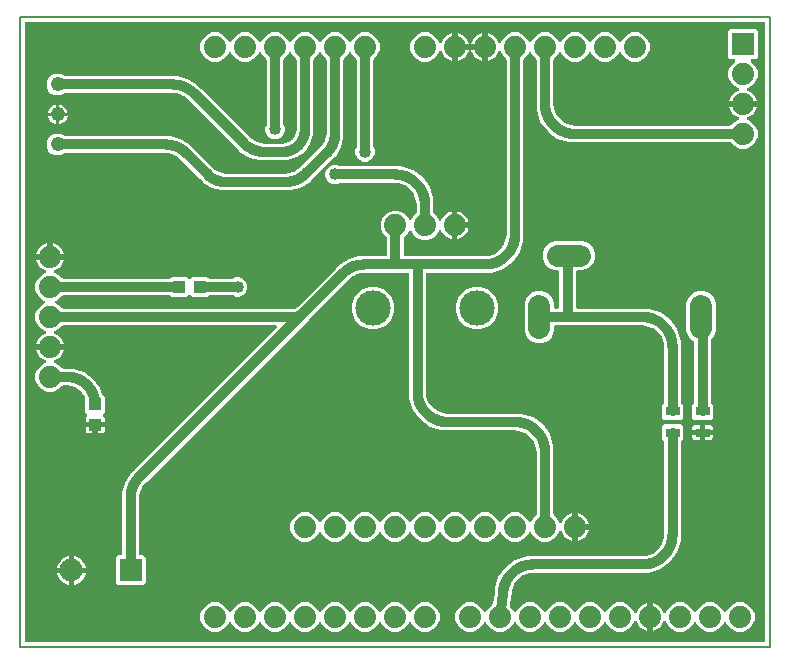
<source format=gtl>
G04 EAGLE Gerber RS-274X export*
G75*
%MOMM*%
%FSLAX34Y34*%
%LPD*%
%INTop Copper*%
%IPPOS*%
%AMOC8*
5,1,8,0,0,1.08239X$1,22.5*%
G01*
%ADD10C,0.203200*%
%ADD11C,1.879600*%
%ADD12C,1.930400*%
%ADD13R,1.930400X1.930400*%
%ADD14R,1.000000X1.100000*%
%ADD15C,3.000000*%
%ADD16R,1.879600X1.879600*%
%ADD17C,1.209600*%
%ADD18R,1.200000X0.800000*%
%ADD19C,1.900000*%
%ADD20R,1.100000X1.000000*%
%ADD21C,1.016000*%
%ADD22C,0.812800*%
%ADD23C,0.508000*%

G36*
X629784Y4080D02*
X629784Y4080D01*
X629903Y4087D01*
X629941Y4100D01*
X629982Y4105D01*
X630092Y4148D01*
X630205Y4185D01*
X630240Y4207D01*
X630277Y4222D01*
X630373Y4291D01*
X630474Y4355D01*
X630502Y4385D01*
X630535Y4408D01*
X630611Y4500D01*
X630692Y4587D01*
X630712Y4622D01*
X630737Y4653D01*
X630788Y4761D01*
X630846Y4865D01*
X630856Y4905D01*
X630873Y4941D01*
X630895Y5058D01*
X630925Y5173D01*
X630929Y5233D01*
X630933Y5253D01*
X630931Y5274D01*
X630935Y5334D01*
X630935Y528066D01*
X630920Y528184D01*
X630913Y528303D01*
X630900Y528341D01*
X630895Y528382D01*
X630852Y528492D01*
X630815Y528605D01*
X630793Y528640D01*
X630778Y528677D01*
X630709Y528773D01*
X630645Y528874D01*
X630615Y528902D01*
X630592Y528935D01*
X630500Y529011D01*
X630413Y529092D01*
X630378Y529112D01*
X630347Y529137D01*
X630239Y529188D01*
X630135Y529246D01*
X630095Y529256D01*
X630059Y529273D01*
X629942Y529295D01*
X629827Y529325D01*
X629767Y529329D01*
X629747Y529333D01*
X629726Y529331D01*
X629666Y529335D01*
X5334Y529335D01*
X5216Y529320D01*
X5097Y529313D01*
X5059Y529300D01*
X5018Y529295D01*
X4908Y529252D01*
X4795Y529215D01*
X4760Y529193D01*
X4723Y529178D01*
X4627Y529109D01*
X4526Y529045D01*
X4498Y529015D01*
X4465Y528992D01*
X4389Y528900D01*
X4308Y528813D01*
X4288Y528778D01*
X4263Y528747D01*
X4212Y528639D01*
X4154Y528535D01*
X4144Y528495D01*
X4127Y528459D01*
X4105Y528342D01*
X4075Y528227D01*
X4071Y528167D01*
X4067Y528147D01*
X4069Y528126D01*
X4065Y528066D01*
X4065Y5334D01*
X4080Y5216D01*
X4087Y5097D01*
X4100Y5059D01*
X4105Y5018D01*
X4148Y4908D01*
X4185Y4795D01*
X4207Y4760D01*
X4222Y4723D01*
X4291Y4627D01*
X4355Y4526D01*
X4385Y4498D01*
X4408Y4465D01*
X4500Y4389D01*
X4587Y4308D01*
X4622Y4288D01*
X4653Y4263D01*
X4761Y4212D01*
X4865Y4154D01*
X4905Y4144D01*
X4941Y4127D01*
X5058Y4105D01*
X5173Y4075D01*
X5233Y4071D01*
X5253Y4067D01*
X5274Y4069D01*
X5334Y4065D01*
X629666Y4065D01*
X629784Y4080D01*
G37*
%LPC*%
G36*
X82665Y52069D02*
X82665Y52069D01*
X80879Y53855D01*
X80879Y75685D01*
X82665Y77471D01*
X85198Y77471D01*
X85316Y77486D01*
X85435Y77493D01*
X85473Y77506D01*
X85514Y77511D01*
X85624Y77554D01*
X85737Y77591D01*
X85772Y77613D01*
X85809Y77628D01*
X85905Y77697D01*
X86006Y77761D01*
X86034Y77791D01*
X86067Y77814D01*
X86143Y77906D01*
X86224Y77993D01*
X86244Y78028D01*
X86269Y78059D01*
X86320Y78167D01*
X86378Y78271D01*
X86388Y78311D01*
X86405Y78347D01*
X86427Y78464D01*
X86457Y78579D01*
X86461Y78639D01*
X86465Y78659D01*
X86463Y78680D01*
X86467Y78740D01*
X86467Y130269D01*
X88683Y138538D01*
X92963Y145952D01*
X94811Y147800D01*
X96106Y149095D01*
X97169Y150157D01*
X97169Y150158D01*
X217132Y270121D01*
X217217Y270230D01*
X217306Y270337D01*
X217314Y270356D01*
X217327Y270372D01*
X217382Y270500D01*
X217441Y270625D01*
X217445Y270645D01*
X217453Y270664D01*
X217475Y270802D01*
X217501Y270938D01*
X217500Y270958D01*
X217503Y270978D01*
X217490Y271117D01*
X217481Y271255D01*
X217475Y271274D01*
X217473Y271294D01*
X217426Y271426D01*
X217383Y271557D01*
X217372Y271575D01*
X217365Y271594D01*
X217287Y271709D01*
X217213Y271826D01*
X217198Y271840D01*
X217187Y271857D01*
X217083Y271949D01*
X216981Y272044D01*
X216964Y272054D01*
X216948Y272067D01*
X216825Y272130D01*
X216703Y272198D01*
X216683Y272203D01*
X216665Y272212D01*
X216529Y272242D01*
X216395Y272277D01*
X216367Y272279D01*
X216355Y272282D01*
X216334Y272281D01*
X216234Y272287D01*
X36415Y272287D01*
X36317Y272275D01*
X36218Y272272D01*
X36160Y272255D01*
X36100Y272247D01*
X36008Y272211D01*
X35913Y272183D01*
X35860Y272153D01*
X35804Y272130D01*
X35724Y272072D01*
X35639Y272022D01*
X35563Y271956D01*
X35547Y271944D01*
X35539Y271934D01*
X35518Y271916D01*
X32450Y268848D01*
X29425Y267595D01*
X29399Y267580D01*
X29370Y267571D01*
X29261Y267501D01*
X29148Y267437D01*
X29127Y267416D01*
X29102Y267400D01*
X29013Y267306D01*
X28920Y267216D01*
X28904Y267190D01*
X28884Y267169D01*
X28821Y267055D01*
X28754Y266945D01*
X28745Y266916D01*
X28731Y266890D01*
X28698Y266765D01*
X28660Y266641D01*
X28659Y266611D01*
X28651Y266582D01*
X28651Y266452D01*
X28645Y266323D01*
X28651Y266294D01*
X28651Y266264D01*
X28683Y266139D01*
X28709Y266012D01*
X28722Y265985D01*
X28730Y265956D01*
X28792Y265843D01*
X28849Y265726D01*
X28868Y265703D01*
X28883Y265677D01*
X28971Y265583D01*
X29055Y265484D01*
X29080Y265467D01*
X29100Y265445D01*
X29209Y265376D01*
X29315Y265301D01*
X29343Y265290D01*
X29369Y265274D01*
X29518Y265215D01*
X29983Y265064D01*
X31657Y264211D01*
X33178Y263106D01*
X34506Y261778D01*
X35611Y260257D01*
X36464Y258583D01*
X37045Y256796D01*
X37085Y256539D01*
X26670Y256539D01*
X26552Y256524D01*
X26433Y256517D01*
X26395Y256504D01*
X26355Y256499D01*
X26244Y256456D01*
X26131Y256419D01*
X26097Y256397D01*
X26059Y256382D01*
X25963Y256312D01*
X25862Y256249D01*
X25834Y256219D01*
X25802Y256195D01*
X25726Y256104D01*
X25644Y256017D01*
X25625Y255982D01*
X25599Y255951D01*
X25548Y255843D01*
X25491Y255739D01*
X25480Y255699D01*
X25463Y255663D01*
X25441Y255546D01*
X25411Y255431D01*
X25407Y255370D01*
X25403Y255350D01*
X25405Y255330D01*
X25401Y255270D01*
X25401Y252730D01*
X25416Y252612D01*
X25423Y252493D01*
X25436Y252455D01*
X25441Y252414D01*
X25485Y252304D01*
X25521Y252191D01*
X25543Y252156D01*
X25558Y252119D01*
X25628Y252023D01*
X25691Y251922D01*
X25721Y251894D01*
X25745Y251861D01*
X25836Y251786D01*
X25923Y251704D01*
X25958Y251684D01*
X25990Y251659D01*
X26097Y251608D01*
X26202Y251550D01*
X26241Y251540D01*
X26277Y251523D01*
X26394Y251501D01*
X26509Y251471D01*
X26570Y251467D01*
X26590Y251463D01*
X26610Y251465D01*
X26670Y251461D01*
X37085Y251461D01*
X37045Y251204D01*
X36464Y249417D01*
X35611Y247743D01*
X34506Y246222D01*
X33178Y244894D01*
X31657Y243789D01*
X29983Y242936D01*
X29518Y242785D01*
X29491Y242772D01*
X29462Y242765D01*
X29348Y242705D01*
X29230Y242650D01*
X29207Y242631D01*
X29181Y242617D01*
X29085Y242530D01*
X28985Y242447D01*
X28968Y242423D01*
X28946Y242403D01*
X28874Y242294D01*
X28798Y242190D01*
X28787Y242162D01*
X28771Y242137D01*
X28729Y242014D01*
X28681Y241894D01*
X28677Y241864D01*
X28668Y241836D01*
X28657Y241707D01*
X28641Y241579D01*
X28645Y241549D01*
X28642Y241519D01*
X28665Y241391D01*
X28681Y241263D01*
X28692Y241235D01*
X28697Y241206D01*
X28750Y241088D01*
X28798Y240967D01*
X28815Y240943D01*
X28827Y240916D01*
X28908Y240815D01*
X28984Y240710D01*
X29007Y240691D01*
X29026Y240667D01*
X29130Y240589D01*
X29229Y240507D01*
X29256Y240494D01*
X29280Y240476D01*
X29425Y240405D01*
X32450Y239152D01*
X35518Y236084D01*
X35596Y236024D01*
X35668Y235956D01*
X35721Y235927D01*
X35769Y235890D01*
X35860Y235850D01*
X35947Y235802D01*
X36005Y235787D01*
X36061Y235763D01*
X36159Y235748D01*
X36255Y235723D01*
X36355Y235717D01*
X36375Y235713D01*
X36387Y235715D01*
X36415Y235713D01*
X45059Y235713D01*
X54206Y232741D01*
X61987Y227087D01*
X67641Y219306D01*
X69275Y214276D01*
X69309Y214204D01*
X69333Y214129D01*
X69376Y214061D01*
X69410Y213988D01*
X69461Y213927D01*
X69503Y213860D01*
X69562Y213805D01*
X69613Y213743D01*
X69677Y213696D01*
X69735Y213642D01*
X69805Y213603D01*
X69870Y213556D01*
X69944Y213527D01*
X70014Y213488D01*
X70091Y213468D01*
X70166Y213439D01*
X70231Y213430D01*
X72049Y211613D01*
X72049Y199087D01*
X70325Y197364D01*
X70248Y197264D01*
X70166Y197169D01*
X70151Y197139D01*
X70130Y197112D01*
X70080Y196997D01*
X70024Y196884D01*
X70017Y196851D01*
X70004Y196820D01*
X69984Y196696D01*
X69958Y196573D01*
X69959Y196540D01*
X69954Y196506D01*
X69966Y196381D01*
X69971Y196255D01*
X69981Y196223D01*
X69984Y196190D01*
X70026Y196071D01*
X70063Y195951D01*
X70080Y195922D01*
X70091Y195890D01*
X70162Y195786D01*
X70227Y195679D01*
X70251Y195655D01*
X70270Y195627D01*
X70364Y195544D01*
X70454Y195456D01*
X70495Y195429D01*
X70508Y195417D01*
X70528Y195407D01*
X70553Y195390D01*
X71033Y194910D01*
X71368Y194331D01*
X71541Y193684D01*
X71541Y190849D01*
X64730Y190849D01*
X64612Y190834D01*
X64493Y190827D01*
X64455Y190814D01*
X64415Y190809D01*
X64304Y190766D01*
X64191Y190729D01*
X64157Y190707D01*
X64119Y190692D01*
X64023Y190623D01*
X63922Y190559D01*
X63894Y190529D01*
X63862Y190506D01*
X63786Y190414D01*
X63704Y190327D01*
X63685Y190292D01*
X63659Y190261D01*
X63608Y190153D01*
X63551Y190049D01*
X63541Y190009D01*
X63523Y189973D01*
X63503Y189866D01*
X63499Y189896D01*
X63455Y190006D01*
X63419Y190119D01*
X63397Y190154D01*
X63382Y190191D01*
X63312Y190287D01*
X63249Y190388D01*
X63219Y190416D01*
X63195Y190449D01*
X63104Y190525D01*
X63017Y190606D01*
X62982Y190626D01*
X62950Y190651D01*
X62843Y190702D01*
X62738Y190760D01*
X62699Y190770D01*
X62663Y190787D01*
X62546Y190809D01*
X62430Y190839D01*
X62370Y190843D01*
X62350Y190847D01*
X62330Y190845D01*
X62270Y190849D01*
X55459Y190849D01*
X55459Y193684D01*
X55632Y194331D01*
X55967Y194910D01*
X56461Y195404D01*
X56512Y195443D01*
X56616Y195514D01*
X56638Y195539D01*
X56665Y195559D01*
X56743Y195658D01*
X56827Y195752D01*
X56842Y195782D01*
X56863Y195808D01*
X56914Y195923D01*
X56971Y196035D01*
X56979Y196068D01*
X56992Y196099D01*
X57013Y196223D01*
X57041Y196345D01*
X57040Y196379D01*
X57045Y196412D01*
X57035Y196537D01*
X57031Y196663D01*
X57022Y196696D01*
X57019Y196729D01*
X56978Y196848D01*
X56943Y196969D01*
X56926Y196998D01*
X56915Y197030D01*
X56845Y197134D01*
X56781Y197243D01*
X56749Y197279D01*
X56739Y197295D01*
X56723Y197309D01*
X56675Y197364D01*
X54951Y199087D01*
X54951Y211532D01*
X54936Y211650D01*
X54929Y211768D01*
X54914Y211827D01*
X54911Y211848D01*
X54904Y211866D01*
X54889Y211924D01*
X54705Y212492D01*
X54654Y212599D01*
X54611Y212710D01*
X54578Y212761D01*
X54569Y212780D01*
X54556Y212796D01*
X54524Y212846D01*
X51790Y216609D01*
X51709Y216696D01*
X51633Y216787D01*
X51586Y216826D01*
X51572Y216841D01*
X51555Y216852D01*
X51509Y216890D01*
X47746Y219624D01*
X47642Y219682D01*
X47542Y219745D01*
X47485Y219768D01*
X47467Y219778D01*
X47448Y219783D01*
X47392Y219805D01*
X42968Y221242D01*
X42900Y221255D01*
X42835Y221278D01*
X42675Y221300D01*
X40350Y221483D01*
X40328Y221482D01*
X40250Y221487D01*
X36415Y221487D01*
X36317Y221475D01*
X36218Y221472D01*
X36160Y221455D01*
X36100Y221447D01*
X36008Y221411D01*
X35913Y221383D01*
X35860Y221353D01*
X35804Y221330D01*
X35724Y221272D01*
X35639Y221222D01*
X35563Y221156D01*
X35547Y221144D01*
X35539Y221134D01*
X35518Y221116D01*
X32450Y218048D01*
X27876Y216153D01*
X22924Y216153D01*
X18350Y218048D01*
X14848Y221550D01*
X12953Y226124D01*
X12953Y231076D01*
X14848Y235650D01*
X18350Y239152D01*
X21375Y240405D01*
X21401Y240420D01*
X21430Y240429D01*
X21539Y240499D01*
X21652Y240563D01*
X21673Y240584D01*
X21698Y240600D01*
X21787Y240694D01*
X21880Y240784D01*
X21896Y240810D01*
X21916Y240831D01*
X21979Y240945D01*
X22046Y241055D01*
X22055Y241084D01*
X22069Y241110D01*
X22102Y241235D01*
X22140Y241359D01*
X22141Y241389D01*
X22149Y241418D01*
X22149Y241548D01*
X22155Y241677D01*
X22149Y241706D01*
X22149Y241736D01*
X22117Y241861D01*
X22091Y241988D01*
X22078Y242015D01*
X22070Y242044D01*
X22008Y242157D01*
X21951Y242274D01*
X21932Y242297D01*
X21917Y242323D01*
X21829Y242417D01*
X21745Y242516D01*
X21720Y242533D01*
X21700Y242555D01*
X21591Y242624D01*
X21485Y242699D01*
X21457Y242710D01*
X21431Y242726D01*
X21282Y242785D01*
X20817Y242936D01*
X19143Y243789D01*
X17622Y244894D01*
X16294Y246222D01*
X15189Y247743D01*
X14336Y249417D01*
X13755Y251204D01*
X13715Y251461D01*
X24130Y251461D01*
X24248Y251476D01*
X24367Y251483D01*
X24405Y251496D01*
X24445Y251501D01*
X24556Y251544D01*
X24669Y251581D01*
X24703Y251603D01*
X24741Y251618D01*
X24837Y251688D01*
X24938Y251751D01*
X24966Y251781D01*
X24998Y251804D01*
X25074Y251896D01*
X25156Y251983D01*
X25175Y252018D01*
X25201Y252049D01*
X25252Y252157D01*
X25309Y252261D01*
X25320Y252301D01*
X25337Y252337D01*
X25359Y252454D01*
X25389Y252569D01*
X25393Y252630D01*
X25397Y252650D01*
X25395Y252670D01*
X25399Y252730D01*
X25399Y255270D01*
X25384Y255388D01*
X25377Y255507D01*
X25364Y255545D01*
X25359Y255585D01*
X25315Y255696D01*
X25279Y255809D01*
X25257Y255844D01*
X25242Y255881D01*
X25172Y255977D01*
X25109Y256078D01*
X25079Y256106D01*
X25055Y256139D01*
X24964Y256214D01*
X24877Y256296D01*
X24842Y256316D01*
X24810Y256341D01*
X24703Y256392D01*
X24598Y256450D01*
X24559Y256460D01*
X24523Y256477D01*
X24406Y256499D01*
X24291Y256529D01*
X24230Y256533D01*
X24210Y256537D01*
X24190Y256535D01*
X24130Y256539D01*
X13715Y256539D01*
X13755Y256796D01*
X14336Y258583D01*
X15189Y260257D01*
X16294Y261778D01*
X17622Y263106D01*
X19143Y264211D01*
X20817Y265064D01*
X21282Y265215D01*
X21309Y265228D01*
X21338Y265235D01*
X21452Y265295D01*
X21570Y265350D01*
X21593Y265369D01*
X21619Y265383D01*
X21715Y265470D01*
X21815Y265553D01*
X21832Y265577D01*
X21854Y265597D01*
X21926Y265706D01*
X22002Y265810D01*
X22013Y265838D01*
X22029Y265863D01*
X22071Y265986D01*
X22119Y266106D01*
X22123Y266136D01*
X22132Y266164D01*
X22143Y266293D01*
X22159Y266421D01*
X22155Y266451D01*
X22158Y266481D01*
X22135Y266609D01*
X22119Y266737D01*
X22108Y266765D01*
X22103Y266794D01*
X22050Y266912D01*
X22002Y267033D01*
X21985Y267057D01*
X21973Y267084D01*
X21892Y267185D01*
X21816Y267290D01*
X21793Y267309D01*
X21774Y267333D01*
X21670Y267411D01*
X21571Y267493D01*
X21544Y267506D01*
X21520Y267524D01*
X21375Y267595D01*
X18350Y268848D01*
X14848Y272350D01*
X12953Y276924D01*
X12953Y281876D01*
X14848Y286450D01*
X18350Y289952D01*
X20705Y290927D01*
X20825Y290996D01*
X20948Y291061D01*
X20963Y291075D01*
X20981Y291085D01*
X21081Y291182D01*
X21184Y291275D01*
X21195Y291292D01*
X21209Y291306D01*
X21282Y291424D01*
X21358Y291541D01*
X21365Y291560D01*
X21376Y291577D01*
X21416Y291710D01*
X21462Y291842D01*
X21463Y291862D01*
X21469Y291881D01*
X21476Y292020D01*
X21487Y292159D01*
X21483Y292179D01*
X21484Y292199D01*
X21456Y292335D01*
X21432Y292472D01*
X21424Y292491D01*
X21420Y292510D01*
X21359Y292635D01*
X21302Y292762D01*
X21289Y292778D01*
X21280Y292796D01*
X21190Y292902D01*
X21103Y293010D01*
X21087Y293023D01*
X21074Y293038D01*
X20960Y293118D01*
X20849Y293202D01*
X20824Y293214D01*
X20814Y293221D01*
X20795Y293228D01*
X20705Y293273D01*
X18350Y294248D01*
X14848Y297750D01*
X12953Y302324D01*
X12953Y307276D01*
X14848Y311850D01*
X18350Y315352D01*
X21375Y316605D01*
X21401Y316620D01*
X21430Y316629D01*
X21539Y316698D01*
X21652Y316763D01*
X21673Y316784D01*
X21698Y316800D01*
X21787Y316894D01*
X21880Y316984D01*
X21896Y317010D01*
X21916Y317031D01*
X21979Y317145D01*
X22046Y317255D01*
X22055Y317284D01*
X22069Y317310D01*
X22102Y317436D01*
X22140Y317559D01*
X22141Y317589D01*
X22149Y317618D01*
X22149Y317748D01*
X22155Y317877D01*
X22149Y317906D01*
X22149Y317936D01*
X22117Y318062D01*
X22091Y318188D01*
X22078Y318215D01*
X22070Y318244D01*
X22008Y318358D01*
X21951Y318474D01*
X21932Y318497D01*
X21917Y318523D01*
X21829Y318618D01*
X21745Y318716D01*
X21720Y318733D01*
X21700Y318755D01*
X21591Y318824D01*
X21485Y318899D01*
X21457Y318910D01*
X21431Y318926D01*
X21282Y318985D01*
X20817Y319136D01*
X19143Y319989D01*
X17622Y321094D01*
X16294Y322422D01*
X15189Y323943D01*
X14336Y325617D01*
X13755Y327404D01*
X13715Y327661D01*
X24130Y327661D01*
X24248Y327676D01*
X24367Y327683D01*
X24405Y327696D01*
X24445Y327701D01*
X24556Y327744D01*
X24669Y327781D01*
X24703Y327803D01*
X24741Y327818D01*
X24837Y327888D01*
X24938Y327951D01*
X24966Y327981D01*
X24998Y328004D01*
X25074Y328096D01*
X25156Y328183D01*
X25175Y328218D01*
X25201Y328249D01*
X25252Y328357D01*
X25309Y328461D01*
X25320Y328501D01*
X25337Y328537D01*
X25359Y328654D01*
X25389Y328769D01*
X25393Y328830D01*
X25397Y328850D01*
X25395Y328870D01*
X25399Y328930D01*
X25399Y330201D01*
X25401Y330201D01*
X25401Y328930D01*
X25416Y328812D01*
X25423Y328693D01*
X25436Y328655D01*
X25441Y328614D01*
X25485Y328504D01*
X25521Y328391D01*
X25543Y328356D01*
X25558Y328319D01*
X25628Y328223D01*
X25691Y328122D01*
X25721Y328094D01*
X25745Y328061D01*
X25836Y327986D01*
X25923Y327904D01*
X25958Y327884D01*
X25990Y327859D01*
X26097Y327808D01*
X26202Y327750D01*
X26241Y327740D01*
X26277Y327723D01*
X26394Y327701D01*
X26509Y327671D01*
X26570Y327667D01*
X26590Y327663D01*
X26610Y327665D01*
X26670Y327661D01*
X37085Y327661D01*
X37045Y327404D01*
X36464Y325617D01*
X35611Y323943D01*
X34506Y322422D01*
X33178Y321094D01*
X31657Y319989D01*
X29983Y319136D01*
X29518Y318985D01*
X29491Y318972D01*
X29462Y318965D01*
X29347Y318905D01*
X29230Y318850D01*
X29207Y318831D01*
X29181Y318817D01*
X29085Y318729D01*
X28985Y318647D01*
X28968Y318623D01*
X28946Y318603D01*
X28874Y318494D01*
X28798Y318390D01*
X28787Y318362D01*
X28771Y318337D01*
X28729Y318214D01*
X28681Y318094D01*
X28677Y318064D01*
X28668Y318036D01*
X28657Y317907D01*
X28641Y317779D01*
X28645Y317749D01*
X28642Y317719D01*
X28665Y317591D01*
X28681Y317463D01*
X28692Y317435D01*
X28697Y317406D01*
X28750Y317288D01*
X28798Y317167D01*
X28815Y317143D01*
X28827Y317116D01*
X28908Y317015D01*
X28984Y316910D01*
X29007Y316891D01*
X29026Y316867D01*
X29129Y316790D01*
X29229Y316707D01*
X29256Y316694D01*
X29280Y316676D01*
X29425Y316605D01*
X32450Y315352D01*
X35518Y312284D01*
X35596Y312224D01*
X35668Y312156D01*
X35721Y312127D01*
X35769Y312090D01*
X35860Y312050D01*
X35947Y312002D01*
X36005Y311987D01*
X36061Y311963D01*
X36159Y311948D01*
X36255Y311923D01*
X36355Y311917D01*
X36375Y311913D01*
X36387Y311915D01*
X36415Y311913D01*
X126785Y311913D01*
X126884Y311925D01*
X126983Y311928D01*
X127041Y311945D01*
X127101Y311953D01*
X127193Y311989D01*
X127288Y312017D01*
X127340Y312047D01*
X127397Y312070D01*
X127477Y312128D01*
X127562Y312178D01*
X127637Y312244D01*
X127654Y312256D01*
X127662Y312266D01*
X127683Y312284D01*
X128747Y313349D01*
X141273Y313349D01*
X142612Y312009D01*
X142707Y311936D01*
X142796Y311857D01*
X142832Y311839D01*
X142864Y311814D01*
X142973Y311767D01*
X143079Y311713D01*
X143118Y311704D01*
X143156Y311688D01*
X143273Y311669D01*
X143389Y311643D01*
X143430Y311644D01*
X143470Y311638D01*
X143588Y311649D01*
X143707Y311653D01*
X143746Y311664D01*
X143786Y311668D01*
X143899Y311708D01*
X144013Y311741D01*
X144047Y311762D01*
X144086Y311775D01*
X144184Y311842D01*
X144287Y311903D01*
X144332Y311943D01*
X144349Y311954D01*
X144362Y311969D01*
X144407Y312009D01*
X145747Y313349D01*
X158273Y313349D01*
X159337Y312284D01*
X159415Y312224D01*
X159487Y312156D01*
X159541Y312127D01*
X159588Y312090D01*
X159679Y312050D01*
X159766Y312002D01*
X159825Y311987D01*
X159880Y311963D01*
X159978Y311948D01*
X160074Y311923D01*
X160174Y311917D01*
X160194Y311913D01*
X160207Y311915D01*
X160235Y311913D01*
X179828Y311913D01*
X179837Y311914D01*
X179846Y311913D01*
X179995Y311934D01*
X180143Y311953D01*
X180152Y311956D01*
X180161Y311957D01*
X180313Y312009D01*
X182533Y312929D01*
X185767Y312929D01*
X188755Y311691D01*
X191041Y309405D01*
X192279Y306417D01*
X192279Y303183D01*
X191041Y300195D01*
X188755Y297909D01*
X185767Y296671D01*
X182533Y296671D01*
X180313Y297591D01*
X180305Y297593D01*
X180296Y297598D01*
X180151Y297635D01*
X180007Y297675D01*
X179997Y297675D01*
X179988Y297677D01*
X179828Y297687D01*
X160235Y297687D01*
X160136Y297675D01*
X160037Y297672D01*
X159979Y297655D01*
X159919Y297647D01*
X159827Y297611D01*
X159732Y297583D01*
X159680Y297553D01*
X159623Y297530D01*
X159543Y297472D01*
X159458Y297422D01*
X159383Y297356D01*
X159366Y297344D01*
X159358Y297334D01*
X159337Y297316D01*
X158273Y296251D01*
X145747Y296251D01*
X144407Y297591D01*
X144313Y297664D01*
X144224Y297743D01*
X144188Y297761D01*
X144156Y297786D01*
X144047Y297833D01*
X143941Y297887D01*
X143902Y297896D01*
X143864Y297912D01*
X143747Y297931D01*
X143631Y297957D01*
X143590Y297956D01*
X143550Y297962D01*
X143432Y297951D01*
X143313Y297947D01*
X143274Y297936D01*
X143234Y297932D01*
X143122Y297892D01*
X143007Y297859D01*
X142972Y297838D01*
X142934Y297825D01*
X142836Y297758D01*
X142733Y297697D01*
X142688Y297658D01*
X142671Y297646D01*
X142658Y297631D01*
X142612Y297591D01*
X141273Y296251D01*
X128747Y296251D01*
X127683Y297316D01*
X127605Y297376D01*
X127533Y297444D01*
X127480Y297473D01*
X127432Y297510D01*
X127341Y297550D01*
X127254Y297598D01*
X127195Y297613D01*
X127140Y297637D01*
X127042Y297652D01*
X126946Y297677D01*
X126846Y297683D01*
X126826Y297687D01*
X126813Y297685D01*
X126785Y297687D01*
X36415Y297687D01*
X36317Y297675D01*
X36218Y297672D01*
X36160Y297655D01*
X36100Y297647D01*
X36008Y297611D01*
X35913Y297583D01*
X35860Y297553D01*
X35804Y297530D01*
X35724Y297472D01*
X35639Y297422D01*
X35563Y297356D01*
X35547Y297344D01*
X35539Y297334D01*
X35518Y297316D01*
X32450Y294248D01*
X30095Y293273D01*
X29975Y293204D01*
X29852Y293139D01*
X29837Y293125D01*
X29819Y293115D01*
X29719Y293018D01*
X29616Y292925D01*
X29605Y292908D01*
X29591Y292894D01*
X29518Y292775D01*
X29442Y292659D01*
X29435Y292640D01*
X29424Y292623D01*
X29384Y292490D01*
X29338Y292358D01*
X29337Y292338D01*
X29331Y292319D01*
X29324Y292180D01*
X29313Y292041D01*
X29317Y292021D01*
X29316Y292001D01*
X29344Y291865D01*
X29368Y291728D01*
X29376Y291709D01*
X29380Y291690D01*
X29441Y291564D01*
X29498Y291438D01*
X29511Y291422D01*
X29520Y291404D01*
X29610Y291298D01*
X29697Y291190D01*
X29713Y291177D01*
X29726Y291162D01*
X29840Y291082D01*
X29951Y290998D01*
X29976Y290986D01*
X29986Y290979D01*
X30005Y290972D01*
X30095Y290927D01*
X32450Y289952D01*
X35518Y286884D01*
X35596Y286824D01*
X35668Y286756D01*
X35721Y286727D01*
X35769Y286690D01*
X35860Y286650D01*
X35947Y286602D01*
X36005Y286587D01*
X36061Y286563D01*
X36159Y286548D01*
X36255Y286523D01*
X36355Y286517D01*
X36375Y286513D01*
X36387Y286515D01*
X36415Y286513D01*
X232998Y286513D01*
X233096Y286525D01*
X233195Y286528D01*
X233254Y286545D01*
X233314Y286553D01*
X233406Y286589D01*
X233501Y286617D01*
X233553Y286647D01*
X233609Y286670D01*
X233689Y286728D01*
X233775Y286778D01*
X233850Y286844D01*
X233867Y286856D01*
X233874Y286866D01*
X233896Y286884D01*
X235034Y288023D01*
X267272Y320261D01*
X268325Y321314D01*
X269630Y322619D01*
X271478Y324467D01*
X278891Y328747D01*
X287161Y330963D01*
X309518Y330963D01*
X309636Y330978D01*
X309755Y330985D01*
X309793Y330998D01*
X309834Y331003D01*
X309944Y331046D01*
X310057Y331083D01*
X310092Y331105D01*
X310129Y331120D01*
X310225Y331189D01*
X310326Y331253D01*
X310354Y331283D01*
X310387Y331306D01*
X310463Y331398D01*
X310544Y331485D01*
X310564Y331520D01*
X310589Y331551D01*
X310640Y331659D01*
X310698Y331763D01*
X310708Y331803D01*
X310725Y331839D01*
X310747Y331956D01*
X310777Y332071D01*
X310781Y332131D01*
X310785Y332151D01*
X310783Y332172D01*
X310787Y332232D01*
X310787Y346005D01*
X310775Y346103D01*
X310772Y346202D01*
X310755Y346260D01*
X310747Y346320D01*
X310711Y346412D01*
X310683Y346507D01*
X310653Y346560D01*
X310630Y346616D01*
X310572Y346696D01*
X310522Y346781D01*
X310456Y346857D01*
X310444Y346873D01*
X310434Y346881D01*
X310416Y346902D01*
X307348Y349970D01*
X305453Y354544D01*
X305453Y359496D01*
X307348Y364070D01*
X310850Y367572D01*
X315424Y369467D01*
X320376Y369467D01*
X324950Y367572D01*
X328452Y364070D01*
X329227Y362198D01*
X329296Y362078D01*
X329361Y361955D01*
X329375Y361940D01*
X329385Y361922D01*
X329482Y361822D01*
X329575Y361719D01*
X329592Y361708D01*
X329606Y361694D01*
X329725Y361621D01*
X329841Y361544D01*
X329860Y361538D01*
X329877Y361527D01*
X330010Y361486D01*
X330142Y361441D01*
X330162Y361440D01*
X330181Y361434D01*
X330320Y361427D01*
X330459Y361416D01*
X330479Y361420D01*
X330499Y361419D01*
X330635Y361447D01*
X330772Y361470D01*
X330791Y361479D01*
X330810Y361483D01*
X330936Y361544D01*
X331062Y361601D01*
X331078Y361614D01*
X331096Y361623D01*
X331202Y361713D01*
X331310Y361800D01*
X331323Y361816D01*
X331338Y361829D01*
X331418Y361943D01*
X331502Y362054D01*
X331514Y362079D01*
X331521Y362089D01*
X331528Y362108D01*
X331573Y362198D01*
X332348Y364070D01*
X335416Y367138D01*
X335476Y367216D01*
X335544Y367288D01*
X335573Y367341D01*
X335610Y367389D01*
X335650Y367480D01*
X335698Y367567D01*
X335713Y367625D01*
X335737Y367681D01*
X335752Y367779D01*
X335777Y367875D01*
X335783Y367975D01*
X335787Y367995D01*
X335785Y368007D01*
X335787Y368035D01*
X335787Y374650D01*
X335785Y374672D01*
X335783Y374750D01*
X335574Y377412D01*
X335560Y377480D01*
X335556Y377548D01*
X335516Y377704D01*
X333870Y382768D01*
X333837Y382840D01*
X333836Y382841D01*
X333836Y382842D01*
X333820Y382876D01*
X333776Y382986D01*
X333744Y383037D01*
X333735Y383056D01*
X333722Y383072D01*
X333690Y383122D01*
X330560Y387430D01*
X330479Y387516D01*
X330404Y387608D01*
X330357Y387646D01*
X330343Y387661D01*
X330325Y387672D01*
X330280Y387710D01*
X325972Y390840D01*
X325868Y390897D01*
X325768Y390961D01*
X325711Y390983D01*
X325693Y390993D01*
X325674Y390998D01*
X325618Y391020D01*
X320554Y392666D01*
X320487Y392679D01*
X320421Y392701D01*
X320262Y392724D01*
X317600Y392933D01*
X317578Y392932D01*
X317500Y392937D01*
X271022Y392937D01*
X271013Y392936D01*
X271004Y392937D01*
X270855Y392916D01*
X270707Y392897D01*
X270698Y392894D01*
X270689Y392893D01*
X270537Y392841D01*
X268317Y391921D01*
X265083Y391921D01*
X262095Y393159D01*
X259809Y395445D01*
X258571Y398433D01*
X258571Y401667D01*
X259809Y404655D01*
X262095Y406941D01*
X265083Y408179D01*
X268317Y408179D01*
X270537Y407259D01*
X270545Y407257D01*
X270554Y407252D01*
X270699Y407215D01*
X270843Y407175D01*
X270853Y407175D01*
X270862Y407173D01*
X271022Y407163D01*
X322650Y407163D01*
X332444Y403980D01*
X340776Y397927D01*
X346830Y389594D01*
X350013Y379799D01*
X350013Y368035D01*
X350025Y367937D01*
X350028Y367838D01*
X350045Y367780D01*
X350053Y367720D01*
X350089Y367628D01*
X350117Y367533D01*
X350147Y367480D01*
X350170Y367424D01*
X350228Y367344D01*
X350278Y367259D01*
X350344Y367183D01*
X350356Y367167D01*
X350366Y367159D01*
X350384Y367138D01*
X353452Y364070D01*
X354481Y361586D01*
X354496Y361560D01*
X354505Y361531D01*
X354574Y361422D01*
X354639Y361310D01*
X354659Y361288D01*
X354675Y361263D01*
X354770Y361174D01*
X354860Y361081D01*
X354885Y361066D01*
X354907Y361045D01*
X355021Y360983D01*
X355131Y360915D01*
X355159Y360906D01*
X355186Y360892D01*
X355311Y360859D01*
X355435Y360821D01*
X355465Y360820D01*
X355494Y360812D01*
X355623Y360812D01*
X355753Y360806D01*
X355782Y360812D01*
X355812Y360812D01*
X355937Y360844D01*
X356064Y360870D01*
X356091Y360884D01*
X356120Y360891D01*
X356233Y360953D01*
X356350Y361010D01*
X356372Y361030D01*
X356399Y361044D01*
X356493Y361132D01*
X356592Y361217D01*
X356609Y361241D01*
X356631Y361261D01*
X356690Y361354D01*
X356709Y361375D01*
X356735Y361420D01*
X356775Y361477D01*
X356785Y361504D01*
X356801Y361530D01*
X356811Y361554D01*
X357689Y363277D01*
X358794Y364798D01*
X360122Y366126D01*
X361643Y367231D01*
X363317Y368084D01*
X365104Y368665D01*
X365401Y368712D01*
X365401Y358250D01*
X365416Y358132D01*
X365423Y358013D01*
X365435Y357975D01*
X365441Y357935D01*
X365484Y357824D01*
X365521Y357711D01*
X365543Y357677D01*
X365558Y357639D01*
X365627Y357543D01*
X365691Y357442D01*
X365721Y357414D01*
X365744Y357382D01*
X365836Y357306D01*
X365923Y357224D01*
X365958Y357205D01*
X365989Y357179D01*
X366097Y357128D01*
X366201Y357071D01*
X366241Y357061D01*
X366277Y357043D01*
X366384Y357023D01*
X366354Y357019D01*
X366244Y356975D01*
X366131Y356939D01*
X366096Y356917D01*
X366059Y356902D01*
X365962Y356832D01*
X365862Y356769D01*
X365834Y356739D01*
X365801Y356715D01*
X365725Y356624D01*
X365644Y356537D01*
X365624Y356502D01*
X365599Y356470D01*
X365548Y356363D01*
X365490Y356258D01*
X365480Y356219D01*
X365463Y356183D01*
X365441Y356066D01*
X365411Y355950D01*
X365407Y355890D01*
X365403Y355870D01*
X365405Y355850D01*
X365401Y355790D01*
X365401Y345328D01*
X365104Y345375D01*
X363317Y345956D01*
X361643Y346809D01*
X360122Y347914D01*
X358794Y349242D01*
X357689Y350763D01*
X356791Y352526D01*
X356766Y352563D01*
X356725Y352648D01*
X356706Y352671D01*
X356692Y352698D01*
X356619Y352778D01*
X356612Y352789D01*
X356601Y352798D01*
X356523Y352894D01*
X356499Y352911D01*
X356478Y352933D01*
X356370Y353004D01*
X356265Y353081D01*
X356238Y353092D01*
X356213Y353108D01*
X356090Y353150D01*
X355970Y353198D01*
X355940Y353201D01*
X355912Y353211D01*
X355783Y353221D01*
X355654Y353238D01*
X355625Y353234D01*
X355595Y353236D01*
X355467Y353214D01*
X355339Y353198D01*
X355311Y353187D01*
X355282Y353182D01*
X355163Y353129D01*
X355043Y353081D01*
X355019Y353064D01*
X354992Y353051D01*
X354890Y352970D01*
X354786Y352894D01*
X354767Y352872D01*
X354743Y352853D01*
X354665Y352749D01*
X354583Y352650D01*
X354570Y352623D01*
X354552Y352599D01*
X354481Y352454D01*
X353452Y349970D01*
X349950Y346468D01*
X345376Y344573D01*
X340424Y344573D01*
X335850Y346468D01*
X332348Y349970D01*
X331573Y351842D01*
X331504Y351962D01*
X331439Y352085D01*
X331425Y352100D01*
X331415Y352118D01*
X331318Y352218D01*
X331225Y352321D01*
X331208Y352332D01*
X331194Y352346D01*
X331076Y352419D01*
X330959Y352496D01*
X330940Y352502D01*
X330923Y352513D01*
X330790Y352554D01*
X330658Y352599D01*
X330638Y352600D01*
X330619Y352606D01*
X330480Y352613D01*
X330341Y352624D01*
X330321Y352621D01*
X330301Y352621D01*
X330165Y352593D01*
X330028Y352570D01*
X330009Y352561D01*
X329990Y352557D01*
X329865Y352496D01*
X329738Y352439D01*
X329722Y352426D01*
X329704Y352417D01*
X329598Y352327D01*
X329490Y352240D01*
X329477Y352224D01*
X329462Y352211D01*
X329382Y352097D01*
X329298Y351986D01*
X329286Y351961D01*
X329279Y351951D01*
X329272Y351932D01*
X329227Y351842D01*
X328452Y349970D01*
X325384Y346902D01*
X325324Y346824D01*
X325256Y346752D01*
X325227Y346699D01*
X325190Y346651D01*
X325150Y346560D01*
X325102Y346473D01*
X325087Y346415D01*
X325063Y346359D01*
X325048Y346261D01*
X325023Y346165D01*
X325017Y346065D01*
X325013Y346045D01*
X325015Y346033D01*
X325013Y346005D01*
X325013Y332232D01*
X325028Y332114D01*
X325035Y331995D01*
X325048Y331957D01*
X325053Y331916D01*
X325096Y331806D01*
X325133Y331693D01*
X325155Y331658D01*
X325170Y331621D01*
X325239Y331525D01*
X325303Y331424D01*
X325333Y331396D01*
X325356Y331363D01*
X325448Y331287D01*
X325535Y331206D01*
X325570Y331186D01*
X325601Y331161D01*
X325709Y331110D01*
X325813Y331052D01*
X325853Y331042D01*
X325889Y331025D01*
X326006Y331003D01*
X326121Y330973D01*
X326181Y330969D01*
X326201Y330965D01*
X326222Y330967D01*
X326282Y330963D01*
X393700Y330963D01*
X393722Y330965D01*
X393800Y330967D01*
X396462Y331176D01*
X396530Y331190D01*
X396598Y331194D01*
X396754Y331234D01*
X401818Y332880D01*
X401926Y332930D01*
X402036Y332974D01*
X402087Y333006D01*
X402106Y333015D01*
X402122Y333028D01*
X402172Y333060D01*
X406480Y336190D01*
X406566Y336271D01*
X406658Y336346D01*
X406696Y336393D01*
X406711Y336407D01*
X406722Y336425D01*
X406760Y336470D01*
X409890Y340778D01*
X409947Y340882D01*
X410011Y340982D01*
X410033Y341039D01*
X410043Y341057D01*
X410048Y341076D01*
X410070Y341132D01*
X411716Y346196D01*
X411729Y346263D01*
X411751Y346329D01*
X411774Y346488D01*
X411983Y349150D01*
X411982Y349172D01*
X411987Y349250D01*
X411987Y496985D01*
X411975Y497083D01*
X411972Y497182D01*
X411955Y497240D01*
X411947Y497300D01*
X411911Y497392D01*
X411883Y497487D01*
X411853Y497540D01*
X411830Y497596D01*
X411772Y497676D01*
X411722Y497761D01*
X411656Y497837D01*
X411644Y497853D01*
X411634Y497861D01*
X411616Y497882D01*
X408548Y500950D01*
X407295Y503975D01*
X407280Y504001D01*
X407271Y504030D01*
X407201Y504139D01*
X407137Y504252D01*
X407116Y504273D01*
X407100Y504298D01*
X407006Y504387D01*
X406916Y504480D01*
X406890Y504496D01*
X406869Y504516D01*
X406755Y504579D01*
X406645Y504646D01*
X406616Y504655D01*
X406590Y504669D01*
X406465Y504702D01*
X406341Y504740D01*
X406311Y504741D01*
X406282Y504749D01*
X406152Y504749D01*
X406023Y504755D01*
X405994Y504749D01*
X405964Y504749D01*
X405839Y504717D01*
X405712Y504691D01*
X405685Y504678D01*
X405656Y504670D01*
X405543Y504608D01*
X405426Y504551D01*
X405403Y504532D01*
X405377Y504517D01*
X405283Y504429D01*
X405184Y504345D01*
X405167Y504320D01*
X405145Y504300D01*
X405076Y504191D01*
X405001Y504085D01*
X404990Y504057D01*
X404974Y504031D01*
X404915Y503882D01*
X404764Y503417D01*
X403911Y501743D01*
X402806Y500222D01*
X401478Y498894D01*
X399957Y497789D01*
X398283Y496936D01*
X396496Y496355D01*
X396239Y496315D01*
X396239Y506730D01*
X396224Y506848D01*
X396217Y506967D01*
X396204Y507005D01*
X396199Y507045D01*
X396156Y507156D01*
X396119Y507269D01*
X396097Y507303D01*
X396082Y507341D01*
X396012Y507437D01*
X395949Y507538D01*
X395919Y507566D01*
X395895Y507598D01*
X395804Y507674D01*
X395717Y507756D01*
X395682Y507775D01*
X395651Y507801D01*
X395543Y507852D01*
X395439Y507909D01*
X395399Y507920D01*
X395363Y507937D01*
X395246Y507959D01*
X395131Y507989D01*
X395070Y507993D01*
X395050Y507997D01*
X395030Y507995D01*
X394970Y507999D01*
X393699Y507999D01*
X393699Y508001D01*
X394970Y508001D01*
X395088Y508016D01*
X395207Y508023D01*
X395245Y508036D01*
X395285Y508041D01*
X395396Y508085D01*
X395509Y508121D01*
X395544Y508143D01*
X395581Y508158D01*
X395677Y508228D01*
X395778Y508291D01*
X395806Y508321D01*
X395839Y508345D01*
X395914Y508436D01*
X395996Y508523D01*
X396016Y508558D01*
X396041Y508590D01*
X396092Y508697D01*
X396150Y508802D01*
X396160Y508841D01*
X396177Y508877D01*
X396199Y508994D01*
X396229Y509109D01*
X396233Y509170D01*
X396237Y509190D01*
X396235Y509210D01*
X396239Y509270D01*
X396239Y519685D01*
X396496Y519645D01*
X398283Y519064D01*
X399957Y518211D01*
X401478Y517106D01*
X402806Y515778D01*
X403911Y514257D01*
X404764Y512583D01*
X404915Y512118D01*
X404928Y512091D01*
X404935Y512062D01*
X404995Y511948D01*
X405050Y511830D01*
X405069Y511807D01*
X405083Y511781D01*
X405170Y511685D01*
X405253Y511585D01*
X405277Y511568D01*
X405297Y511546D01*
X405406Y511474D01*
X405510Y511398D01*
X405538Y511387D01*
X405563Y511371D01*
X405686Y511329D01*
X405806Y511281D01*
X405836Y511277D01*
X405864Y511268D01*
X405993Y511257D01*
X406121Y511241D01*
X406151Y511245D01*
X406181Y511242D01*
X406309Y511265D01*
X406437Y511281D01*
X406465Y511292D01*
X406494Y511297D01*
X406612Y511350D01*
X406733Y511398D01*
X406757Y511415D01*
X406784Y511427D01*
X406885Y511508D01*
X406990Y511584D01*
X407009Y511607D01*
X407033Y511626D01*
X407111Y511730D01*
X407193Y511829D01*
X407206Y511856D01*
X407224Y511880D01*
X407295Y512025D01*
X408548Y515050D01*
X412050Y518552D01*
X416624Y520447D01*
X421576Y520447D01*
X426150Y518552D01*
X429652Y515050D01*
X430627Y512695D01*
X430696Y512575D01*
X430761Y512452D01*
X430775Y512437D01*
X430785Y512419D01*
X430882Y512319D01*
X430975Y512216D01*
X430992Y512205D01*
X431006Y512191D01*
X431125Y512118D01*
X431241Y512042D01*
X431260Y512035D01*
X431277Y512024D01*
X431410Y511983D01*
X431542Y511938D01*
X431562Y511937D01*
X431581Y511931D01*
X431720Y511924D01*
X431859Y511913D01*
X431879Y511917D01*
X431899Y511916D01*
X432035Y511944D01*
X432172Y511968D01*
X432191Y511976D01*
X432210Y511980D01*
X432336Y512041D01*
X432462Y512098D01*
X432478Y512111D01*
X432496Y512120D01*
X432602Y512210D01*
X432710Y512297D01*
X432723Y512313D01*
X432738Y512326D01*
X432818Y512440D01*
X432902Y512551D01*
X432914Y512576D01*
X432921Y512586D01*
X432928Y512605D01*
X432973Y512695D01*
X433948Y515051D01*
X437450Y518552D01*
X442024Y520447D01*
X446976Y520447D01*
X451550Y518552D01*
X455052Y515050D01*
X456027Y512695D01*
X456096Y512575D01*
X456161Y512452D01*
X456175Y512437D01*
X456185Y512419D01*
X456282Y512319D01*
X456375Y512216D01*
X456392Y512205D01*
X456406Y512191D01*
X456525Y512118D01*
X456641Y512042D01*
X456660Y512035D01*
X456677Y512024D01*
X456810Y511983D01*
X456942Y511938D01*
X456962Y511937D01*
X456981Y511931D01*
X457120Y511924D01*
X457259Y511913D01*
X457279Y511917D01*
X457299Y511916D01*
X457435Y511944D01*
X457572Y511968D01*
X457591Y511976D01*
X457610Y511980D01*
X457736Y512041D01*
X457862Y512098D01*
X457878Y512111D01*
X457896Y512120D01*
X458002Y512210D01*
X458110Y512297D01*
X458123Y512313D01*
X458138Y512326D01*
X458218Y512440D01*
X458302Y512551D01*
X458314Y512576D01*
X458321Y512586D01*
X458328Y512605D01*
X458373Y512695D01*
X459348Y515051D01*
X462850Y518552D01*
X467424Y520447D01*
X472376Y520447D01*
X476950Y518552D01*
X480452Y515051D01*
X481427Y512695D01*
X481496Y512574D01*
X481561Y512452D01*
X481575Y512437D01*
X481585Y512419D01*
X481682Y512319D01*
X481775Y512216D01*
X481792Y512205D01*
X481806Y512191D01*
X481924Y512118D01*
X482041Y512042D01*
X482060Y512035D01*
X482077Y512024D01*
X482210Y511984D01*
X482342Y511938D01*
X482362Y511937D01*
X482381Y511931D01*
X482520Y511924D01*
X482659Y511913D01*
X482679Y511917D01*
X482699Y511916D01*
X482835Y511944D01*
X482972Y511968D01*
X482991Y511976D01*
X483010Y511980D01*
X483135Y512041D01*
X483262Y512098D01*
X483278Y512111D01*
X483296Y512120D01*
X483402Y512210D01*
X483510Y512297D01*
X483523Y512313D01*
X483538Y512326D01*
X483618Y512440D01*
X483702Y512551D01*
X483714Y512576D01*
X483721Y512586D01*
X483728Y512605D01*
X483773Y512695D01*
X484748Y515050D01*
X488250Y518552D01*
X492824Y520447D01*
X497776Y520447D01*
X502350Y518552D01*
X505852Y515051D01*
X506827Y512695D01*
X506896Y512574D01*
X506961Y512452D01*
X506975Y512437D01*
X506985Y512419D01*
X507082Y512319D01*
X507175Y512216D01*
X507192Y512205D01*
X507206Y512191D01*
X507324Y512118D01*
X507441Y512042D01*
X507460Y512035D01*
X507477Y512024D01*
X507610Y511984D01*
X507742Y511938D01*
X507762Y511937D01*
X507781Y511931D01*
X507920Y511924D01*
X508059Y511913D01*
X508079Y511917D01*
X508099Y511916D01*
X508235Y511944D01*
X508372Y511968D01*
X508391Y511976D01*
X508410Y511980D01*
X508535Y512041D01*
X508662Y512098D01*
X508678Y512111D01*
X508696Y512120D01*
X508802Y512210D01*
X508910Y512297D01*
X508923Y512313D01*
X508938Y512326D01*
X509018Y512440D01*
X509102Y512551D01*
X509114Y512576D01*
X509121Y512586D01*
X509128Y512605D01*
X509173Y512695D01*
X510148Y515050D01*
X513650Y518552D01*
X518224Y520447D01*
X523176Y520447D01*
X527750Y518552D01*
X531252Y515050D01*
X533147Y510476D01*
X533147Y505524D01*
X531252Y500950D01*
X527750Y497448D01*
X523176Y495553D01*
X518224Y495553D01*
X513650Y497448D01*
X510148Y500950D01*
X509173Y503305D01*
X509104Y503425D01*
X509039Y503548D01*
X509025Y503563D01*
X509015Y503581D01*
X508918Y503681D01*
X508825Y503784D01*
X508808Y503795D01*
X508794Y503809D01*
X508675Y503882D01*
X508559Y503958D01*
X508540Y503965D01*
X508523Y503976D01*
X508390Y504017D01*
X508258Y504062D01*
X508238Y504063D01*
X508219Y504069D01*
X508080Y504076D01*
X507941Y504087D01*
X507921Y504083D01*
X507901Y504084D01*
X507765Y504056D01*
X507628Y504032D01*
X507609Y504024D01*
X507590Y504020D01*
X507464Y503959D01*
X507338Y503902D01*
X507322Y503889D01*
X507304Y503880D01*
X507198Y503790D01*
X507090Y503703D01*
X507077Y503687D01*
X507062Y503674D01*
X506982Y503560D01*
X506898Y503449D01*
X506886Y503424D01*
X506879Y503414D01*
X506872Y503395D01*
X506827Y503305D01*
X505852Y500949D01*
X502350Y497448D01*
X497776Y495553D01*
X492824Y495553D01*
X488250Y497448D01*
X484748Y500950D01*
X483773Y503305D01*
X483704Y503425D01*
X483639Y503548D01*
X483625Y503563D01*
X483615Y503581D01*
X483518Y503681D01*
X483425Y503784D01*
X483408Y503795D01*
X483394Y503809D01*
X483275Y503882D01*
X483159Y503958D01*
X483140Y503965D01*
X483123Y503976D01*
X482990Y504017D01*
X482858Y504062D01*
X482838Y504063D01*
X482819Y504069D01*
X482680Y504076D01*
X482541Y504087D01*
X482521Y504083D01*
X482501Y504084D01*
X482365Y504056D01*
X482228Y504032D01*
X482209Y504024D01*
X482190Y504020D01*
X482064Y503959D01*
X481938Y503902D01*
X481922Y503889D01*
X481904Y503880D01*
X481798Y503790D01*
X481690Y503703D01*
X481677Y503687D01*
X481662Y503674D01*
X481582Y503560D01*
X481498Y503449D01*
X481486Y503424D01*
X481479Y503414D01*
X481472Y503395D01*
X481427Y503305D01*
X480452Y500949D01*
X476950Y497448D01*
X472376Y495553D01*
X467424Y495553D01*
X462850Y497448D01*
X459348Y500949D01*
X458373Y503305D01*
X458304Y503426D01*
X458239Y503548D01*
X458225Y503563D01*
X458215Y503581D01*
X458118Y503681D01*
X458025Y503784D01*
X458008Y503795D01*
X457994Y503809D01*
X457876Y503882D01*
X457759Y503958D01*
X457740Y503965D01*
X457723Y503976D01*
X457590Y504016D01*
X457458Y504062D01*
X457438Y504063D01*
X457419Y504069D01*
X457280Y504076D01*
X457141Y504087D01*
X457121Y504083D01*
X457101Y504084D01*
X456965Y504056D01*
X456828Y504032D01*
X456809Y504024D01*
X456790Y504020D01*
X456665Y503959D01*
X456538Y503902D01*
X456522Y503889D01*
X456504Y503880D01*
X456398Y503790D01*
X456290Y503703D01*
X456277Y503687D01*
X456262Y503674D01*
X456182Y503560D01*
X456098Y503449D01*
X456086Y503424D01*
X456079Y503414D01*
X456072Y503395D01*
X456027Y503305D01*
X455052Y500950D01*
X451984Y497882D01*
X451924Y497804D01*
X451856Y497732D01*
X451827Y497679D01*
X451790Y497631D01*
X451750Y497540D01*
X451702Y497453D01*
X451687Y497395D01*
X451663Y497339D01*
X451648Y497241D01*
X451623Y497145D01*
X451617Y497045D01*
X451613Y497025D01*
X451615Y497013D01*
X451613Y496985D01*
X451613Y459740D01*
X451615Y459718D01*
X451617Y459640D01*
X451826Y456978D01*
X451840Y456910D01*
X451844Y456842D01*
X451884Y456686D01*
X453530Y451622D01*
X453580Y451514D01*
X453624Y451404D01*
X453656Y451353D01*
X453665Y451334D01*
X453678Y451318D01*
X453710Y451268D01*
X456840Y446960D01*
X456921Y446874D01*
X456996Y446782D01*
X457043Y446743D01*
X457057Y446729D01*
X457074Y446718D01*
X457120Y446680D01*
X461428Y443550D01*
X461532Y443493D01*
X461632Y443429D01*
X461689Y443407D01*
X461707Y443397D01*
X461726Y443392D01*
X461782Y443370D01*
X466846Y441724D01*
X466913Y441711D01*
X466979Y441689D01*
X467138Y441666D01*
X469800Y441457D01*
X469822Y441458D01*
X469900Y441453D01*
X601125Y441453D01*
X601223Y441465D01*
X601322Y441468D01*
X601380Y441485D01*
X601440Y441493D01*
X601532Y441529D01*
X601627Y441557D01*
X601680Y441587D01*
X601736Y441610D01*
X601816Y441668D01*
X601901Y441718D01*
X601977Y441784D01*
X601993Y441796D01*
X602001Y441806D01*
X602022Y441824D01*
X605090Y444892D01*
X608115Y446145D01*
X608141Y446160D01*
X608170Y446169D01*
X608279Y446238D01*
X608392Y446303D01*
X608413Y446324D01*
X608438Y446340D01*
X608527Y446434D01*
X608620Y446524D01*
X608636Y446550D01*
X608656Y446571D01*
X608719Y446685D01*
X608786Y446795D01*
X608795Y446824D01*
X608809Y446850D01*
X608842Y446976D01*
X608880Y447099D01*
X608881Y447129D01*
X608889Y447158D01*
X608889Y447288D01*
X608895Y447417D01*
X608889Y447446D01*
X608889Y447476D01*
X608857Y447602D01*
X608831Y447728D01*
X608818Y447755D01*
X608810Y447784D01*
X608748Y447898D01*
X608691Y448014D01*
X608672Y448037D01*
X608657Y448063D01*
X608569Y448158D01*
X608485Y448256D01*
X608460Y448273D01*
X608440Y448295D01*
X608331Y448364D01*
X608225Y448439D01*
X608197Y448450D01*
X608171Y448466D01*
X608022Y448525D01*
X607557Y448676D01*
X605883Y449529D01*
X604362Y450634D01*
X603034Y451962D01*
X601929Y453483D01*
X601076Y455157D01*
X600495Y456944D01*
X600455Y457201D01*
X610870Y457201D01*
X610988Y457216D01*
X611107Y457223D01*
X611145Y457236D01*
X611185Y457241D01*
X611296Y457284D01*
X611409Y457321D01*
X611443Y457343D01*
X611481Y457358D01*
X611577Y457428D01*
X611678Y457491D01*
X611706Y457521D01*
X611738Y457544D01*
X611814Y457636D01*
X611896Y457723D01*
X611915Y457758D01*
X611941Y457789D01*
X611992Y457897D01*
X612049Y458001D01*
X612060Y458041D01*
X612077Y458077D01*
X612099Y458194D01*
X612129Y458309D01*
X612133Y458370D01*
X612137Y458390D01*
X612135Y458410D01*
X612139Y458470D01*
X612139Y461010D01*
X612124Y461128D01*
X612117Y461247D01*
X612104Y461285D01*
X612099Y461325D01*
X612055Y461436D01*
X612019Y461549D01*
X611997Y461584D01*
X611982Y461621D01*
X611912Y461717D01*
X611849Y461818D01*
X611819Y461846D01*
X611795Y461879D01*
X611704Y461954D01*
X611617Y462036D01*
X611582Y462056D01*
X611550Y462081D01*
X611443Y462132D01*
X611338Y462190D01*
X611299Y462200D01*
X611263Y462217D01*
X611146Y462239D01*
X611031Y462269D01*
X610970Y462273D01*
X610950Y462277D01*
X610930Y462275D01*
X610870Y462279D01*
X600455Y462279D01*
X600495Y462536D01*
X601076Y464323D01*
X601929Y465997D01*
X603034Y467518D01*
X604362Y468846D01*
X605883Y469951D01*
X607557Y470804D01*
X608022Y470955D01*
X608049Y470968D01*
X608078Y470975D01*
X608193Y471035D01*
X608310Y471090D01*
X608333Y471109D01*
X608359Y471123D01*
X608455Y471211D01*
X608555Y471293D01*
X608572Y471317D01*
X608594Y471337D01*
X608666Y471446D01*
X608742Y471550D01*
X608753Y471578D01*
X608769Y471603D01*
X608811Y471726D01*
X608859Y471846D01*
X608863Y471876D01*
X608872Y471904D01*
X608883Y472033D01*
X608899Y472161D01*
X608895Y472191D01*
X608898Y472221D01*
X608875Y472349D01*
X608859Y472477D01*
X608848Y472505D01*
X608843Y472534D01*
X608790Y472652D01*
X608742Y472773D01*
X608725Y472797D01*
X608713Y472824D01*
X608632Y472925D01*
X608556Y473030D01*
X608533Y473049D01*
X608514Y473073D01*
X608411Y473150D01*
X608311Y473233D01*
X608284Y473246D01*
X608260Y473264D01*
X608115Y473335D01*
X605090Y474588D01*
X601588Y478090D01*
X599693Y482664D01*
X599693Y487616D01*
X601588Y492190D01*
X605104Y495706D01*
X605117Y495712D01*
X605190Y495764D01*
X605268Y495809D01*
X605318Y495857D01*
X605375Y495898D01*
X605432Y495968D01*
X605496Y496030D01*
X605533Y496090D01*
X605578Y496143D01*
X605616Y496225D01*
X605663Y496301D01*
X605683Y496368D01*
X605713Y496431D01*
X605730Y496519D01*
X605756Y496605D01*
X605760Y496675D01*
X605773Y496744D01*
X605767Y496833D01*
X605772Y496923D01*
X605757Y496991D01*
X605753Y497061D01*
X605725Y497146D01*
X605707Y497234D01*
X605677Y497297D01*
X605655Y497363D01*
X605607Y497439D01*
X605568Y497520D01*
X605522Y497573D01*
X605485Y497632D01*
X605420Y497694D01*
X605361Y497762D01*
X605304Y497802D01*
X605253Y497850D01*
X605175Y497893D01*
X605101Y497945D01*
X605036Y497970D01*
X604975Y498004D01*
X604888Y498026D01*
X604804Y498058D01*
X604734Y498066D01*
X604667Y498083D01*
X604506Y498093D01*
X601479Y498093D01*
X599693Y499879D01*
X599693Y521201D01*
X601479Y522987D01*
X622801Y522987D01*
X624587Y521201D01*
X624587Y499879D01*
X622801Y498093D01*
X619774Y498093D01*
X619705Y498085D01*
X619635Y498086D01*
X619547Y498065D01*
X619458Y498053D01*
X619393Y498028D01*
X619325Y498011D01*
X619246Y497969D01*
X619163Y497936D01*
X619106Y497895D01*
X619044Y497863D01*
X618978Y497802D01*
X618905Y497750D01*
X618861Y497696D01*
X618809Y497649D01*
X618760Y497574D01*
X618702Y497505D01*
X618673Y497441D01*
X618634Y497383D01*
X618605Y497298D01*
X618567Y497217D01*
X618554Y497148D01*
X618531Y497082D01*
X618524Y496993D01*
X618507Y496905D01*
X618512Y496835D01*
X618506Y496765D01*
X618521Y496677D01*
X618527Y496587D01*
X618548Y496521D01*
X618560Y496452D01*
X618597Y496370D01*
X618625Y496285D01*
X618662Y496226D01*
X618691Y496162D01*
X618747Y496092D01*
X618795Y496016D01*
X618846Y495968D01*
X618890Y495913D01*
X618961Y495860D01*
X619027Y495798D01*
X619088Y495764D01*
X619144Y495722D01*
X619176Y495706D01*
X622692Y492190D01*
X624587Y487616D01*
X624587Y482664D01*
X622692Y478090D01*
X619190Y474588D01*
X616165Y473335D01*
X616139Y473320D01*
X616110Y473311D01*
X616001Y473241D01*
X615888Y473177D01*
X615867Y473157D01*
X615842Y473141D01*
X615753Y473046D01*
X615660Y472956D01*
X615644Y472931D01*
X615624Y472909D01*
X615561Y472795D01*
X615494Y472685D01*
X615485Y472656D01*
X615471Y472630D01*
X615438Y472505D01*
X615400Y472381D01*
X615399Y472351D01*
X615391Y472322D01*
X615391Y472192D01*
X615385Y472063D01*
X615391Y472034D01*
X615391Y472004D01*
X615423Y471879D01*
X615449Y471752D01*
X615462Y471725D01*
X615470Y471696D01*
X615532Y471583D01*
X615589Y471466D01*
X615608Y471443D01*
X615623Y471417D01*
X615711Y471323D01*
X615795Y471224D01*
X615820Y471207D01*
X615840Y471185D01*
X615949Y471116D01*
X616055Y471041D01*
X616083Y471030D01*
X616108Y471014D01*
X616258Y470955D01*
X616723Y470804D01*
X618397Y469951D01*
X619918Y468846D01*
X621246Y467518D01*
X622351Y465997D01*
X623204Y464323D01*
X623785Y462536D01*
X623825Y462279D01*
X613410Y462279D01*
X613292Y462264D01*
X613173Y462257D01*
X613135Y462244D01*
X613095Y462239D01*
X612984Y462196D01*
X612871Y462159D01*
X612837Y462137D01*
X612799Y462122D01*
X612703Y462052D01*
X612602Y461989D01*
X612574Y461959D01*
X612542Y461935D01*
X612466Y461844D01*
X612384Y461757D01*
X612365Y461722D01*
X612339Y461691D01*
X612288Y461583D01*
X612231Y461479D01*
X612220Y461439D01*
X612203Y461403D01*
X612181Y461286D01*
X612151Y461171D01*
X612147Y461110D01*
X612143Y461090D01*
X612144Y461079D01*
X612143Y461075D01*
X612144Y461063D01*
X612141Y461010D01*
X612141Y458470D01*
X612156Y458352D01*
X612163Y458233D01*
X612176Y458195D01*
X612181Y458154D01*
X612225Y458044D01*
X612261Y457931D01*
X612283Y457896D01*
X612298Y457859D01*
X612368Y457763D01*
X612431Y457662D01*
X612461Y457634D01*
X612485Y457601D01*
X612576Y457526D01*
X612663Y457444D01*
X612698Y457424D01*
X612730Y457399D01*
X612837Y457348D01*
X612942Y457290D01*
X612981Y457280D01*
X613017Y457263D01*
X613134Y457241D01*
X613249Y457211D01*
X613310Y457207D01*
X613330Y457203D01*
X613350Y457205D01*
X613410Y457201D01*
X623825Y457201D01*
X623785Y456944D01*
X623204Y455157D01*
X622351Y453483D01*
X621246Y451962D01*
X619918Y450634D01*
X618397Y449529D01*
X616723Y448676D01*
X616258Y448525D01*
X616231Y448512D01*
X616202Y448505D01*
X616087Y448445D01*
X615970Y448390D01*
X615947Y448371D01*
X615921Y448357D01*
X615825Y448269D01*
X615725Y448187D01*
X615708Y448163D01*
X615686Y448143D01*
X615614Y448034D01*
X615538Y447930D01*
X615527Y447902D01*
X615511Y447877D01*
X615469Y447754D01*
X615421Y447634D01*
X615417Y447604D01*
X615408Y447576D01*
X615397Y447447D01*
X615381Y447319D01*
X615385Y447289D01*
X615382Y447259D01*
X615405Y447131D01*
X615421Y447003D01*
X615432Y446975D01*
X615437Y446946D01*
X615490Y446828D01*
X615538Y446707D01*
X615555Y446683D01*
X615567Y446656D01*
X615648Y446555D01*
X615724Y446450D01*
X615747Y446431D01*
X615766Y446407D01*
X615869Y446330D01*
X615969Y446247D01*
X615996Y446234D01*
X616020Y446216D01*
X616165Y446145D01*
X619190Y444892D01*
X622692Y441390D01*
X624587Y436816D01*
X624587Y431864D01*
X622692Y427290D01*
X619190Y423788D01*
X614616Y421893D01*
X609664Y421893D01*
X605090Y423788D01*
X602022Y426856D01*
X601944Y426916D01*
X601872Y426984D01*
X601819Y427013D01*
X601771Y427050D01*
X601680Y427090D01*
X601593Y427138D01*
X601535Y427153D01*
X601479Y427177D01*
X601381Y427192D01*
X601285Y427217D01*
X601185Y427223D01*
X601165Y427227D01*
X601153Y427225D01*
X601125Y427227D01*
X464750Y427227D01*
X454956Y430410D01*
X448133Y435366D01*
X448133Y435367D01*
X446623Y436463D01*
X440570Y444796D01*
X437387Y454590D01*
X437387Y496985D01*
X437375Y497083D01*
X437372Y497182D01*
X437355Y497240D01*
X437347Y497300D01*
X437311Y497392D01*
X437283Y497487D01*
X437253Y497540D01*
X437230Y497596D01*
X437172Y497676D01*
X437122Y497761D01*
X437056Y497837D01*
X437044Y497853D01*
X437034Y497861D01*
X437016Y497882D01*
X433948Y500949D01*
X432973Y503305D01*
X432904Y503426D01*
X432839Y503548D01*
X432825Y503563D01*
X432815Y503581D01*
X432718Y503681D01*
X432625Y503784D01*
X432608Y503795D01*
X432594Y503809D01*
X432476Y503882D01*
X432359Y503958D01*
X432340Y503965D01*
X432323Y503976D01*
X432190Y504016D01*
X432058Y504062D01*
X432038Y504063D01*
X432019Y504069D01*
X431880Y504076D01*
X431741Y504087D01*
X431721Y504083D01*
X431701Y504084D01*
X431565Y504056D01*
X431428Y504032D01*
X431409Y504024D01*
X431390Y504020D01*
X431265Y503959D01*
X431138Y503902D01*
X431122Y503889D01*
X431104Y503880D01*
X430998Y503790D01*
X430890Y503703D01*
X430877Y503687D01*
X430862Y503674D01*
X430782Y503560D01*
X430698Y503449D01*
X430686Y503424D01*
X430679Y503414D01*
X430672Y503395D01*
X430627Y503305D01*
X429652Y500950D01*
X426584Y497882D01*
X426524Y497804D01*
X426456Y497732D01*
X426427Y497679D01*
X426390Y497631D01*
X426350Y497540D01*
X426302Y497453D01*
X426287Y497395D01*
X426263Y497339D01*
X426248Y497241D01*
X426223Y497145D01*
X426217Y497045D01*
X426213Y497025D01*
X426215Y497013D01*
X426213Y496985D01*
X426213Y344100D01*
X423030Y334306D01*
X416977Y325973D01*
X408644Y319920D01*
X398850Y316737D01*
X344932Y316737D01*
X344814Y316722D01*
X344695Y316715D01*
X344657Y316702D01*
X344616Y316697D01*
X344506Y316654D01*
X344393Y316617D01*
X344358Y316595D01*
X344321Y316580D01*
X344225Y316511D01*
X344124Y316447D01*
X344096Y316417D01*
X344063Y316394D01*
X343987Y316302D01*
X343906Y316215D01*
X343886Y316180D01*
X343861Y316149D01*
X343810Y316041D01*
X343752Y315937D01*
X343742Y315897D01*
X343725Y315861D01*
X343703Y315744D01*
X343673Y315629D01*
X343669Y315569D01*
X343665Y315549D01*
X343667Y315528D01*
X343663Y315468D01*
X343663Y215900D01*
X343665Y215878D01*
X343667Y215800D01*
X343876Y213138D01*
X343890Y213070D01*
X343894Y213002D01*
X343934Y212846D01*
X345580Y207782D01*
X345630Y207674D01*
X345674Y207564D01*
X345706Y207513D01*
X345715Y207494D01*
X345728Y207478D01*
X345760Y207428D01*
X348890Y203120D01*
X348971Y203034D01*
X349046Y202942D01*
X349093Y202904D01*
X349107Y202889D01*
X349125Y202878D01*
X349170Y202840D01*
X353478Y199710D01*
X353582Y199653D01*
X353682Y199589D01*
X353739Y199567D01*
X353757Y199557D01*
X353776Y199552D01*
X353832Y199530D01*
X358896Y197884D01*
X358963Y197871D01*
X359029Y197849D01*
X359188Y197826D01*
X361850Y197617D01*
X361872Y197618D01*
X361950Y197613D01*
X424250Y197613D01*
X434044Y194430D01*
X442377Y188377D01*
X448430Y180044D01*
X451613Y170250D01*
X451613Y112615D01*
X451625Y112517D01*
X451628Y112418D01*
X451645Y112360D01*
X451653Y112300D01*
X451689Y112208D01*
X451717Y112113D01*
X451747Y112060D01*
X451770Y112004D01*
X451828Y111924D01*
X451878Y111839D01*
X451944Y111763D01*
X451956Y111747D01*
X451966Y111739D01*
X451984Y111718D01*
X455052Y108650D01*
X456305Y105625D01*
X456320Y105599D01*
X456329Y105570D01*
X456399Y105461D01*
X456463Y105348D01*
X456484Y105327D01*
X456500Y105302D01*
X456594Y105213D01*
X456684Y105120D01*
X456710Y105104D01*
X456731Y105084D01*
X456845Y105021D01*
X456955Y104954D01*
X456984Y104945D01*
X457010Y104931D01*
X457135Y104898D01*
X457259Y104860D01*
X457289Y104859D01*
X457318Y104851D01*
X457448Y104851D01*
X457577Y104845D01*
X457606Y104851D01*
X457636Y104851D01*
X457761Y104883D01*
X457888Y104909D01*
X457915Y104922D01*
X457944Y104930D01*
X458057Y104992D01*
X458174Y105049D01*
X458197Y105068D01*
X458223Y105083D01*
X458317Y105171D01*
X458416Y105255D01*
X458433Y105280D01*
X458455Y105300D01*
X458524Y105409D01*
X458599Y105515D01*
X458610Y105543D01*
X458626Y105569D01*
X458685Y105718D01*
X458836Y106183D01*
X459689Y107857D01*
X460794Y109378D01*
X462122Y110706D01*
X463643Y111811D01*
X465317Y112664D01*
X467104Y113245D01*
X467361Y113285D01*
X467361Y102870D01*
X467376Y102752D01*
X467383Y102633D01*
X467396Y102595D01*
X467401Y102555D01*
X467444Y102444D01*
X467481Y102331D01*
X467503Y102297D01*
X467518Y102259D01*
X467588Y102163D01*
X467651Y102062D01*
X467681Y102034D01*
X467704Y102002D01*
X467796Y101926D01*
X467883Y101844D01*
X467918Y101825D01*
X467949Y101799D01*
X468057Y101748D01*
X468161Y101691D01*
X468201Y101680D01*
X468237Y101663D01*
X468354Y101641D01*
X468469Y101611D01*
X468530Y101607D01*
X468550Y101603D01*
X468570Y101605D01*
X468630Y101601D01*
X469901Y101601D01*
X469901Y101599D01*
X468630Y101599D01*
X468512Y101584D01*
X468393Y101577D01*
X468355Y101564D01*
X468314Y101559D01*
X468204Y101515D01*
X468091Y101479D01*
X468056Y101457D01*
X468019Y101442D01*
X467923Y101372D01*
X467822Y101309D01*
X467794Y101279D01*
X467761Y101255D01*
X467686Y101164D01*
X467604Y101077D01*
X467584Y101042D01*
X467559Y101010D01*
X467508Y100903D01*
X467450Y100798D01*
X467440Y100759D01*
X467423Y100723D01*
X467401Y100606D01*
X467371Y100491D01*
X467367Y100430D01*
X467363Y100410D01*
X467365Y100390D01*
X467361Y100330D01*
X467361Y89915D01*
X467104Y89955D01*
X465317Y90536D01*
X463643Y91389D01*
X462122Y92494D01*
X460794Y93822D01*
X459689Y95343D01*
X458836Y97017D01*
X458685Y97482D01*
X458672Y97509D01*
X458665Y97538D01*
X458605Y97652D01*
X458550Y97770D01*
X458531Y97793D01*
X458517Y97819D01*
X458430Y97915D01*
X458347Y98015D01*
X458323Y98032D01*
X458303Y98054D01*
X458194Y98126D01*
X458090Y98202D01*
X458062Y98213D01*
X458037Y98229D01*
X457914Y98271D01*
X457794Y98319D01*
X457764Y98323D01*
X457736Y98332D01*
X457607Y98343D01*
X457479Y98359D01*
X457449Y98355D01*
X457419Y98358D01*
X457291Y98335D01*
X457163Y98319D01*
X457135Y98308D01*
X457106Y98303D01*
X456988Y98250D01*
X456867Y98202D01*
X456843Y98185D01*
X456816Y98173D01*
X456715Y98092D01*
X456610Y98016D01*
X456591Y97993D01*
X456567Y97974D01*
X456489Y97870D01*
X456407Y97771D01*
X456394Y97744D01*
X456376Y97720D01*
X456305Y97575D01*
X455052Y94550D01*
X451550Y91048D01*
X446976Y89153D01*
X442024Y89153D01*
X437450Y91048D01*
X433948Y94550D01*
X432973Y96905D01*
X432904Y97025D01*
X432839Y97148D01*
X432825Y97163D01*
X432815Y97181D01*
X432718Y97281D01*
X432625Y97384D01*
X432608Y97395D01*
X432594Y97409D01*
X432475Y97482D01*
X432359Y97558D01*
X432340Y97565D01*
X432323Y97576D01*
X432190Y97616D01*
X432058Y97662D01*
X432038Y97663D01*
X432019Y97669D01*
X431880Y97676D01*
X431741Y97687D01*
X431721Y97683D01*
X431701Y97684D01*
X431565Y97656D01*
X431428Y97632D01*
X431409Y97624D01*
X431390Y97620D01*
X431264Y97559D01*
X431138Y97502D01*
X431122Y97489D01*
X431104Y97480D01*
X430998Y97390D01*
X430890Y97303D01*
X430877Y97287D01*
X430862Y97274D01*
X430782Y97160D01*
X430698Y97049D01*
X430686Y97024D01*
X430679Y97014D01*
X430672Y96995D01*
X430627Y96905D01*
X429652Y94550D01*
X426150Y91048D01*
X421576Y89153D01*
X416624Y89153D01*
X412050Y91048D01*
X408548Y94550D01*
X407573Y96905D01*
X407504Y97025D01*
X407439Y97148D01*
X407425Y97163D01*
X407415Y97181D01*
X407318Y97281D01*
X407225Y97384D01*
X407208Y97395D01*
X407194Y97409D01*
X407075Y97482D01*
X406959Y97558D01*
X406940Y97565D01*
X406923Y97576D01*
X406790Y97616D01*
X406658Y97662D01*
X406638Y97663D01*
X406619Y97669D01*
X406480Y97676D01*
X406341Y97687D01*
X406321Y97683D01*
X406301Y97684D01*
X406165Y97656D01*
X406028Y97632D01*
X406009Y97624D01*
X405990Y97620D01*
X405864Y97559D01*
X405738Y97502D01*
X405722Y97489D01*
X405704Y97480D01*
X405598Y97390D01*
X405490Y97303D01*
X405477Y97287D01*
X405462Y97274D01*
X405382Y97160D01*
X405298Y97049D01*
X405286Y97024D01*
X405279Y97014D01*
X405272Y96995D01*
X405227Y96905D01*
X404252Y94550D01*
X400750Y91048D01*
X396176Y89153D01*
X391224Y89153D01*
X386650Y91048D01*
X383148Y94550D01*
X382173Y96905D01*
X382104Y97025D01*
X382039Y97148D01*
X382025Y97163D01*
X382015Y97181D01*
X381918Y97281D01*
X381825Y97384D01*
X381808Y97395D01*
X381794Y97409D01*
X381675Y97482D01*
X381559Y97558D01*
X381540Y97565D01*
X381523Y97576D01*
X381390Y97616D01*
X381258Y97662D01*
X381238Y97663D01*
X381219Y97669D01*
X381080Y97676D01*
X380941Y97687D01*
X380921Y97683D01*
X380901Y97684D01*
X380765Y97656D01*
X380628Y97632D01*
X380609Y97624D01*
X380590Y97620D01*
X380464Y97559D01*
X380338Y97502D01*
X380322Y97489D01*
X380304Y97480D01*
X380198Y97390D01*
X380090Y97303D01*
X380077Y97287D01*
X380062Y97274D01*
X379982Y97160D01*
X379898Y97049D01*
X379886Y97024D01*
X379879Y97014D01*
X379872Y96995D01*
X379827Y96905D01*
X378852Y94550D01*
X375350Y91048D01*
X370776Y89153D01*
X365824Y89153D01*
X361250Y91048D01*
X357748Y94550D01*
X356773Y96905D01*
X356704Y97025D01*
X356639Y97148D01*
X356625Y97163D01*
X356615Y97181D01*
X356518Y97281D01*
X356425Y97384D01*
X356408Y97395D01*
X356394Y97409D01*
X356275Y97482D01*
X356159Y97558D01*
X356140Y97565D01*
X356123Y97576D01*
X355990Y97617D01*
X355858Y97662D01*
X355838Y97663D01*
X355819Y97669D01*
X355680Y97676D01*
X355541Y97687D01*
X355521Y97683D01*
X355501Y97684D01*
X355365Y97656D01*
X355228Y97632D01*
X355209Y97624D01*
X355190Y97620D01*
X355064Y97559D01*
X354938Y97502D01*
X354922Y97489D01*
X354904Y97480D01*
X354798Y97390D01*
X354690Y97303D01*
X354677Y97287D01*
X354662Y97274D01*
X354582Y97160D01*
X354498Y97049D01*
X354486Y97024D01*
X354479Y97014D01*
X354472Y96995D01*
X354427Y96905D01*
X353452Y94549D01*
X349950Y91048D01*
X345376Y89153D01*
X340424Y89153D01*
X335850Y91048D01*
X332348Y94550D01*
X331373Y96905D01*
X331304Y97025D01*
X331239Y97148D01*
X331225Y97163D01*
X331215Y97181D01*
X331118Y97281D01*
X331025Y97384D01*
X331008Y97395D01*
X330994Y97409D01*
X330875Y97482D01*
X330759Y97558D01*
X330740Y97565D01*
X330723Y97576D01*
X330590Y97617D01*
X330458Y97662D01*
X330438Y97663D01*
X330419Y97669D01*
X330280Y97676D01*
X330141Y97687D01*
X330121Y97683D01*
X330101Y97684D01*
X329965Y97656D01*
X329828Y97632D01*
X329809Y97624D01*
X329790Y97620D01*
X329664Y97559D01*
X329538Y97502D01*
X329522Y97489D01*
X329504Y97480D01*
X329398Y97390D01*
X329290Y97303D01*
X329277Y97287D01*
X329262Y97274D01*
X329182Y97160D01*
X329098Y97049D01*
X329086Y97024D01*
X329079Y97014D01*
X329072Y96995D01*
X329027Y96905D01*
X328052Y94549D01*
X324550Y91048D01*
X319976Y89153D01*
X315024Y89153D01*
X310450Y91048D01*
X306948Y94550D01*
X305973Y96905D01*
X305904Y97025D01*
X305839Y97148D01*
X305825Y97163D01*
X305815Y97181D01*
X305718Y97281D01*
X305625Y97384D01*
X305608Y97395D01*
X305594Y97409D01*
X305475Y97482D01*
X305359Y97558D01*
X305340Y97565D01*
X305323Y97576D01*
X305190Y97617D01*
X305058Y97662D01*
X305038Y97663D01*
X305019Y97669D01*
X304880Y97676D01*
X304741Y97687D01*
X304721Y97683D01*
X304701Y97684D01*
X304565Y97656D01*
X304428Y97632D01*
X304409Y97624D01*
X304390Y97620D01*
X304264Y97559D01*
X304138Y97502D01*
X304122Y97489D01*
X304104Y97480D01*
X303998Y97390D01*
X303890Y97303D01*
X303877Y97287D01*
X303862Y97274D01*
X303782Y97160D01*
X303698Y97049D01*
X303686Y97024D01*
X303679Y97014D01*
X303672Y96995D01*
X303627Y96905D01*
X302652Y94549D01*
X299150Y91048D01*
X294576Y89153D01*
X289624Y89153D01*
X285050Y91048D01*
X281548Y94550D01*
X280573Y96905D01*
X280504Y97025D01*
X280439Y97148D01*
X280425Y97163D01*
X280415Y97181D01*
X280318Y97281D01*
X280225Y97384D01*
X280208Y97395D01*
X280194Y97409D01*
X280075Y97482D01*
X279959Y97558D01*
X279940Y97565D01*
X279923Y97576D01*
X279790Y97617D01*
X279658Y97662D01*
X279638Y97663D01*
X279619Y97669D01*
X279480Y97676D01*
X279341Y97687D01*
X279321Y97683D01*
X279301Y97684D01*
X279165Y97656D01*
X279028Y97632D01*
X279009Y97624D01*
X278990Y97620D01*
X278864Y97559D01*
X278738Y97502D01*
X278722Y97489D01*
X278704Y97480D01*
X278598Y97390D01*
X278490Y97303D01*
X278477Y97287D01*
X278462Y97274D01*
X278382Y97160D01*
X278298Y97049D01*
X278286Y97024D01*
X278279Y97014D01*
X278272Y96995D01*
X278227Y96905D01*
X277252Y94549D01*
X273750Y91048D01*
X269176Y89153D01*
X264224Y89153D01*
X259650Y91048D01*
X256148Y94550D01*
X255173Y96905D01*
X255104Y97025D01*
X255039Y97148D01*
X255025Y97163D01*
X255015Y97181D01*
X254918Y97281D01*
X254825Y97384D01*
X254808Y97395D01*
X254794Y97409D01*
X254675Y97482D01*
X254559Y97558D01*
X254540Y97565D01*
X254523Y97576D01*
X254390Y97617D01*
X254258Y97662D01*
X254238Y97663D01*
X254219Y97669D01*
X254080Y97676D01*
X253941Y97687D01*
X253921Y97683D01*
X253901Y97684D01*
X253765Y97656D01*
X253628Y97632D01*
X253609Y97624D01*
X253590Y97620D01*
X253464Y97559D01*
X253338Y97502D01*
X253322Y97489D01*
X253304Y97480D01*
X253198Y97390D01*
X253090Y97303D01*
X253077Y97287D01*
X253062Y97274D01*
X252982Y97160D01*
X252898Y97049D01*
X252886Y97024D01*
X252879Y97014D01*
X252872Y96995D01*
X252827Y96905D01*
X251852Y94549D01*
X248350Y91048D01*
X243776Y89153D01*
X238824Y89153D01*
X234250Y91048D01*
X230748Y94550D01*
X228853Y99124D01*
X228853Y104076D01*
X230748Y108650D01*
X234250Y112152D01*
X238824Y114047D01*
X243776Y114047D01*
X248350Y112152D01*
X251852Y108651D01*
X252827Y106295D01*
X252896Y106174D01*
X252961Y106052D01*
X252975Y106037D01*
X252985Y106019D01*
X253082Y105919D01*
X253175Y105816D01*
X253192Y105805D01*
X253206Y105791D01*
X253324Y105718D01*
X253441Y105642D01*
X253460Y105635D01*
X253477Y105624D01*
X253610Y105584D01*
X253742Y105538D01*
X253762Y105537D01*
X253781Y105531D01*
X253920Y105524D01*
X254059Y105513D01*
X254079Y105517D01*
X254099Y105516D01*
X254235Y105544D01*
X254372Y105568D01*
X254391Y105576D01*
X254410Y105580D01*
X254535Y105641D01*
X254662Y105698D01*
X254678Y105711D01*
X254696Y105720D01*
X254802Y105810D01*
X254910Y105897D01*
X254923Y105913D01*
X254938Y105926D01*
X255018Y106040D01*
X255102Y106151D01*
X255114Y106176D01*
X255121Y106186D01*
X255128Y106205D01*
X255173Y106295D01*
X256148Y108650D01*
X259650Y112152D01*
X264224Y114047D01*
X269176Y114047D01*
X273750Y112152D01*
X277252Y108651D01*
X278227Y106295D01*
X278296Y106174D01*
X278361Y106052D01*
X278375Y106037D01*
X278385Y106019D01*
X278482Y105919D01*
X278575Y105816D01*
X278592Y105805D01*
X278606Y105791D01*
X278724Y105718D01*
X278841Y105642D01*
X278860Y105635D01*
X278877Y105624D01*
X279010Y105584D01*
X279142Y105538D01*
X279162Y105537D01*
X279181Y105531D01*
X279320Y105524D01*
X279459Y105513D01*
X279479Y105517D01*
X279499Y105516D01*
X279635Y105544D01*
X279772Y105568D01*
X279791Y105576D01*
X279810Y105580D01*
X279935Y105641D01*
X280062Y105698D01*
X280078Y105711D01*
X280096Y105720D01*
X280202Y105810D01*
X280310Y105897D01*
X280323Y105913D01*
X280338Y105926D01*
X280418Y106040D01*
X280502Y106151D01*
X280514Y106176D01*
X280521Y106186D01*
X280528Y106205D01*
X280573Y106295D01*
X281548Y108650D01*
X285050Y112152D01*
X289624Y114047D01*
X294576Y114047D01*
X299150Y112152D01*
X302652Y108651D01*
X303627Y106295D01*
X303696Y106174D01*
X303761Y106052D01*
X303775Y106037D01*
X303785Y106019D01*
X303882Y105919D01*
X303975Y105816D01*
X303992Y105805D01*
X304006Y105791D01*
X304124Y105718D01*
X304241Y105642D01*
X304260Y105635D01*
X304277Y105624D01*
X304410Y105584D01*
X304542Y105538D01*
X304562Y105537D01*
X304581Y105531D01*
X304720Y105524D01*
X304859Y105513D01*
X304879Y105517D01*
X304899Y105516D01*
X305035Y105544D01*
X305172Y105568D01*
X305191Y105576D01*
X305210Y105580D01*
X305335Y105641D01*
X305462Y105698D01*
X305478Y105711D01*
X305496Y105720D01*
X305602Y105810D01*
X305710Y105897D01*
X305723Y105913D01*
X305738Y105926D01*
X305818Y106040D01*
X305902Y106151D01*
X305914Y106176D01*
X305921Y106186D01*
X305928Y106205D01*
X305973Y106295D01*
X306948Y108650D01*
X310450Y112152D01*
X315024Y114047D01*
X319976Y114047D01*
X324550Y112152D01*
X328052Y108651D01*
X329027Y106295D01*
X329096Y106174D01*
X329161Y106052D01*
X329175Y106037D01*
X329185Y106019D01*
X329282Y105919D01*
X329375Y105816D01*
X329392Y105805D01*
X329406Y105791D01*
X329524Y105718D01*
X329641Y105642D01*
X329660Y105635D01*
X329677Y105624D01*
X329810Y105584D01*
X329942Y105538D01*
X329962Y105537D01*
X329981Y105531D01*
X330120Y105524D01*
X330259Y105513D01*
X330279Y105517D01*
X330299Y105516D01*
X330435Y105544D01*
X330572Y105568D01*
X330591Y105576D01*
X330610Y105580D01*
X330735Y105641D01*
X330862Y105698D01*
X330878Y105711D01*
X330896Y105720D01*
X331002Y105810D01*
X331110Y105897D01*
X331123Y105913D01*
X331138Y105926D01*
X331218Y106040D01*
X331302Y106151D01*
X331314Y106176D01*
X331321Y106186D01*
X331328Y106205D01*
X331373Y106295D01*
X332348Y108650D01*
X335850Y112152D01*
X340424Y114047D01*
X345376Y114047D01*
X349950Y112152D01*
X353452Y108651D01*
X354427Y106295D01*
X354496Y106174D01*
X354561Y106052D01*
X354575Y106037D01*
X354585Y106019D01*
X354682Y105919D01*
X354775Y105816D01*
X354792Y105805D01*
X354806Y105791D01*
X354924Y105718D01*
X355041Y105642D01*
X355060Y105635D01*
X355077Y105624D01*
X355210Y105584D01*
X355342Y105538D01*
X355362Y105537D01*
X355381Y105531D01*
X355520Y105524D01*
X355659Y105513D01*
X355679Y105517D01*
X355699Y105516D01*
X355835Y105544D01*
X355972Y105568D01*
X355991Y105576D01*
X356010Y105580D01*
X356135Y105641D01*
X356262Y105698D01*
X356278Y105711D01*
X356296Y105720D01*
X356402Y105810D01*
X356510Y105897D01*
X356523Y105913D01*
X356538Y105926D01*
X356618Y106040D01*
X356702Y106151D01*
X356714Y106176D01*
X356721Y106186D01*
X356728Y106205D01*
X356773Y106295D01*
X357748Y108650D01*
X361250Y112152D01*
X365824Y114047D01*
X370776Y114047D01*
X375350Y112152D01*
X378852Y108650D01*
X379827Y106295D01*
X379896Y106175D01*
X379961Y106052D01*
X379975Y106037D01*
X379985Y106019D01*
X380082Y105919D01*
X380175Y105816D01*
X380192Y105805D01*
X380206Y105791D01*
X380324Y105718D01*
X380441Y105642D01*
X380460Y105635D01*
X380477Y105624D01*
X380610Y105584D01*
X380742Y105538D01*
X380762Y105537D01*
X380781Y105531D01*
X380920Y105524D01*
X381059Y105513D01*
X381079Y105517D01*
X381099Y105516D01*
X381235Y105544D01*
X381372Y105568D01*
X381391Y105576D01*
X381410Y105580D01*
X381535Y105641D01*
X381662Y105698D01*
X381678Y105711D01*
X381696Y105720D01*
X381802Y105810D01*
X381910Y105897D01*
X381923Y105913D01*
X381938Y105926D01*
X382018Y106040D01*
X382102Y106151D01*
X382114Y106176D01*
X382121Y106186D01*
X382128Y106205D01*
X382173Y106295D01*
X383148Y108650D01*
X386650Y112152D01*
X391224Y114047D01*
X396176Y114047D01*
X400750Y112152D01*
X404252Y108650D01*
X405227Y106295D01*
X405296Y106175D01*
X405361Y106052D01*
X405375Y106037D01*
X405385Y106019D01*
X405482Y105919D01*
X405575Y105816D01*
X405592Y105805D01*
X405606Y105791D01*
X405724Y105718D01*
X405841Y105642D01*
X405860Y105635D01*
X405877Y105624D01*
X406010Y105584D01*
X406142Y105538D01*
X406162Y105537D01*
X406181Y105531D01*
X406320Y105524D01*
X406459Y105513D01*
X406479Y105517D01*
X406499Y105516D01*
X406635Y105544D01*
X406772Y105568D01*
X406791Y105576D01*
X406810Y105580D01*
X406935Y105641D01*
X407062Y105698D01*
X407078Y105711D01*
X407096Y105720D01*
X407202Y105810D01*
X407310Y105897D01*
X407323Y105913D01*
X407338Y105926D01*
X407418Y106040D01*
X407502Y106151D01*
X407514Y106176D01*
X407521Y106186D01*
X407528Y106205D01*
X407573Y106295D01*
X408548Y108650D01*
X412050Y112152D01*
X416624Y114047D01*
X421576Y114047D01*
X426150Y112152D01*
X429652Y108650D01*
X430627Y106295D01*
X430696Y106175D01*
X430761Y106052D01*
X430775Y106037D01*
X430785Y106019D01*
X430882Y105919D01*
X430975Y105816D01*
X430992Y105805D01*
X431006Y105791D01*
X431124Y105718D01*
X431241Y105642D01*
X431260Y105635D01*
X431277Y105624D01*
X431410Y105584D01*
X431542Y105538D01*
X431562Y105537D01*
X431581Y105531D01*
X431720Y105524D01*
X431859Y105513D01*
X431879Y105517D01*
X431899Y105516D01*
X432035Y105544D01*
X432172Y105568D01*
X432191Y105576D01*
X432210Y105580D01*
X432335Y105641D01*
X432462Y105698D01*
X432478Y105711D01*
X432496Y105720D01*
X432602Y105810D01*
X432710Y105897D01*
X432723Y105913D01*
X432738Y105926D01*
X432818Y106040D01*
X432902Y106151D01*
X432914Y106176D01*
X432921Y106186D01*
X432928Y106205D01*
X432973Y106295D01*
X433948Y108650D01*
X437016Y111718D01*
X437076Y111796D01*
X437144Y111868D01*
X437173Y111921D01*
X437210Y111969D01*
X437250Y112060D01*
X437298Y112147D01*
X437313Y112205D01*
X437337Y112261D01*
X437352Y112359D01*
X437377Y112455D01*
X437383Y112555D01*
X437387Y112575D01*
X437385Y112587D01*
X437387Y112615D01*
X437387Y165100D01*
X437385Y165122D01*
X437383Y165200D01*
X437174Y167862D01*
X437160Y167930D01*
X437156Y167998D01*
X437116Y168154D01*
X435470Y173218D01*
X435420Y173326D01*
X435376Y173436D01*
X435344Y173487D01*
X435335Y173506D01*
X435322Y173522D01*
X435290Y173572D01*
X432160Y177880D01*
X432079Y177966D01*
X432004Y178058D01*
X431957Y178096D01*
X431943Y178111D01*
X431925Y178122D01*
X431880Y178160D01*
X427572Y181290D01*
X427468Y181347D01*
X427368Y181411D01*
X427311Y181433D01*
X427293Y181443D01*
X427274Y181448D01*
X427218Y181470D01*
X422154Y183116D01*
X422087Y183129D01*
X422021Y183151D01*
X421862Y183174D01*
X419200Y183383D01*
X419178Y183382D01*
X419100Y183387D01*
X356800Y183387D01*
X347006Y186570D01*
X338673Y192623D01*
X332620Y200956D01*
X329437Y210750D01*
X329437Y315468D01*
X329422Y315586D01*
X329415Y315705D01*
X329402Y315743D01*
X329397Y315784D01*
X329354Y315894D01*
X329317Y316007D01*
X329295Y316042D01*
X329280Y316079D01*
X329211Y316175D01*
X329147Y316276D01*
X329117Y316304D01*
X329094Y316337D01*
X329002Y316413D01*
X328915Y316494D01*
X328880Y316514D01*
X328849Y316539D01*
X328741Y316590D01*
X328637Y316648D01*
X328597Y316658D01*
X328561Y316675D01*
X328444Y316697D01*
X328329Y316727D01*
X328269Y316731D01*
X328249Y316735D01*
X328228Y316733D01*
X328168Y316737D01*
X291441Y316737D01*
X291420Y316735D01*
X291358Y316735D01*
X289137Y316589D01*
X289093Y316581D01*
X289049Y316580D01*
X288891Y316548D01*
X284600Y315399D01*
X284521Y315366D01*
X284438Y315343D01*
X284315Y315282D01*
X284306Y315278D01*
X284302Y315276D01*
X284294Y315272D01*
X280446Y313051D01*
X280411Y313024D01*
X280372Y313004D01*
X280244Y312906D01*
X278571Y311438D01*
X278557Y311422D01*
X278510Y311381D01*
X245093Y277965D01*
X245093Y277964D01*
X244362Y277233D01*
X107228Y140099D01*
X106049Y138920D01*
X106036Y138904D01*
X105992Y138859D01*
X104524Y137186D01*
X104500Y137149D01*
X104469Y137118D01*
X104421Y137046D01*
X104407Y137029D01*
X104401Y137015D01*
X104379Y136984D01*
X102158Y133136D01*
X102125Y133057D01*
X102083Y132983D01*
X102039Y132853D01*
X102035Y132843D01*
X102034Y132839D01*
X102031Y132830D01*
X100882Y128539D01*
X100876Y128495D01*
X100862Y128453D01*
X100841Y128293D01*
X100695Y126072D01*
X100697Y126051D01*
X100693Y125989D01*
X100693Y78740D01*
X100708Y78622D01*
X100715Y78503D01*
X100728Y78465D01*
X100733Y78424D01*
X100776Y78314D01*
X100813Y78201D01*
X100835Y78166D01*
X100850Y78129D01*
X100919Y78033D01*
X100983Y77932D01*
X101013Y77904D01*
X101036Y77871D01*
X101128Y77795D01*
X101215Y77714D01*
X101250Y77694D01*
X101281Y77669D01*
X101389Y77618D01*
X101493Y77560D01*
X101533Y77550D01*
X101569Y77533D01*
X101686Y77511D01*
X101801Y77481D01*
X101861Y77477D01*
X101881Y77473D01*
X101902Y77475D01*
X101962Y77471D01*
X104495Y77471D01*
X106281Y75685D01*
X106281Y53855D01*
X104495Y52069D01*
X82665Y52069D01*
G37*
%LPD*%
%LPC*%
G36*
X170290Y386587D02*
X170290Y386587D01*
X162966Y388549D01*
X156401Y392340D01*
X154899Y393842D01*
X153693Y395048D01*
X152542Y396199D01*
X152542Y396200D01*
X135760Y412981D01*
X135744Y412994D01*
X135699Y413038D01*
X134026Y414506D01*
X133989Y414530D01*
X133958Y414561D01*
X133824Y414651D01*
X129976Y416872D01*
X129897Y416905D01*
X129823Y416947D01*
X129693Y416991D01*
X129683Y416995D01*
X129679Y416996D01*
X129670Y416999D01*
X125379Y418148D01*
X125335Y418154D01*
X125293Y418168D01*
X125133Y418189D01*
X122912Y418335D01*
X122891Y418333D01*
X122829Y418337D01*
X38028Y418337D01*
X37930Y418325D01*
X37831Y418322D01*
X37772Y418305D01*
X37712Y418297D01*
X37620Y418261D01*
X37525Y418233D01*
X37473Y418203D01*
X37417Y418180D01*
X37336Y418122D01*
X37251Y418072D01*
X37176Y418006D01*
X37159Y417994D01*
X37151Y417984D01*
X37130Y417966D01*
X36903Y417738D01*
X33559Y416353D01*
X29941Y416353D01*
X26597Y417738D01*
X24038Y420297D01*
X22653Y423641D01*
X22653Y427259D01*
X24038Y430603D01*
X26597Y433162D01*
X29941Y434547D01*
X33559Y434547D01*
X36903Y433162D01*
X37130Y432934D01*
X37209Y432874D01*
X37281Y432806D01*
X37334Y432777D01*
X37382Y432740D01*
X37472Y432700D01*
X37559Y432652D01*
X37618Y432637D01*
X37673Y432613D01*
X37771Y432598D01*
X37867Y432573D01*
X37967Y432567D01*
X37987Y432563D01*
X38000Y432565D01*
X38028Y432563D01*
X127109Y432563D01*
X135379Y430347D01*
X142792Y426067D01*
X144640Y424219D01*
X145943Y422916D01*
X146997Y421861D01*
X146998Y421861D01*
X162601Y406258D01*
X163054Y405805D01*
X163779Y405079D01*
X163796Y405067D01*
X163840Y405023D01*
X165148Y403876D01*
X165185Y403851D01*
X165216Y403820D01*
X165350Y403731D01*
X168357Y401995D01*
X168436Y401962D01*
X168510Y401920D01*
X168640Y401876D01*
X168650Y401872D01*
X168654Y401871D01*
X168663Y401868D01*
X172016Y400970D01*
X172060Y400964D01*
X172102Y400950D01*
X172261Y400929D01*
X173997Y400815D01*
X174018Y400817D01*
X174080Y400813D01*
X224429Y400813D01*
X224450Y400815D01*
X224512Y400815D01*
X226733Y400961D01*
X226777Y400969D01*
X226821Y400970D01*
X226979Y401002D01*
X231270Y402151D01*
X231349Y402184D01*
X231432Y402207D01*
X231555Y402268D01*
X231564Y402272D01*
X231568Y402274D01*
X231576Y402278D01*
X235424Y404499D01*
X235459Y404526D01*
X235498Y404546D01*
X235626Y404644D01*
X237299Y406112D01*
X237313Y406128D01*
X237360Y406169D01*
X254142Y422950D01*
X254349Y423158D01*
X255321Y424129D01*
X255333Y424146D01*
X255377Y424190D01*
X256524Y425498D01*
X256549Y425535D01*
X256580Y425566D01*
X256669Y425700D01*
X258405Y428707D01*
X258438Y428786D01*
X258480Y428860D01*
X258524Y428990D01*
X258528Y429000D01*
X258529Y429004D01*
X258532Y429013D01*
X259430Y432366D01*
X259436Y432410D01*
X259450Y432452D01*
X259471Y432611D01*
X259585Y434347D01*
X259583Y434368D01*
X259587Y434430D01*
X259587Y496985D01*
X259575Y497083D01*
X259572Y497182D01*
X259555Y497240D01*
X259547Y497300D01*
X259511Y497392D01*
X259483Y497487D01*
X259453Y497540D01*
X259430Y497596D01*
X259372Y497676D01*
X259322Y497761D01*
X259256Y497837D01*
X259244Y497853D01*
X259234Y497861D01*
X259216Y497882D01*
X256148Y500950D01*
X255173Y503305D01*
X255104Y503425D01*
X255039Y503548D01*
X255025Y503563D01*
X255015Y503581D01*
X254918Y503681D01*
X254825Y503784D01*
X254808Y503795D01*
X254794Y503809D01*
X254676Y503882D01*
X254559Y503958D01*
X254540Y503965D01*
X254523Y503976D01*
X254390Y504016D01*
X254258Y504062D01*
X254238Y504063D01*
X254219Y504069D01*
X254080Y504076D01*
X253941Y504087D01*
X253921Y504083D01*
X253901Y504084D01*
X253765Y504056D01*
X253628Y504032D01*
X253609Y504024D01*
X253590Y504020D01*
X253465Y503959D01*
X253338Y503902D01*
X253322Y503889D01*
X253304Y503880D01*
X253198Y503790D01*
X253090Y503703D01*
X253077Y503687D01*
X253062Y503674D01*
X252982Y503560D01*
X252898Y503449D01*
X252886Y503424D01*
X252879Y503414D01*
X252872Y503395D01*
X252827Y503305D01*
X251852Y500950D01*
X248784Y497882D01*
X248724Y497804D01*
X248656Y497732D01*
X248627Y497679D01*
X248590Y497631D01*
X248550Y497540D01*
X248502Y497453D01*
X248487Y497395D01*
X248463Y497339D01*
X248448Y497241D01*
X248423Y497145D01*
X248417Y497045D01*
X248413Y497025D01*
X248415Y497013D01*
X248413Y496985D01*
X248413Y434006D01*
X245852Y426124D01*
X240980Y419420D01*
X234276Y414548D01*
X226394Y411987D01*
X203091Y411987D01*
X194821Y414203D01*
X187408Y418483D01*
X185560Y420331D01*
X184207Y421684D01*
X183203Y422688D01*
X183202Y422689D01*
X142110Y463781D01*
X142094Y463794D01*
X142049Y463838D01*
X140376Y465306D01*
X140339Y465330D01*
X140308Y465361D01*
X140174Y465451D01*
X136326Y467672D01*
X136247Y467705D01*
X136173Y467747D01*
X136043Y467791D01*
X136033Y467795D01*
X136029Y467796D01*
X136020Y467799D01*
X131729Y468948D01*
X131685Y468954D01*
X131643Y468968D01*
X131483Y468989D01*
X129262Y469135D01*
X129241Y469133D01*
X129179Y469137D01*
X38028Y469137D01*
X37930Y469125D01*
X37831Y469122D01*
X37772Y469105D01*
X37712Y469097D01*
X37620Y469061D01*
X37525Y469033D01*
X37473Y469003D01*
X37417Y468980D01*
X37336Y468922D01*
X37251Y468872D01*
X37176Y468806D01*
X37159Y468794D01*
X37151Y468784D01*
X37130Y468766D01*
X36903Y468538D01*
X33559Y467153D01*
X29941Y467153D01*
X26597Y468538D01*
X24038Y471097D01*
X22653Y474441D01*
X22653Y478059D01*
X24038Y481403D01*
X26597Y483962D01*
X29941Y485347D01*
X33559Y485347D01*
X36903Y483962D01*
X37130Y483734D01*
X37209Y483674D01*
X37281Y483606D01*
X37334Y483577D01*
X37382Y483540D01*
X37472Y483500D01*
X37559Y483452D01*
X37618Y483437D01*
X37673Y483413D01*
X37771Y483398D01*
X37867Y483373D01*
X37967Y483367D01*
X37987Y483363D01*
X38000Y483365D01*
X38028Y483363D01*
X133459Y483363D01*
X141729Y481147D01*
X149142Y476867D01*
X150990Y475019D01*
X152428Y473581D01*
X152428Y473580D01*
X153347Y472662D01*
X153348Y472661D01*
X194440Y431569D01*
X194456Y431556D01*
X194501Y431512D01*
X196174Y430044D01*
X196211Y430020D01*
X196242Y429989D01*
X196376Y429899D01*
X200224Y427678D01*
X200303Y427645D01*
X200377Y427603D01*
X200507Y427559D01*
X200517Y427555D01*
X200521Y427554D01*
X200530Y427551D01*
X204821Y426402D01*
X204865Y426396D01*
X204907Y426382D01*
X205067Y426361D01*
X207288Y426215D01*
X207309Y426217D01*
X207371Y426213D01*
X222250Y426213D01*
X222272Y426215D01*
X222350Y426217D01*
X224018Y426348D01*
X224086Y426362D01*
X224155Y426366D01*
X224311Y426406D01*
X227485Y427438D01*
X227593Y427488D01*
X227703Y427532D01*
X227755Y427564D01*
X227773Y427573D01*
X227789Y427586D01*
X227839Y427618D01*
X230539Y429580D01*
X230626Y429661D01*
X230718Y429737D01*
X230756Y429783D01*
X230771Y429797D01*
X230782Y429815D01*
X230820Y429861D01*
X232782Y432561D01*
X232839Y432665D01*
X232903Y432765D01*
X232925Y432821D01*
X232935Y432839D01*
X232940Y432859D01*
X232962Y432915D01*
X233994Y436089D01*
X234007Y436157D01*
X234029Y436222D01*
X234052Y436382D01*
X234183Y438050D01*
X234183Y438059D01*
X234185Y438068D01*
X234183Y438088D01*
X234187Y438150D01*
X234187Y496985D01*
X234175Y497083D01*
X234172Y497182D01*
X234155Y497240D01*
X234147Y497300D01*
X234111Y497392D01*
X234083Y497487D01*
X234053Y497540D01*
X234030Y497596D01*
X233972Y497676D01*
X233922Y497761D01*
X233856Y497837D01*
X233844Y497853D01*
X233834Y497861D01*
X233816Y497882D01*
X230748Y500950D01*
X229773Y503305D01*
X229704Y503425D01*
X229639Y503548D01*
X229625Y503563D01*
X229615Y503581D01*
X229518Y503681D01*
X229425Y503784D01*
X229408Y503795D01*
X229394Y503809D01*
X229276Y503882D01*
X229159Y503958D01*
X229140Y503965D01*
X229123Y503976D01*
X228990Y504016D01*
X228858Y504062D01*
X228838Y504063D01*
X228819Y504069D01*
X228680Y504076D01*
X228541Y504087D01*
X228521Y504083D01*
X228501Y504084D01*
X228365Y504056D01*
X228228Y504032D01*
X228209Y504024D01*
X228190Y504020D01*
X228065Y503959D01*
X227938Y503902D01*
X227922Y503889D01*
X227904Y503880D01*
X227798Y503790D01*
X227690Y503703D01*
X227677Y503687D01*
X227662Y503674D01*
X227582Y503560D01*
X227498Y503449D01*
X227486Y503424D01*
X227479Y503414D01*
X227472Y503395D01*
X227427Y503305D01*
X226452Y500950D01*
X223384Y497882D01*
X223324Y497804D01*
X223256Y497732D01*
X223227Y497679D01*
X223190Y497631D01*
X223150Y497540D01*
X223102Y497453D01*
X223087Y497395D01*
X223063Y497339D01*
X223048Y497241D01*
X223023Y497145D01*
X223017Y497045D01*
X223013Y497025D01*
X223015Y497013D01*
X223013Y496985D01*
X223013Y442472D01*
X223014Y442463D01*
X223013Y442454D01*
X223034Y442305D01*
X223053Y442157D01*
X223056Y442148D01*
X223057Y442139D01*
X223109Y441987D01*
X224029Y439767D01*
X224029Y436533D01*
X222791Y433545D01*
X220505Y431259D01*
X217517Y430021D01*
X214283Y430021D01*
X211295Y431259D01*
X209009Y433545D01*
X207771Y436533D01*
X207771Y439767D01*
X208691Y441987D01*
X208693Y441995D01*
X208698Y442004D01*
X208735Y442149D01*
X208775Y442293D01*
X208775Y442303D01*
X208777Y442312D01*
X208787Y442472D01*
X208787Y496985D01*
X208775Y497083D01*
X208772Y497182D01*
X208755Y497240D01*
X208747Y497300D01*
X208711Y497392D01*
X208683Y497487D01*
X208653Y497540D01*
X208630Y497596D01*
X208572Y497676D01*
X208522Y497761D01*
X208456Y497837D01*
X208444Y497853D01*
X208434Y497861D01*
X208416Y497882D01*
X205348Y500950D01*
X204373Y503305D01*
X204304Y503425D01*
X204239Y503548D01*
X204225Y503563D01*
X204215Y503581D01*
X204118Y503681D01*
X204025Y503784D01*
X204008Y503795D01*
X203994Y503809D01*
X203876Y503882D01*
X203759Y503958D01*
X203740Y503965D01*
X203723Y503976D01*
X203590Y504016D01*
X203458Y504062D01*
X203438Y504063D01*
X203419Y504069D01*
X203280Y504076D01*
X203141Y504087D01*
X203121Y504083D01*
X203101Y504084D01*
X202965Y504056D01*
X202828Y504032D01*
X202809Y504024D01*
X202790Y504020D01*
X202665Y503959D01*
X202538Y503902D01*
X202522Y503889D01*
X202504Y503880D01*
X202398Y503790D01*
X202290Y503703D01*
X202277Y503687D01*
X202262Y503674D01*
X202182Y503560D01*
X202098Y503449D01*
X202086Y503424D01*
X202079Y503414D01*
X202072Y503395D01*
X202027Y503305D01*
X201052Y500950D01*
X197550Y497448D01*
X192976Y495553D01*
X188024Y495553D01*
X183450Y497448D01*
X179948Y500950D01*
X178973Y503305D01*
X178904Y503425D01*
X178839Y503548D01*
X178825Y503563D01*
X178815Y503581D01*
X178718Y503681D01*
X178625Y503784D01*
X178608Y503795D01*
X178594Y503809D01*
X178476Y503882D01*
X178359Y503958D01*
X178340Y503965D01*
X178323Y503976D01*
X178190Y504016D01*
X178058Y504062D01*
X178038Y504063D01*
X178019Y504069D01*
X177880Y504076D01*
X177741Y504087D01*
X177721Y504083D01*
X177701Y504084D01*
X177565Y504056D01*
X177428Y504032D01*
X177409Y504024D01*
X177390Y504020D01*
X177265Y503959D01*
X177138Y503902D01*
X177122Y503889D01*
X177104Y503880D01*
X176998Y503790D01*
X176890Y503703D01*
X176877Y503687D01*
X176862Y503674D01*
X176782Y503560D01*
X176698Y503449D01*
X176686Y503424D01*
X176679Y503414D01*
X176672Y503395D01*
X176627Y503305D01*
X175652Y500950D01*
X172150Y497448D01*
X167576Y495553D01*
X162624Y495553D01*
X158050Y497448D01*
X154548Y500950D01*
X152653Y505524D01*
X152653Y510476D01*
X154548Y515050D01*
X158050Y518552D01*
X162624Y520447D01*
X167576Y520447D01*
X172150Y518552D01*
X175652Y515050D01*
X176627Y512695D01*
X176696Y512575D01*
X176761Y512452D01*
X176775Y512437D01*
X176785Y512419D01*
X176882Y512319D01*
X176975Y512216D01*
X176992Y512205D01*
X177006Y512191D01*
X177125Y512118D01*
X177241Y512042D01*
X177260Y512035D01*
X177277Y512024D01*
X177410Y511984D01*
X177542Y511938D01*
X177562Y511937D01*
X177581Y511931D01*
X177720Y511924D01*
X177859Y511913D01*
X177879Y511917D01*
X177899Y511916D01*
X178035Y511944D01*
X178172Y511968D01*
X178191Y511976D01*
X178210Y511980D01*
X178336Y512041D01*
X178462Y512098D01*
X178478Y512111D01*
X178496Y512120D01*
X178602Y512210D01*
X178710Y512297D01*
X178723Y512313D01*
X178738Y512326D01*
X178818Y512440D01*
X178902Y512551D01*
X178914Y512576D01*
X178921Y512586D01*
X178928Y512605D01*
X178973Y512695D01*
X179948Y515050D01*
X183450Y518552D01*
X188024Y520447D01*
X192976Y520447D01*
X197550Y518552D01*
X201052Y515050D01*
X202027Y512695D01*
X202096Y512575D01*
X202161Y512452D01*
X202175Y512437D01*
X202185Y512419D01*
X202282Y512319D01*
X202375Y512216D01*
X202392Y512205D01*
X202406Y512191D01*
X202525Y512118D01*
X202641Y512042D01*
X202660Y512035D01*
X202677Y512024D01*
X202810Y511984D01*
X202942Y511938D01*
X202962Y511937D01*
X202981Y511931D01*
X203120Y511924D01*
X203259Y511913D01*
X203279Y511917D01*
X203299Y511916D01*
X203435Y511944D01*
X203572Y511968D01*
X203591Y511976D01*
X203610Y511980D01*
X203736Y512041D01*
X203862Y512098D01*
X203878Y512111D01*
X203896Y512120D01*
X204002Y512210D01*
X204110Y512297D01*
X204123Y512313D01*
X204138Y512326D01*
X204218Y512440D01*
X204302Y512551D01*
X204314Y512576D01*
X204321Y512586D01*
X204328Y512605D01*
X204373Y512695D01*
X205348Y515050D01*
X208850Y518552D01*
X213424Y520447D01*
X218376Y520447D01*
X222950Y518552D01*
X226452Y515050D01*
X227427Y512695D01*
X227496Y512575D01*
X227561Y512452D01*
X227575Y512437D01*
X227585Y512419D01*
X227682Y512319D01*
X227775Y512216D01*
X227792Y512205D01*
X227806Y512191D01*
X227925Y512118D01*
X228041Y512042D01*
X228060Y512035D01*
X228077Y512024D01*
X228210Y511984D01*
X228342Y511938D01*
X228362Y511937D01*
X228381Y511931D01*
X228520Y511924D01*
X228659Y511913D01*
X228679Y511917D01*
X228699Y511916D01*
X228835Y511944D01*
X228972Y511968D01*
X228991Y511976D01*
X229010Y511980D01*
X229136Y512041D01*
X229262Y512098D01*
X229278Y512111D01*
X229296Y512120D01*
X229402Y512210D01*
X229510Y512297D01*
X229523Y512313D01*
X229538Y512326D01*
X229618Y512440D01*
X229702Y512551D01*
X229714Y512576D01*
X229721Y512586D01*
X229728Y512605D01*
X229773Y512695D01*
X230748Y515050D01*
X234250Y518552D01*
X238824Y520447D01*
X243776Y520447D01*
X248350Y518552D01*
X251852Y515050D01*
X252827Y512695D01*
X252896Y512575D01*
X252961Y512452D01*
X252975Y512437D01*
X252985Y512419D01*
X253082Y512319D01*
X253175Y512216D01*
X253192Y512205D01*
X253206Y512191D01*
X253325Y512118D01*
X253441Y512042D01*
X253460Y512035D01*
X253477Y512024D01*
X253610Y511984D01*
X253742Y511938D01*
X253762Y511937D01*
X253781Y511931D01*
X253920Y511924D01*
X254059Y511913D01*
X254079Y511917D01*
X254099Y511916D01*
X254235Y511944D01*
X254372Y511968D01*
X254391Y511976D01*
X254410Y511980D01*
X254536Y512041D01*
X254662Y512098D01*
X254678Y512111D01*
X254696Y512120D01*
X254802Y512210D01*
X254910Y512297D01*
X254923Y512313D01*
X254938Y512326D01*
X255018Y512440D01*
X255102Y512551D01*
X255114Y512576D01*
X255121Y512586D01*
X255128Y512605D01*
X255173Y512695D01*
X256148Y515050D01*
X259650Y518552D01*
X264224Y520447D01*
X269176Y520447D01*
X273750Y518552D01*
X277252Y515050D01*
X278227Y512695D01*
X278296Y512575D01*
X278361Y512452D01*
X278375Y512437D01*
X278385Y512419D01*
X278482Y512319D01*
X278575Y512216D01*
X278592Y512205D01*
X278606Y512191D01*
X278725Y512118D01*
X278841Y512042D01*
X278860Y512035D01*
X278877Y512024D01*
X279010Y511984D01*
X279142Y511938D01*
X279162Y511937D01*
X279181Y511931D01*
X279320Y511924D01*
X279459Y511913D01*
X279479Y511917D01*
X279499Y511916D01*
X279635Y511944D01*
X279772Y511968D01*
X279791Y511976D01*
X279810Y511980D01*
X279936Y512041D01*
X280062Y512098D01*
X280078Y512111D01*
X280096Y512120D01*
X280202Y512210D01*
X280310Y512297D01*
X280323Y512313D01*
X280338Y512326D01*
X280418Y512440D01*
X280502Y512551D01*
X280514Y512576D01*
X280521Y512586D01*
X280528Y512605D01*
X280573Y512695D01*
X281548Y515050D01*
X285050Y518552D01*
X289624Y520447D01*
X294576Y520447D01*
X299150Y518552D01*
X302652Y515050D01*
X304547Y510476D01*
X304547Y505524D01*
X302652Y500950D01*
X299584Y497882D01*
X299524Y497804D01*
X299456Y497732D01*
X299427Y497679D01*
X299390Y497631D01*
X299350Y497540D01*
X299302Y497453D01*
X299287Y497395D01*
X299263Y497339D01*
X299248Y497241D01*
X299223Y497145D01*
X299217Y497045D01*
X299213Y497025D01*
X299215Y497013D01*
X299213Y496985D01*
X299213Y423422D01*
X299214Y423413D01*
X299213Y423404D01*
X299234Y423255D01*
X299253Y423107D01*
X299256Y423098D01*
X299257Y423089D01*
X299309Y422937D01*
X300229Y420717D01*
X300229Y417483D01*
X298991Y414495D01*
X296705Y412209D01*
X293717Y410971D01*
X290483Y410971D01*
X287495Y412209D01*
X285209Y414495D01*
X283971Y417483D01*
X283971Y420717D01*
X284891Y422937D01*
X284893Y422945D01*
X284898Y422954D01*
X284935Y423099D01*
X284975Y423243D01*
X284975Y423253D01*
X284977Y423262D01*
X284987Y423422D01*
X284987Y496985D01*
X284975Y497083D01*
X284972Y497182D01*
X284955Y497240D01*
X284947Y497300D01*
X284911Y497392D01*
X284883Y497487D01*
X284853Y497540D01*
X284830Y497596D01*
X284772Y497676D01*
X284722Y497761D01*
X284656Y497837D01*
X284644Y497853D01*
X284634Y497861D01*
X284616Y497882D01*
X281548Y500950D01*
X280573Y503305D01*
X280504Y503425D01*
X280439Y503548D01*
X280425Y503563D01*
X280415Y503581D01*
X280318Y503681D01*
X280225Y503784D01*
X280208Y503795D01*
X280194Y503809D01*
X280076Y503882D01*
X279959Y503958D01*
X279940Y503965D01*
X279923Y503976D01*
X279790Y504016D01*
X279658Y504062D01*
X279638Y504063D01*
X279619Y504069D01*
X279480Y504076D01*
X279341Y504087D01*
X279321Y504083D01*
X279301Y504084D01*
X279165Y504056D01*
X279028Y504032D01*
X279009Y504024D01*
X278990Y504020D01*
X278865Y503959D01*
X278738Y503902D01*
X278722Y503889D01*
X278704Y503880D01*
X278598Y503790D01*
X278490Y503703D01*
X278477Y503687D01*
X278462Y503674D01*
X278382Y503560D01*
X278298Y503449D01*
X278286Y503424D01*
X278279Y503414D01*
X278272Y503395D01*
X278227Y503305D01*
X277252Y500950D01*
X274184Y497882D01*
X274124Y497804D01*
X274056Y497732D01*
X274027Y497679D01*
X273990Y497631D01*
X273950Y497540D01*
X273902Y497453D01*
X273887Y497395D01*
X273863Y497339D01*
X273848Y497241D01*
X273823Y497145D01*
X273817Y497045D01*
X273813Y497025D01*
X273815Y497013D01*
X273813Y496985D01*
X273813Y430640D01*
X271851Y423316D01*
X268060Y416751D01*
X266558Y415250D01*
X266558Y415249D01*
X265302Y413993D01*
X264201Y412892D01*
X264200Y412892D01*
X248598Y397289D01*
X247524Y396215D01*
X247523Y396214D01*
X246240Y394931D01*
X244392Y393083D01*
X236979Y388803D01*
X228709Y386587D01*
X170290Y386587D01*
G37*
%LPD*%
%LPC*%
G36*
X378524Y12953D02*
X378524Y12953D01*
X373950Y14848D01*
X370448Y18350D01*
X368553Y22924D01*
X368553Y27876D01*
X370448Y32450D01*
X373950Y35952D01*
X378524Y37847D01*
X383476Y37847D01*
X388050Y35952D01*
X391552Y32450D01*
X392527Y30095D01*
X392596Y29975D01*
X392661Y29852D01*
X392675Y29837D01*
X392685Y29819D01*
X392782Y29719D01*
X392875Y29616D01*
X392892Y29605D01*
X392906Y29591D01*
X393024Y29518D01*
X393141Y29442D01*
X393160Y29435D01*
X393177Y29424D01*
X393310Y29384D01*
X393442Y29338D01*
X393462Y29337D01*
X393481Y29331D01*
X393620Y29324D01*
X393759Y29313D01*
X393779Y29317D01*
X393799Y29316D01*
X393935Y29344D01*
X394072Y29368D01*
X394091Y29376D01*
X394110Y29380D01*
X394235Y29441D01*
X394362Y29498D01*
X394378Y29511D01*
X394396Y29520D01*
X394502Y29610D01*
X394610Y29697D01*
X394623Y29713D01*
X394638Y29726D01*
X394718Y29840D01*
X394802Y29951D01*
X394814Y29976D01*
X394821Y29986D01*
X394828Y30005D01*
X394873Y30095D01*
X395848Y32450D01*
X399349Y35952D01*
X400030Y36234D01*
X400121Y36286D01*
X400216Y36330D01*
X400259Y36364D01*
X400307Y36391D01*
X400382Y36464D01*
X400463Y36530D01*
X400496Y36575D01*
X400535Y36613D01*
X400590Y36702D01*
X400652Y36786D01*
X400673Y36837D01*
X400701Y36884D01*
X400732Y36984D01*
X400771Y37081D01*
X400789Y37167D01*
X400795Y37188D01*
X400796Y37203D01*
X400803Y37239D01*
X401816Y44839D01*
X401816Y44842D01*
X401817Y44846D01*
X401827Y45006D01*
X401827Y49600D01*
X405010Y59394D01*
X411063Y67727D01*
X419396Y73780D01*
X429190Y76963D01*
X527050Y76963D01*
X527072Y76965D01*
X527150Y76967D01*
X529812Y77176D01*
X529880Y77190D01*
X529948Y77194D01*
X530104Y77234D01*
X535168Y78880D01*
X535276Y78930D01*
X535386Y78974D01*
X535437Y79006D01*
X535456Y79015D01*
X535472Y79028D01*
X535522Y79060D01*
X539830Y82190D01*
X539916Y82271D01*
X540008Y82346D01*
X540046Y82393D01*
X540061Y82407D01*
X540072Y82425D01*
X540110Y82470D01*
X543240Y86778D01*
X543297Y86882D01*
X543361Y86982D01*
X543383Y87039D01*
X543393Y87057D01*
X543398Y87076D01*
X543420Y87132D01*
X545066Y92196D01*
X545079Y92263D01*
X545101Y92329D01*
X545124Y92488D01*
X545333Y95150D01*
X545332Y95172D01*
X545337Y95250D01*
X545337Y173775D01*
X545325Y173874D01*
X545322Y173973D01*
X545305Y174031D01*
X545297Y174091D01*
X545261Y174183D01*
X545233Y174278D01*
X545203Y174330D01*
X545180Y174387D01*
X545122Y174467D01*
X545072Y174552D01*
X545006Y174627D01*
X544994Y174644D01*
X544984Y174652D01*
X544966Y174673D01*
X543401Y176237D01*
X543401Y186763D01*
X545187Y188549D01*
X550628Y188549D01*
X550637Y188550D01*
X550647Y188549D01*
X550796Y188570D01*
X550944Y188589D01*
X550952Y188592D01*
X550962Y188593D01*
X551018Y188613D01*
X553903Y188613D01*
X553948Y188601D01*
X554093Y188561D01*
X554102Y188561D01*
X554111Y188559D01*
X554272Y188549D01*
X559713Y188549D01*
X561499Y186763D01*
X561499Y176237D01*
X559934Y174673D01*
X559874Y174595D01*
X559806Y174523D01*
X559777Y174470D01*
X559740Y174422D01*
X559700Y174331D01*
X559652Y174244D01*
X559637Y174185D01*
X559613Y174130D01*
X559598Y174032D01*
X559573Y173936D01*
X559567Y173836D01*
X559563Y173816D01*
X559565Y173803D01*
X559563Y173775D01*
X559563Y90100D01*
X556380Y80306D01*
X550327Y71973D01*
X541994Y65920D01*
X532200Y62737D01*
X434340Y62737D01*
X434318Y62735D01*
X434240Y62733D01*
X431578Y62524D01*
X431510Y62510D01*
X431442Y62506D01*
X431286Y62466D01*
X426222Y60820D01*
X426114Y60770D01*
X426004Y60726D01*
X425953Y60694D01*
X425934Y60685D01*
X425918Y60672D01*
X425868Y60640D01*
X421560Y57510D01*
X421474Y57429D01*
X421382Y57354D01*
X421344Y57307D01*
X421329Y57293D01*
X421318Y57275D01*
X421280Y57230D01*
X418150Y52922D01*
X418093Y52818D01*
X418029Y52718D01*
X418007Y52661D01*
X417997Y52643D01*
X417992Y52624D01*
X417970Y52568D01*
X416324Y47504D01*
X416311Y47437D01*
X416289Y47371D01*
X416266Y47212D01*
X416123Y45396D01*
X416130Y45262D01*
X416131Y45128D01*
X416138Y45093D01*
X416138Y45078D01*
X416145Y45058D01*
X416162Y44970D01*
X416177Y44912D01*
X416064Y44062D01*
X416064Y44058D01*
X416063Y44054D01*
X416053Y43894D01*
X416053Y43035D01*
X415931Y42741D01*
X415909Y42659D01*
X415877Y42581D01*
X415849Y42443D01*
X415847Y42434D01*
X415847Y42431D01*
X415845Y42423D01*
X414885Y35222D01*
X414885Y35198D01*
X414880Y35175D01*
X414884Y35039D01*
X414883Y34904D01*
X414889Y34881D01*
X414889Y34857D01*
X414927Y34726D01*
X414960Y34595D01*
X414971Y34574D01*
X414978Y34551D01*
X415047Y34435D01*
X415111Y34315D01*
X415127Y34298D01*
X415139Y34277D01*
X415246Y34156D01*
X416952Y32450D01*
X417927Y30095D01*
X417996Y29975D01*
X418061Y29852D01*
X418075Y29837D01*
X418085Y29819D01*
X418182Y29719D01*
X418275Y29616D01*
X418292Y29605D01*
X418306Y29591D01*
X418424Y29518D01*
X418541Y29442D01*
X418560Y29435D01*
X418577Y29424D01*
X418710Y29384D01*
X418842Y29338D01*
X418862Y29337D01*
X418881Y29331D01*
X419020Y29324D01*
X419159Y29313D01*
X419179Y29317D01*
X419199Y29316D01*
X419335Y29344D01*
X419472Y29368D01*
X419491Y29376D01*
X419510Y29380D01*
X419635Y29441D01*
X419762Y29498D01*
X419778Y29511D01*
X419796Y29520D01*
X419902Y29610D01*
X420010Y29697D01*
X420023Y29713D01*
X420038Y29726D01*
X420118Y29840D01*
X420202Y29951D01*
X420214Y29976D01*
X420221Y29986D01*
X420228Y30005D01*
X420273Y30095D01*
X421248Y32450D01*
X424750Y35952D01*
X429324Y37847D01*
X434276Y37847D01*
X438850Y35952D01*
X442352Y32450D01*
X443327Y30095D01*
X443396Y29975D01*
X443461Y29852D01*
X443475Y29837D01*
X443485Y29819D01*
X443582Y29719D01*
X443675Y29616D01*
X443692Y29605D01*
X443706Y29591D01*
X443824Y29518D01*
X443941Y29442D01*
X443960Y29435D01*
X443977Y29424D01*
X444110Y29384D01*
X444242Y29338D01*
X444262Y29337D01*
X444281Y29331D01*
X444420Y29324D01*
X444559Y29313D01*
X444579Y29317D01*
X444599Y29316D01*
X444735Y29344D01*
X444872Y29368D01*
X444891Y29376D01*
X444910Y29380D01*
X445035Y29441D01*
X445162Y29498D01*
X445178Y29511D01*
X445196Y29520D01*
X445302Y29610D01*
X445410Y29697D01*
X445423Y29713D01*
X445438Y29726D01*
X445518Y29840D01*
X445602Y29951D01*
X445614Y29976D01*
X445621Y29986D01*
X445628Y30005D01*
X445673Y30095D01*
X446648Y32450D01*
X450150Y35952D01*
X454724Y37847D01*
X459676Y37847D01*
X464250Y35952D01*
X467752Y32450D01*
X468727Y30095D01*
X468796Y29975D01*
X468861Y29852D01*
X468875Y29837D01*
X468885Y29819D01*
X468982Y29719D01*
X469075Y29616D01*
X469092Y29605D01*
X469106Y29591D01*
X469224Y29518D01*
X469341Y29442D01*
X469360Y29435D01*
X469377Y29424D01*
X469510Y29384D01*
X469642Y29338D01*
X469662Y29337D01*
X469681Y29331D01*
X469820Y29324D01*
X469959Y29313D01*
X469979Y29317D01*
X469999Y29316D01*
X470135Y29344D01*
X470272Y29368D01*
X470291Y29376D01*
X470310Y29380D01*
X470435Y29441D01*
X470562Y29498D01*
X470578Y29511D01*
X470596Y29520D01*
X470702Y29610D01*
X470810Y29697D01*
X470823Y29713D01*
X470838Y29726D01*
X470918Y29840D01*
X471002Y29951D01*
X471014Y29976D01*
X471021Y29986D01*
X471028Y30005D01*
X471073Y30095D01*
X472048Y32450D01*
X475550Y35952D01*
X480124Y37847D01*
X485076Y37847D01*
X489650Y35952D01*
X493152Y32450D01*
X494127Y30095D01*
X494196Y29975D01*
X494261Y29852D01*
X494275Y29837D01*
X494285Y29819D01*
X494382Y29719D01*
X494475Y29616D01*
X494492Y29605D01*
X494506Y29591D01*
X494625Y29518D01*
X494741Y29442D01*
X494760Y29435D01*
X494777Y29424D01*
X494910Y29384D01*
X495042Y29338D01*
X495062Y29337D01*
X495081Y29331D01*
X495220Y29324D01*
X495359Y29313D01*
X495379Y29317D01*
X495399Y29316D01*
X495535Y29344D01*
X495672Y29368D01*
X495691Y29376D01*
X495710Y29380D01*
X495836Y29441D01*
X495962Y29498D01*
X495978Y29511D01*
X495996Y29520D01*
X496102Y29610D01*
X496210Y29697D01*
X496223Y29713D01*
X496238Y29726D01*
X496318Y29840D01*
X496402Y29951D01*
X496414Y29976D01*
X496421Y29986D01*
X496428Y30005D01*
X496473Y30095D01*
X497448Y32450D01*
X500950Y35952D01*
X505524Y37847D01*
X510476Y37847D01*
X515050Y35952D01*
X518552Y32450D01*
X519805Y29425D01*
X519820Y29399D01*
X519829Y29370D01*
X519899Y29261D01*
X519963Y29148D01*
X519984Y29127D01*
X520000Y29102D01*
X520094Y29013D01*
X520184Y28920D01*
X520210Y28904D01*
X520231Y28884D01*
X520345Y28821D01*
X520455Y28754D01*
X520484Y28745D01*
X520510Y28731D01*
X520635Y28698D01*
X520759Y28660D01*
X520789Y28659D01*
X520818Y28651D01*
X520948Y28651D01*
X521077Y28645D01*
X521106Y28651D01*
X521136Y28651D01*
X521261Y28683D01*
X521388Y28709D01*
X521415Y28722D01*
X521444Y28730D01*
X521557Y28792D01*
X521674Y28849D01*
X521697Y28868D01*
X521723Y28883D01*
X521817Y28971D01*
X521916Y29055D01*
X521933Y29080D01*
X521955Y29100D01*
X522024Y29209D01*
X522099Y29315D01*
X522110Y29343D01*
X522126Y29369D01*
X522185Y29518D01*
X522336Y29983D01*
X523189Y31657D01*
X524294Y33178D01*
X525622Y34506D01*
X527143Y35611D01*
X528817Y36464D01*
X530604Y37045D01*
X530861Y37085D01*
X530861Y26670D01*
X530876Y26552D01*
X530883Y26433D01*
X530896Y26395D01*
X530901Y26355D01*
X530944Y26244D01*
X530981Y26131D01*
X531003Y26097D01*
X531018Y26059D01*
X531088Y25963D01*
X531151Y25862D01*
X531181Y25834D01*
X531204Y25802D01*
X531296Y25726D01*
X531383Y25644D01*
X531418Y25625D01*
X531449Y25599D01*
X531557Y25548D01*
X531661Y25491D01*
X531701Y25480D01*
X531737Y25463D01*
X531854Y25441D01*
X531969Y25411D01*
X532030Y25407D01*
X532050Y25403D01*
X532070Y25405D01*
X532130Y25401D01*
X534670Y25401D01*
X534788Y25416D01*
X534907Y25423D01*
X534945Y25436D01*
X534985Y25441D01*
X535096Y25485D01*
X535209Y25521D01*
X535244Y25543D01*
X535281Y25558D01*
X535377Y25628D01*
X535478Y25691D01*
X535506Y25721D01*
X535539Y25745D01*
X535614Y25836D01*
X535696Y25923D01*
X535716Y25958D01*
X535741Y25990D01*
X535792Y26097D01*
X535850Y26202D01*
X535860Y26241D01*
X535877Y26277D01*
X535899Y26394D01*
X535929Y26509D01*
X535933Y26570D01*
X535937Y26590D01*
X535935Y26610D01*
X535939Y26670D01*
X535939Y37085D01*
X536196Y37045D01*
X537983Y36464D01*
X539657Y35611D01*
X541178Y34506D01*
X542506Y33178D01*
X543611Y31657D01*
X544464Y29983D01*
X544615Y29518D01*
X544628Y29491D01*
X544635Y29462D01*
X544695Y29348D01*
X544750Y29230D01*
X544769Y29207D01*
X544783Y29181D01*
X544870Y29085D01*
X544953Y28985D01*
X544977Y28968D01*
X544997Y28946D01*
X545106Y28874D01*
X545210Y28798D01*
X545238Y28787D01*
X545263Y28771D01*
X545386Y28729D01*
X545506Y28681D01*
X545536Y28677D01*
X545564Y28668D01*
X545693Y28657D01*
X545821Y28641D01*
X545851Y28645D01*
X545881Y28642D01*
X546009Y28665D01*
X546137Y28681D01*
X546165Y28692D01*
X546194Y28697D01*
X546312Y28750D01*
X546433Y28798D01*
X546457Y28815D01*
X546484Y28827D01*
X546585Y28908D01*
X546690Y28984D01*
X546709Y29007D01*
X546733Y29026D01*
X546811Y29130D01*
X546893Y29229D01*
X546906Y29256D01*
X546924Y29280D01*
X546995Y29425D01*
X548248Y32450D01*
X551750Y35952D01*
X556324Y37847D01*
X561276Y37847D01*
X565850Y35952D01*
X569352Y32451D01*
X570327Y30095D01*
X570396Y29974D01*
X570461Y29852D01*
X570475Y29837D01*
X570485Y29819D01*
X570582Y29719D01*
X570675Y29616D01*
X570692Y29605D01*
X570706Y29591D01*
X570824Y29518D01*
X570941Y29442D01*
X570960Y29435D01*
X570977Y29424D01*
X571110Y29384D01*
X571242Y29338D01*
X571262Y29337D01*
X571281Y29331D01*
X571420Y29324D01*
X571559Y29313D01*
X571579Y29317D01*
X571599Y29316D01*
X571735Y29344D01*
X571872Y29368D01*
X571891Y29376D01*
X571910Y29380D01*
X572035Y29441D01*
X572162Y29498D01*
X572178Y29511D01*
X572196Y29520D01*
X572302Y29610D01*
X572410Y29697D01*
X572423Y29713D01*
X572438Y29726D01*
X572518Y29840D01*
X572602Y29951D01*
X572614Y29976D01*
X572621Y29986D01*
X572628Y30005D01*
X572673Y30095D01*
X573648Y32450D01*
X577150Y35952D01*
X581724Y37847D01*
X586676Y37847D01*
X591250Y35952D01*
X594752Y32451D01*
X595727Y30095D01*
X595796Y29974D01*
X595861Y29852D01*
X595875Y29837D01*
X595885Y29819D01*
X595982Y29719D01*
X596075Y29616D01*
X596092Y29605D01*
X596106Y29591D01*
X596224Y29518D01*
X596341Y29442D01*
X596360Y29435D01*
X596377Y29424D01*
X596510Y29384D01*
X596642Y29338D01*
X596662Y29337D01*
X596681Y29331D01*
X596820Y29324D01*
X596959Y29313D01*
X596979Y29317D01*
X596999Y29316D01*
X597135Y29344D01*
X597272Y29368D01*
X597291Y29376D01*
X597310Y29380D01*
X597435Y29441D01*
X597562Y29498D01*
X597578Y29511D01*
X597596Y29520D01*
X597702Y29610D01*
X597810Y29697D01*
X597823Y29713D01*
X597838Y29726D01*
X597918Y29840D01*
X598002Y29951D01*
X598014Y29976D01*
X598021Y29986D01*
X598028Y30005D01*
X598073Y30095D01*
X599048Y32450D01*
X602550Y35952D01*
X607124Y37847D01*
X612076Y37847D01*
X616650Y35952D01*
X620152Y32450D01*
X622047Y27876D01*
X622047Y22924D01*
X620152Y18350D01*
X616650Y14848D01*
X612076Y12953D01*
X607124Y12953D01*
X602550Y14848D01*
X599048Y18350D01*
X598073Y20705D01*
X598004Y20825D01*
X597939Y20948D01*
X597925Y20963D01*
X597915Y20981D01*
X597818Y21081D01*
X597725Y21184D01*
X597708Y21195D01*
X597694Y21209D01*
X597575Y21282D01*
X597459Y21358D01*
X597440Y21365D01*
X597423Y21376D01*
X597290Y21417D01*
X597158Y21462D01*
X597138Y21463D01*
X597119Y21469D01*
X596980Y21476D01*
X596841Y21487D01*
X596821Y21483D01*
X596801Y21484D01*
X596665Y21456D01*
X596528Y21432D01*
X596509Y21424D01*
X596490Y21420D01*
X596364Y21359D01*
X596238Y21302D01*
X596222Y21289D01*
X596204Y21280D01*
X596098Y21190D01*
X595990Y21103D01*
X595977Y21087D01*
X595962Y21074D01*
X595882Y20960D01*
X595798Y20849D01*
X595786Y20824D01*
X595779Y20814D01*
X595772Y20795D01*
X595727Y20705D01*
X594752Y18349D01*
X591250Y14848D01*
X586676Y12953D01*
X581724Y12953D01*
X577150Y14848D01*
X573648Y18350D01*
X572673Y20705D01*
X572604Y20825D01*
X572539Y20948D01*
X572525Y20963D01*
X572515Y20981D01*
X572418Y21081D01*
X572325Y21184D01*
X572308Y21195D01*
X572294Y21209D01*
X572175Y21282D01*
X572059Y21358D01*
X572040Y21365D01*
X572023Y21376D01*
X571890Y21417D01*
X571758Y21462D01*
X571738Y21463D01*
X571719Y21469D01*
X571580Y21476D01*
X571441Y21487D01*
X571421Y21483D01*
X571401Y21484D01*
X571265Y21456D01*
X571128Y21432D01*
X571109Y21424D01*
X571090Y21420D01*
X570964Y21359D01*
X570838Y21302D01*
X570822Y21289D01*
X570804Y21280D01*
X570698Y21190D01*
X570590Y21103D01*
X570577Y21087D01*
X570562Y21074D01*
X570482Y20960D01*
X570398Y20849D01*
X570386Y20824D01*
X570379Y20814D01*
X570372Y20795D01*
X570327Y20705D01*
X569352Y18349D01*
X565850Y14848D01*
X561276Y12953D01*
X556324Y12953D01*
X551750Y14848D01*
X548248Y18350D01*
X546995Y21375D01*
X546980Y21401D01*
X546971Y21430D01*
X546901Y21539D01*
X546837Y21652D01*
X546816Y21673D01*
X546800Y21698D01*
X546706Y21787D01*
X546616Y21880D01*
X546590Y21896D01*
X546569Y21916D01*
X546455Y21979D01*
X546345Y22046D01*
X546316Y22055D01*
X546290Y22069D01*
X546165Y22102D01*
X546041Y22140D01*
X546011Y22141D01*
X545982Y22149D01*
X545852Y22149D01*
X545723Y22155D01*
X545694Y22149D01*
X545664Y22149D01*
X545539Y22117D01*
X545412Y22091D01*
X545385Y22078D01*
X545356Y22070D01*
X545243Y22008D01*
X545126Y21951D01*
X545103Y21932D01*
X545077Y21917D01*
X544983Y21829D01*
X544884Y21745D01*
X544867Y21720D01*
X544845Y21700D01*
X544776Y21591D01*
X544701Y21485D01*
X544690Y21457D01*
X544674Y21431D01*
X544615Y21282D01*
X544464Y20817D01*
X543611Y19143D01*
X542506Y17622D01*
X541178Y16294D01*
X539657Y15189D01*
X537983Y14336D01*
X536196Y13755D01*
X535939Y13715D01*
X535939Y24130D01*
X535924Y24248D01*
X535917Y24367D01*
X535904Y24405D01*
X535899Y24445D01*
X535856Y24556D01*
X535819Y24669D01*
X535797Y24703D01*
X535782Y24741D01*
X535712Y24837D01*
X535649Y24938D01*
X535619Y24966D01*
X535595Y24998D01*
X535504Y25074D01*
X535417Y25156D01*
X535382Y25175D01*
X535351Y25201D01*
X535243Y25252D01*
X535139Y25309D01*
X535099Y25320D01*
X535063Y25337D01*
X534946Y25359D01*
X534831Y25389D01*
X534770Y25393D01*
X534750Y25397D01*
X534730Y25395D01*
X534670Y25399D01*
X532130Y25399D01*
X532012Y25384D01*
X531893Y25377D01*
X531855Y25364D01*
X531814Y25359D01*
X531704Y25315D01*
X531591Y25279D01*
X531556Y25257D01*
X531519Y25242D01*
X531423Y25172D01*
X531322Y25109D01*
X531294Y25079D01*
X531261Y25055D01*
X531186Y24964D01*
X531104Y24877D01*
X531084Y24842D01*
X531059Y24810D01*
X531008Y24703D01*
X530950Y24598D01*
X530940Y24559D01*
X530923Y24523D01*
X530901Y24406D01*
X530871Y24291D01*
X530867Y24230D01*
X530863Y24210D01*
X530865Y24190D01*
X530861Y24130D01*
X530861Y13715D01*
X530604Y13755D01*
X528817Y14336D01*
X527143Y15189D01*
X525622Y16294D01*
X524294Y17622D01*
X523189Y19143D01*
X522336Y20817D01*
X522185Y21282D01*
X522172Y21309D01*
X522165Y21338D01*
X522105Y21452D01*
X522050Y21570D01*
X522031Y21593D01*
X522017Y21619D01*
X521930Y21715D01*
X521847Y21815D01*
X521823Y21832D01*
X521803Y21854D01*
X521694Y21926D01*
X521590Y22002D01*
X521562Y22013D01*
X521537Y22029D01*
X521414Y22071D01*
X521294Y22119D01*
X521264Y22123D01*
X521236Y22132D01*
X521107Y22143D01*
X520979Y22159D01*
X520949Y22155D01*
X520919Y22158D01*
X520791Y22135D01*
X520663Y22119D01*
X520635Y22108D01*
X520606Y22103D01*
X520488Y22050D01*
X520367Y22002D01*
X520343Y21985D01*
X520316Y21973D01*
X520215Y21892D01*
X520110Y21816D01*
X520091Y21793D01*
X520067Y21774D01*
X519989Y21670D01*
X519907Y21571D01*
X519894Y21544D01*
X519876Y21520D01*
X519805Y21375D01*
X518552Y18350D01*
X515050Y14848D01*
X510476Y12953D01*
X505524Y12953D01*
X500950Y14848D01*
X497448Y18350D01*
X496473Y20705D01*
X496404Y20825D01*
X496339Y20948D01*
X496325Y20963D01*
X496315Y20981D01*
X496218Y21081D01*
X496125Y21184D01*
X496108Y21195D01*
X496094Y21209D01*
X495976Y21282D01*
X495859Y21358D01*
X495840Y21365D01*
X495823Y21376D01*
X495690Y21416D01*
X495558Y21462D01*
X495538Y21463D01*
X495519Y21469D01*
X495380Y21476D01*
X495241Y21487D01*
X495221Y21483D01*
X495201Y21484D01*
X495065Y21456D01*
X494928Y21432D01*
X494909Y21424D01*
X494890Y21420D01*
X494765Y21359D01*
X494638Y21302D01*
X494622Y21289D01*
X494604Y21280D01*
X494498Y21190D01*
X494390Y21103D01*
X494377Y21087D01*
X494362Y21074D01*
X494282Y20960D01*
X494198Y20849D01*
X494186Y20824D01*
X494179Y20814D01*
X494172Y20795D01*
X494127Y20705D01*
X493152Y18350D01*
X489650Y14848D01*
X485076Y12953D01*
X480124Y12953D01*
X475550Y14848D01*
X472048Y18350D01*
X471073Y20705D01*
X471004Y20825D01*
X470939Y20948D01*
X470925Y20963D01*
X470915Y20981D01*
X470818Y21081D01*
X470725Y21184D01*
X470708Y21195D01*
X470694Y21209D01*
X470575Y21282D01*
X470459Y21358D01*
X470440Y21365D01*
X470423Y21376D01*
X470290Y21416D01*
X470158Y21462D01*
X470138Y21463D01*
X470119Y21469D01*
X469980Y21476D01*
X469841Y21487D01*
X469821Y21483D01*
X469801Y21484D01*
X469665Y21456D01*
X469528Y21432D01*
X469509Y21424D01*
X469490Y21420D01*
X469364Y21359D01*
X469238Y21302D01*
X469222Y21289D01*
X469204Y21280D01*
X469098Y21190D01*
X468990Y21103D01*
X468977Y21087D01*
X468962Y21074D01*
X468882Y20960D01*
X468798Y20849D01*
X468786Y20824D01*
X468779Y20814D01*
X468772Y20795D01*
X468727Y20705D01*
X467752Y18350D01*
X464250Y14848D01*
X459676Y12953D01*
X454724Y12953D01*
X450150Y14848D01*
X446648Y18350D01*
X445673Y20705D01*
X445604Y20825D01*
X445539Y20948D01*
X445525Y20963D01*
X445515Y20981D01*
X445418Y21081D01*
X445325Y21184D01*
X445308Y21195D01*
X445294Y21209D01*
X445175Y21282D01*
X445059Y21358D01*
X445040Y21365D01*
X445023Y21376D01*
X444890Y21416D01*
X444758Y21462D01*
X444738Y21463D01*
X444719Y21469D01*
X444580Y21476D01*
X444441Y21487D01*
X444421Y21483D01*
X444401Y21484D01*
X444265Y21456D01*
X444128Y21432D01*
X444109Y21424D01*
X444090Y21420D01*
X443964Y21359D01*
X443838Y21302D01*
X443822Y21289D01*
X443804Y21280D01*
X443698Y21190D01*
X443590Y21103D01*
X443577Y21087D01*
X443562Y21074D01*
X443482Y20960D01*
X443398Y20849D01*
X443386Y20824D01*
X443379Y20814D01*
X443372Y20795D01*
X443327Y20705D01*
X442352Y18350D01*
X438850Y14848D01*
X434276Y12953D01*
X429324Y12953D01*
X424750Y14848D01*
X421248Y18350D01*
X420273Y20705D01*
X420204Y20825D01*
X420139Y20948D01*
X420125Y20963D01*
X420115Y20981D01*
X420018Y21081D01*
X419925Y21184D01*
X419908Y21195D01*
X419894Y21209D01*
X419775Y21282D01*
X419659Y21358D01*
X419640Y21365D01*
X419623Y21376D01*
X419490Y21416D01*
X419358Y21462D01*
X419338Y21463D01*
X419319Y21469D01*
X419180Y21476D01*
X419041Y21487D01*
X419021Y21483D01*
X419001Y21484D01*
X418865Y21456D01*
X418728Y21432D01*
X418709Y21424D01*
X418690Y21420D01*
X418564Y21359D01*
X418438Y21302D01*
X418422Y21289D01*
X418404Y21280D01*
X418298Y21190D01*
X418190Y21103D01*
X418177Y21087D01*
X418162Y21074D01*
X418082Y20960D01*
X417998Y20849D01*
X417986Y20824D01*
X417979Y20814D01*
X417972Y20795D01*
X417927Y20705D01*
X416952Y18350D01*
X413450Y14848D01*
X408876Y12953D01*
X403924Y12953D01*
X399350Y14848D01*
X395848Y18350D01*
X394873Y20705D01*
X394804Y20825D01*
X394739Y20948D01*
X394725Y20963D01*
X394715Y20981D01*
X394618Y21081D01*
X394525Y21184D01*
X394508Y21195D01*
X394494Y21209D01*
X394375Y21282D01*
X394259Y21358D01*
X394240Y21365D01*
X394223Y21376D01*
X394090Y21416D01*
X393958Y21462D01*
X393938Y21463D01*
X393919Y21469D01*
X393780Y21476D01*
X393641Y21487D01*
X393621Y21483D01*
X393601Y21484D01*
X393465Y21456D01*
X393328Y21432D01*
X393309Y21424D01*
X393290Y21420D01*
X393164Y21359D01*
X393038Y21302D01*
X393022Y21289D01*
X393004Y21280D01*
X392898Y21190D01*
X392790Y21103D01*
X392777Y21087D01*
X392762Y21074D01*
X392682Y20960D01*
X392598Y20849D01*
X392586Y20824D01*
X392579Y20814D01*
X392572Y20795D01*
X392527Y20705D01*
X391552Y18350D01*
X388050Y14848D01*
X383476Y12953D01*
X378524Y12953D01*
G37*
%LPD*%
%LPC*%
G36*
X550997Y192387D02*
X550997Y192387D01*
X550952Y192399D01*
X550807Y192439D01*
X550798Y192439D01*
X550789Y192441D01*
X550628Y192451D01*
X545187Y192451D01*
X543401Y194237D01*
X543401Y204763D01*
X544966Y206327D01*
X545026Y206405D01*
X545094Y206477D01*
X545123Y206530D01*
X545160Y206578D01*
X545200Y206669D01*
X545248Y206756D01*
X545263Y206815D01*
X545287Y206870D01*
X545302Y206968D01*
X545327Y207064D01*
X545333Y207164D01*
X545337Y207184D01*
X545335Y207197D01*
X545337Y207225D01*
X545337Y254000D01*
X545335Y254022D01*
X545333Y254100D01*
X545124Y256762D01*
X545110Y256828D01*
X545107Y256882D01*
X545106Y256883D01*
X545106Y256898D01*
X545066Y257054D01*
X543420Y262118D01*
X543386Y262190D01*
X543363Y262262D01*
X543343Y262294D01*
X543326Y262336D01*
X543294Y262387D01*
X543285Y262406D01*
X543272Y262422D01*
X543240Y262472D01*
X540110Y266780D01*
X540029Y266866D01*
X539954Y266958D01*
X539907Y266996D01*
X539893Y267011D01*
X539875Y267022D01*
X539830Y267060D01*
X535522Y270190D01*
X535418Y270247D01*
X535318Y270311D01*
X535261Y270333D01*
X535243Y270343D01*
X535224Y270348D01*
X535168Y270370D01*
X530104Y272016D01*
X530037Y272029D01*
X529971Y272051D01*
X529812Y272074D01*
X527150Y272283D01*
X527128Y272282D01*
X527050Y272287D01*
X453518Y272287D01*
X453400Y272272D01*
X453281Y272265D01*
X453243Y272252D01*
X453202Y272247D01*
X453092Y272204D01*
X452979Y272167D01*
X452944Y272145D01*
X452907Y272130D01*
X452811Y272061D01*
X452710Y271997D01*
X452682Y271967D01*
X452649Y271944D01*
X452573Y271852D01*
X452492Y271765D01*
X452472Y271730D01*
X452447Y271699D01*
X452396Y271591D01*
X452338Y271487D01*
X452328Y271447D01*
X452311Y271411D01*
X452289Y271294D01*
X452259Y271179D01*
X452255Y271119D01*
X452251Y271099D01*
X452253Y271078D01*
X452249Y271018D01*
X452249Y267404D01*
X450338Y262792D01*
X446808Y259262D01*
X442196Y257351D01*
X437204Y257351D01*
X432592Y259262D01*
X429062Y262792D01*
X427151Y267404D01*
X427151Y291396D01*
X429062Y296008D01*
X432592Y299538D01*
X437204Y301449D01*
X442196Y301449D01*
X446808Y299538D01*
X450338Y296008D01*
X452249Y291396D01*
X452249Y287782D01*
X452264Y287664D01*
X452271Y287545D01*
X452284Y287507D01*
X452289Y287466D01*
X452332Y287356D01*
X452369Y287243D01*
X452391Y287208D01*
X452406Y287171D01*
X452475Y287075D01*
X452539Y286974D01*
X452569Y286946D01*
X452592Y286913D01*
X452684Y286837D01*
X452771Y286756D01*
X452806Y286736D01*
X452837Y286711D01*
X452945Y286660D01*
X453049Y286602D01*
X453089Y286592D01*
X453125Y286575D01*
X453242Y286553D01*
X453357Y286523D01*
X453417Y286519D01*
X453437Y286515D01*
X453458Y286517D01*
X453518Y286513D01*
X455168Y286513D01*
X455286Y286528D01*
X455405Y286535D01*
X455443Y286548D01*
X455484Y286553D01*
X455594Y286596D01*
X455707Y286633D01*
X455742Y286655D01*
X455779Y286670D01*
X455875Y286739D01*
X455976Y286803D01*
X456004Y286833D01*
X456037Y286856D01*
X456113Y286948D01*
X456194Y287035D01*
X456214Y287070D01*
X456239Y287101D01*
X456290Y287209D01*
X456348Y287313D01*
X456358Y287353D01*
X456375Y287389D01*
X456397Y287506D01*
X456427Y287621D01*
X456431Y287681D01*
X456435Y287701D01*
X456433Y287722D01*
X456437Y287782D01*
X456437Y317582D01*
X456422Y317700D01*
X456415Y317819D01*
X456402Y317857D01*
X456397Y317898D01*
X456354Y318008D01*
X456317Y318121D01*
X456295Y318156D01*
X456280Y318193D01*
X456211Y318289D01*
X456147Y318390D01*
X456117Y318418D01*
X456094Y318451D01*
X456002Y318527D01*
X455915Y318608D01*
X455880Y318628D01*
X455849Y318653D01*
X455741Y318704D01*
X455637Y318762D01*
X455597Y318772D01*
X455561Y318789D01*
X455444Y318811D01*
X455329Y318841D01*
X455269Y318845D01*
X455249Y318849D01*
X455228Y318847D01*
X455168Y318851D01*
X452704Y318851D01*
X448092Y320762D01*
X444562Y324292D01*
X442651Y328904D01*
X442651Y333896D01*
X444562Y338508D01*
X448092Y342038D01*
X452704Y343949D01*
X476696Y343949D01*
X481308Y342038D01*
X484838Y338508D01*
X486749Y333896D01*
X486749Y328904D01*
X484838Y324292D01*
X481308Y320762D01*
X476696Y318851D01*
X471932Y318851D01*
X471814Y318836D01*
X471695Y318829D01*
X471657Y318816D01*
X471616Y318811D01*
X471506Y318768D01*
X471393Y318731D01*
X471358Y318709D01*
X471321Y318694D01*
X471225Y318625D01*
X471124Y318561D01*
X471096Y318531D01*
X471063Y318508D01*
X470987Y318416D01*
X470906Y318329D01*
X470886Y318294D01*
X470861Y318263D01*
X470810Y318155D01*
X470752Y318051D01*
X470742Y318011D01*
X470725Y317975D01*
X470703Y317858D01*
X470673Y317743D01*
X470669Y317683D01*
X470665Y317663D01*
X470666Y317653D01*
X470665Y317650D01*
X470666Y317636D01*
X470663Y317582D01*
X470663Y287782D01*
X470678Y287664D01*
X470685Y287545D01*
X470698Y287507D01*
X470703Y287466D01*
X470746Y287356D01*
X470783Y287243D01*
X470805Y287208D01*
X470820Y287171D01*
X470889Y287075D01*
X470953Y286974D01*
X470983Y286946D01*
X471006Y286913D01*
X471098Y286837D01*
X471185Y286756D01*
X471220Y286736D01*
X471251Y286711D01*
X471359Y286660D01*
X471463Y286602D01*
X471503Y286592D01*
X471539Y286575D01*
X471656Y286553D01*
X471771Y286523D01*
X471831Y286519D01*
X471851Y286515D01*
X471872Y286517D01*
X471932Y286513D01*
X532200Y286513D01*
X541994Y283330D01*
X550327Y277277D01*
X556380Y268944D01*
X559563Y259150D01*
X559563Y207225D01*
X559575Y207126D01*
X559578Y207027D01*
X559595Y206969D01*
X559603Y206909D01*
X559639Y206817D01*
X559667Y206722D01*
X559697Y206670D01*
X559720Y206613D01*
X559778Y206533D01*
X559828Y206448D01*
X559894Y206373D01*
X559906Y206356D01*
X559916Y206348D01*
X559934Y206327D01*
X561499Y204763D01*
X561499Y194237D01*
X559713Y192451D01*
X554272Y192451D01*
X554263Y192450D01*
X554253Y192451D01*
X554104Y192430D01*
X553956Y192411D01*
X553948Y192408D01*
X553938Y192407D01*
X553882Y192387D01*
X550997Y192387D01*
G37*
%LPD*%
%LPC*%
G36*
X162624Y12953D02*
X162624Y12953D01*
X158050Y14848D01*
X154548Y18350D01*
X152653Y22924D01*
X152653Y27876D01*
X154548Y32450D01*
X158050Y35952D01*
X162624Y37847D01*
X167576Y37847D01*
X172150Y35952D01*
X175652Y32450D01*
X176627Y30095D01*
X176696Y29975D01*
X176761Y29852D01*
X176775Y29837D01*
X176785Y29819D01*
X176882Y29719D01*
X176975Y29616D01*
X176992Y29605D01*
X177006Y29591D01*
X177124Y29518D01*
X177241Y29442D01*
X177260Y29435D01*
X177277Y29424D01*
X177410Y29384D01*
X177542Y29338D01*
X177562Y29337D01*
X177581Y29331D01*
X177720Y29324D01*
X177859Y29313D01*
X177879Y29317D01*
X177899Y29316D01*
X178035Y29344D01*
X178172Y29368D01*
X178191Y29376D01*
X178210Y29380D01*
X178335Y29441D01*
X178462Y29498D01*
X178478Y29511D01*
X178496Y29520D01*
X178602Y29610D01*
X178710Y29697D01*
X178723Y29713D01*
X178738Y29726D01*
X178818Y29840D01*
X178902Y29951D01*
X178914Y29976D01*
X178921Y29986D01*
X178928Y30005D01*
X178973Y30095D01*
X179948Y32450D01*
X183450Y35952D01*
X188024Y37847D01*
X192976Y37847D01*
X197550Y35952D01*
X201052Y32450D01*
X202027Y30095D01*
X202096Y29975D01*
X202161Y29852D01*
X202175Y29837D01*
X202185Y29819D01*
X202282Y29719D01*
X202375Y29616D01*
X202392Y29605D01*
X202406Y29591D01*
X202524Y29518D01*
X202641Y29442D01*
X202660Y29435D01*
X202677Y29424D01*
X202810Y29384D01*
X202942Y29338D01*
X202962Y29337D01*
X202981Y29331D01*
X203120Y29324D01*
X203259Y29313D01*
X203279Y29317D01*
X203299Y29316D01*
X203435Y29344D01*
X203572Y29368D01*
X203591Y29376D01*
X203610Y29380D01*
X203735Y29441D01*
X203862Y29498D01*
X203878Y29511D01*
X203896Y29520D01*
X204002Y29610D01*
X204110Y29697D01*
X204123Y29713D01*
X204138Y29726D01*
X204218Y29840D01*
X204302Y29951D01*
X204314Y29976D01*
X204321Y29986D01*
X204328Y30005D01*
X204373Y30095D01*
X205348Y32450D01*
X208850Y35952D01*
X213424Y37847D01*
X218376Y37847D01*
X222950Y35952D01*
X226452Y32450D01*
X227427Y30095D01*
X227496Y29975D01*
X227561Y29852D01*
X227575Y29837D01*
X227585Y29819D01*
X227682Y29719D01*
X227775Y29616D01*
X227792Y29605D01*
X227806Y29591D01*
X227924Y29518D01*
X228041Y29442D01*
X228060Y29435D01*
X228077Y29424D01*
X228210Y29384D01*
X228342Y29338D01*
X228362Y29337D01*
X228381Y29331D01*
X228520Y29324D01*
X228659Y29313D01*
X228679Y29317D01*
X228699Y29316D01*
X228835Y29344D01*
X228972Y29368D01*
X228991Y29376D01*
X229010Y29380D01*
X229135Y29441D01*
X229262Y29498D01*
X229278Y29511D01*
X229296Y29520D01*
X229402Y29610D01*
X229510Y29697D01*
X229523Y29713D01*
X229538Y29726D01*
X229618Y29840D01*
X229702Y29951D01*
X229714Y29976D01*
X229721Y29986D01*
X229728Y30005D01*
X229773Y30095D01*
X230748Y32450D01*
X234250Y35952D01*
X238824Y37847D01*
X243776Y37847D01*
X248350Y35952D01*
X251852Y32450D01*
X252827Y30095D01*
X252896Y29975D01*
X252961Y29852D01*
X252975Y29837D01*
X252985Y29819D01*
X253082Y29719D01*
X253175Y29616D01*
X253192Y29605D01*
X253206Y29591D01*
X253324Y29518D01*
X253441Y29442D01*
X253460Y29435D01*
X253477Y29424D01*
X253610Y29384D01*
X253742Y29338D01*
X253762Y29337D01*
X253781Y29331D01*
X253920Y29324D01*
X254059Y29313D01*
X254079Y29317D01*
X254099Y29316D01*
X254235Y29344D01*
X254372Y29368D01*
X254391Y29376D01*
X254410Y29380D01*
X254535Y29441D01*
X254662Y29498D01*
X254678Y29511D01*
X254696Y29520D01*
X254802Y29610D01*
X254910Y29697D01*
X254923Y29713D01*
X254938Y29726D01*
X255018Y29840D01*
X255102Y29951D01*
X255114Y29976D01*
X255121Y29986D01*
X255128Y30005D01*
X255173Y30095D01*
X256148Y32450D01*
X259650Y35952D01*
X264224Y37847D01*
X269176Y37847D01*
X273750Y35952D01*
X277252Y32450D01*
X278227Y30095D01*
X278296Y29975D01*
X278361Y29852D01*
X278375Y29837D01*
X278385Y29819D01*
X278482Y29719D01*
X278575Y29616D01*
X278592Y29605D01*
X278606Y29591D01*
X278724Y29518D01*
X278841Y29442D01*
X278860Y29435D01*
X278877Y29424D01*
X279010Y29384D01*
X279142Y29338D01*
X279162Y29337D01*
X279181Y29331D01*
X279320Y29324D01*
X279459Y29313D01*
X279479Y29317D01*
X279499Y29316D01*
X279635Y29344D01*
X279772Y29368D01*
X279791Y29376D01*
X279810Y29380D01*
X279935Y29441D01*
X280062Y29498D01*
X280078Y29511D01*
X280096Y29520D01*
X280202Y29610D01*
X280310Y29697D01*
X280323Y29713D01*
X280338Y29726D01*
X280418Y29840D01*
X280502Y29951D01*
X280514Y29976D01*
X280521Y29986D01*
X280528Y30005D01*
X280573Y30095D01*
X281548Y32450D01*
X285050Y35952D01*
X289624Y37847D01*
X294576Y37847D01*
X299150Y35952D01*
X302652Y32450D01*
X303627Y30095D01*
X303696Y29975D01*
X303761Y29852D01*
X303775Y29837D01*
X303785Y29819D01*
X303882Y29719D01*
X303975Y29616D01*
X303992Y29605D01*
X304006Y29591D01*
X304124Y29518D01*
X304241Y29442D01*
X304260Y29435D01*
X304277Y29424D01*
X304410Y29384D01*
X304542Y29338D01*
X304562Y29337D01*
X304581Y29331D01*
X304720Y29324D01*
X304859Y29313D01*
X304879Y29317D01*
X304899Y29316D01*
X305035Y29344D01*
X305172Y29368D01*
X305191Y29376D01*
X305210Y29380D01*
X305335Y29441D01*
X305462Y29498D01*
X305478Y29511D01*
X305496Y29520D01*
X305602Y29610D01*
X305710Y29697D01*
X305723Y29713D01*
X305738Y29726D01*
X305818Y29840D01*
X305902Y29951D01*
X305914Y29976D01*
X305921Y29986D01*
X305928Y30005D01*
X305973Y30095D01*
X306948Y32450D01*
X310450Y35952D01*
X315024Y37847D01*
X319976Y37847D01*
X324550Y35952D01*
X328052Y32450D01*
X329027Y30095D01*
X329096Y29975D01*
X329161Y29852D01*
X329175Y29837D01*
X329185Y29819D01*
X329282Y29719D01*
X329375Y29616D01*
X329392Y29605D01*
X329406Y29591D01*
X329524Y29518D01*
X329641Y29442D01*
X329660Y29435D01*
X329677Y29424D01*
X329810Y29384D01*
X329942Y29338D01*
X329962Y29337D01*
X329981Y29331D01*
X330120Y29324D01*
X330259Y29313D01*
X330279Y29317D01*
X330299Y29316D01*
X330435Y29344D01*
X330572Y29368D01*
X330591Y29376D01*
X330610Y29380D01*
X330735Y29441D01*
X330862Y29498D01*
X330878Y29511D01*
X330896Y29520D01*
X331002Y29610D01*
X331110Y29697D01*
X331123Y29713D01*
X331138Y29726D01*
X331218Y29840D01*
X331302Y29951D01*
X331314Y29976D01*
X331321Y29986D01*
X331328Y30005D01*
X331373Y30095D01*
X332348Y32450D01*
X335850Y35952D01*
X340424Y37847D01*
X345376Y37847D01*
X349950Y35952D01*
X353452Y32450D01*
X355347Y27876D01*
X355347Y22924D01*
X353452Y18350D01*
X349950Y14848D01*
X345376Y12953D01*
X340424Y12953D01*
X335850Y14848D01*
X332348Y18350D01*
X331373Y20705D01*
X331304Y20825D01*
X331239Y20948D01*
X331225Y20963D01*
X331215Y20981D01*
X331118Y21081D01*
X331025Y21184D01*
X331008Y21195D01*
X330994Y21209D01*
X330875Y21282D01*
X330759Y21358D01*
X330740Y21365D01*
X330723Y21376D01*
X330590Y21416D01*
X330458Y21462D01*
X330438Y21463D01*
X330419Y21469D01*
X330280Y21476D01*
X330141Y21487D01*
X330121Y21483D01*
X330101Y21484D01*
X329965Y21456D01*
X329828Y21432D01*
X329809Y21424D01*
X329790Y21420D01*
X329664Y21359D01*
X329538Y21302D01*
X329522Y21289D01*
X329504Y21280D01*
X329398Y21190D01*
X329290Y21103D01*
X329277Y21087D01*
X329262Y21074D01*
X329182Y20960D01*
X329098Y20849D01*
X329086Y20824D01*
X329079Y20814D01*
X329072Y20795D01*
X329027Y20705D01*
X328052Y18350D01*
X324550Y14848D01*
X319976Y12953D01*
X315024Y12953D01*
X310450Y14848D01*
X306948Y18350D01*
X305973Y20705D01*
X305904Y20825D01*
X305839Y20948D01*
X305825Y20963D01*
X305815Y20981D01*
X305718Y21081D01*
X305625Y21184D01*
X305608Y21195D01*
X305594Y21209D01*
X305475Y21282D01*
X305359Y21358D01*
X305340Y21365D01*
X305323Y21376D01*
X305190Y21416D01*
X305058Y21462D01*
X305038Y21463D01*
X305019Y21469D01*
X304880Y21476D01*
X304741Y21487D01*
X304721Y21483D01*
X304701Y21484D01*
X304565Y21456D01*
X304428Y21432D01*
X304409Y21424D01*
X304390Y21420D01*
X304264Y21359D01*
X304138Y21302D01*
X304122Y21289D01*
X304104Y21280D01*
X303998Y21190D01*
X303890Y21103D01*
X303877Y21087D01*
X303862Y21074D01*
X303782Y20960D01*
X303698Y20849D01*
X303686Y20824D01*
X303679Y20814D01*
X303672Y20795D01*
X303627Y20705D01*
X302652Y18350D01*
X299150Y14848D01*
X294576Y12953D01*
X289624Y12953D01*
X285050Y14848D01*
X281548Y18350D01*
X280573Y20705D01*
X280504Y20825D01*
X280439Y20948D01*
X280425Y20963D01*
X280415Y20981D01*
X280318Y21081D01*
X280225Y21184D01*
X280208Y21195D01*
X280194Y21209D01*
X280075Y21282D01*
X279959Y21358D01*
X279940Y21365D01*
X279923Y21376D01*
X279790Y21416D01*
X279658Y21462D01*
X279638Y21463D01*
X279619Y21469D01*
X279480Y21476D01*
X279341Y21487D01*
X279321Y21483D01*
X279301Y21484D01*
X279165Y21456D01*
X279028Y21432D01*
X279009Y21424D01*
X278990Y21420D01*
X278864Y21359D01*
X278738Y21302D01*
X278722Y21289D01*
X278704Y21280D01*
X278598Y21190D01*
X278490Y21103D01*
X278477Y21087D01*
X278462Y21074D01*
X278382Y20960D01*
X278298Y20849D01*
X278286Y20824D01*
X278279Y20814D01*
X278272Y20795D01*
X278227Y20705D01*
X277252Y18350D01*
X273750Y14848D01*
X269176Y12953D01*
X264224Y12953D01*
X259650Y14848D01*
X256148Y18350D01*
X255173Y20705D01*
X255104Y20825D01*
X255039Y20948D01*
X255025Y20963D01*
X255015Y20981D01*
X254918Y21081D01*
X254825Y21184D01*
X254808Y21195D01*
X254794Y21209D01*
X254675Y21282D01*
X254559Y21358D01*
X254540Y21365D01*
X254523Y21376D01*
X254390Y21416D01*
X254258Y21462D01*
X254238Y21463D01*
X254219Y21469D01*
X254080Y21476D01*
X253941Y21487D01*
X253921Y21483D01*
X253901Y21484D01*
X253765Y21456D01*
X253628Y21432D01*
X253609Y21424D01*
X253590Y21420D01*
X253464Y21359D01*
X253338Y21302D01*
X253322Y21289D01*
X253304Y21280D01*
X253198Y21190D01*
X253090Y21103D01*
X253077Y21087D01*
X253062Y21074D01*
X252982Y20960D01*
X252898Y20849D01*
X252886Y20824D01*
X252879Y20814D01*
X252872Y20795D01*
X252827Y20705D01*
X251852Y18350D01*
X248350Y14848D01*
X243776Y12953D01*
X238824Y12953D01*
X234250Y14848D01*
X230748Y18350D01*
X229773Y20705D01*
X229704Y20825D01*
X229639Y20948D01*
X229625Y20963D01*
X229615Y20981D01*
X229518Y21081D01*
X229425Y21184D01*
X229408Y21195D01*
X229394Y21209D01*
X229275Y21282D01*
X229159Y21358D01*
X229140Y21365D01*
X229123Y21376D01*
X228990Y21416D01*
X228858Y21462D01*
X228838Y21463D01*
X228819Y21469D01*
X228680Y21476D01*
X228541Y21487D01*
X228521Y21483D01*
X228501Y21484D01*
X228365Y21456D01*
X228228Y21432D01*
X228209Y21424D01*
X228190Y21420D01*
X228064Y21359D01*
X227938Y21302D01*
X227922Y21289D01*
X227904Y21280D01*
X227798Y21190D01*
X227690Y21103D01*
X227677Y21087D01*
X227662Y21074D01*
X227582Y20960D01*
X227498Y20849D01*
X227486Y20824D01*
X227479Y20814D01*
X227472Y20795D01*
X227427Y20705D01*
X226452Y18350D01*
X222950Y14848D01*
X218376Y12953D01*
X213424Y12953D01*
X208850Y14848D01*
X205348Y18350D01*
X204373Y20705D01*
X204304Y20825D01*
X204239Y20948D01*
X204225Y20963D01*
X204215Y20981D01*
X204118Y21081D01*
X204025Y21184D01*
X204008Y21195D01*
X203994Y21209D01*
X203875Y21282D01*
X203759Y21358D01*
X203740Y21365D01*
X203723Y21376D01*
X203590Y21416D01*
X203458Y21462D01*
X203438Y21463D01*
X203419Y21469D01*
X203280Y21476D01*
X203141Y21487D01*
X203121Y21483D01*
X203101Y21484D01*
X202965Y21456D01*
X202828Y21432D01*
X202809Y21424D01*
X202790Y21420D01*
X202664Y21359D01*
X202538Y21302D01*
X202522Y21289D01*
X202504Y21280D01*
X202398Y21190D01*
X202290Y21103D01*
X202277Y21087D01*
X202262Y21074D01*
X202182Y20960D01*
X202098Y20849D01*
X202086Y20824D01*
X202079Y20814D01*
X202072Y20795D01*
X202027Y20705D01*
X201052Y18350D01*
X197550Y14848D01*
X192976Y12953D01*
X188024Y12953D01*
X183450Y14848D01*
X179948Y18350D01*
X178973Y20705D01*
X178904Y20825D01*
X178839Y20948D01*
X178825Y20963D01*
X178815Y20981D01*
X178718Y21081D01*
X178625Y21184D01*
X178608Y21195D01*
X178594Y21209D01*
X178475Y21282D01*
X178359Y21358D01*
X178340Y21365D01*
X178323Y21376D01*
X178190Y21416D01*
X178058Y21462D01*
X178038Y21463D01*
X178019Y21469D01*
X177880Y21476D01*
X177741Y21487D01*
X177721Y21483D01*
X177701Y21484D01*
X177565Y21456D01*
X177428Y21432D01*
X177409Y21424D01*
X177390Y21420D01*
X177264Y21359D01*
X177138Y21302D01*
X177122Y21289D01*
X177104Y21280D01*
X176998Y21190D01*
X176890Y21103D01*
X176877Y21087D01*
X176862Y21074D01*
X176782Y20960D01*
X176698Y20849D01*
X176686Y20824D01*
X176679Y20814D01*
X176672Y20795D01*
X176627Y20705D01*
X175652Y18350D01*
X172150Y14848D01*
X167576Y12953D01*
X162624Y12953D01*
G37*
%LPD*%
%LPC*%
G36*
X576397Y192387D02*
X576397Y192387D01*
X576352Y192399D01*
X576207Y192439D01*
X576198Y192439D01*
X576189Y192441D01*
X576028Y192451D01*
X570587Y192451D01*
X568801Y194237D01*
X568801Y204763D01*
X570366Y206327D01*
X570426Y206405D01*
X570494Y206477D01*
X570523Y206530D01*
X570560Y206578D01*
X570600Y206669D01*
X570648Y206756D01*
X570663Y206814D01*
X570687Y206870D01*
X570702Y206968D01*
X570727Y207064D01*
X570733Y207164D01*
X570737Y207184D01*
X570735Y207197D01*
X570737Y207225D01*
X570737Y257939D01*
X570734Y257968D01*
X570736Y257998D01*
X570718Y258100D01*
X570715Y258152D01*
X570708Y258175D01*
X570697Y258255D01*
X570687Y258282D01*
X570682Y258311D01*
X570628Y258430D01*
X570580Y258550D01*
X570563Y258574D01*
X570551Y258601D01*
X570470Y258703D01*
X570394Y258808D01*
X570371Y258826D01*
X570352Y258850D01*
X570249Y258928D01*
X570149Y259010D01*
X570122Y259023D01*
X570098Y259041D01*
X569954Y259112D01*
X569592Y259262D01*
X566062Y262792D01*
X564151Y267404D01*
X564151Y291396D01*
X566062Y296008D01*
X569592Y299538D01*
X574204Y301449D01*
X579196Y301449D01*
X583808Y299538D01*
X587338Y296008D01*
X589249Y291396D01*
X589249Y267404D01*
X587338Y262792D01*
X585334Y260788D01*
X585274Y260710D01*
X585206Y260638D01*
X585177Y260585D01*
X585140Y260537D01*
X585100Y260446D01*
X585052Y260359D01*
X585037Y260300D01*
X585013Y260245D01*
X584998Y260147D01*
X584973Y260051D01*
X584967Y259951D01*
X584963Y259931D01*
X584965Y259918D01*
X584963Y259890D01*
X584963Y207225D01*
X584975Y207126D01*
X584978Y207027D01*
X584995Y206969D01*
X585003Y206909D01*
X585039Y206817D01*
X585067Y206722D01*
X585097Y206670D01*
X585120Y206613D01*
X585178Y206533D01*
X585228Y206448D01*
X585294Y206373D01*
X585306Y206356D01*
X585316Y206348D01*
X585334Y206327D01*
X586899Y204763D01*
X586899Y194237D01*
X585113Y192451D01*
X579672Y192451D01*
X579663Y192450D01*
X579653Y192451D01*
X579504Y192430D01*
X579356Y192411D01*
X579348Y192408D01*
X579338Y192407D01*
X579282Y192387D01*
X576397Y192387D01*
G37*
%LPD*%
%LPC*%
G36*
X383310Y268971D02*
X383310Y268971D01*
X376676Y271719D01*
X371599Y276796D01*
X368851Y283430D01*
X368851Y290610D01*
X371599Y297244D01*
X376676Y302321D01*
X383310Y305069D01*
X390490Y305069D01*
X397124Y302321D01*
X402201Y297244D01*
X404949Y290610D01*
X404949Y283430D01*
X402201Y276796D01*
X397124Y271719D01*
X390490Y268971D01*
X383310Y268971D01*
G37*
%LPD*%
%LPC*%
G36*
X295310Y268971D02*
X295310Y268971D01*
X288676Y271719D01*
X283599Y276796D01*
X280851Y283430D01*
X280851Y290610D01*
X283599Y297244D01*
X288676Y302321D01*
X295310Y305069D01*
X302490Y305069D01*
X309124Y302321D01*
X314201Y297244D01*
X316949Y290610D01*
X316949Y283430D01*
X314201Y276796D01*
X309124Y271719D01*
X302490Y268971D01*
X295310Y268971D01*
G37*
%LPD*%
%LPC*%
G36*
X340424Y495553D02*
X340424Y495553D01*
X335850Y497448D01*
X332348Y500950D01*
X330453Y505524D01*
X330453Y510476D01*
X332348Y515050D01*
X335850Y518552D01*
X340424Y520447D01*
X345376Y520447D01*
X349950Y518552D01*
X353452Y515050D01*
X354705Y512025D01*
X354720Y511999D01*
X354729Y511970D01*
X354799Y511861D01*
X354863Y511748D01*
X354884Y511727D01*
X354900Y511702D01*
X354994Y511613D01*
X355084Y511520D01*
X355110Y511504D01*
X355131Y511484D01*
X355245Y511421D01*
X355355Y511354D01*
X355384Y511345D01*
X355410Y511331D01*
X355535Y511298D01*
X355659Y511260D01*
X355689Y511259D01*
X355718Y511251D01*
X355848Y511251D01*
X355977Y511245D01*
X356006Y511251D01*
X356036Y511251D01*
X356161Y511283D01*
X356288Y511309D01*
X356315Y511322D01*
X356344Y511330D01*
X356457Y511392D01*
X356574Y511449D01*
X356597Y511468D01*
X356623Y511483D01*
X356717Y511571D01*
X356816Y511655D01*
X356833Y511680D01*
X356855Y511700D01*
X356924Y511809D01*
X356999Y511915D01*
X357010Y511943D01*
X357026Y511969D01*
X357085Y512118D01*
X357236Y512583D01*
X358089Y514257D01*
X359194Y515778D01*
X360522Y517106D01*
X362043Y518211D01*
X363717Y519064D01*
X365504Y519645D01*
X365761Y519685D01*
X365761Y509270D01*
X365776Y509152D01*
X365783Y509033D01*
X365796Y508995D01*
X365801Y508955D01*
X365844Y508844D01*
X365881Y508731D01*
X365903Y508697D01*
X365918Y508659D01*
X365988Y508563D01*
X366051Y508462D01*
X366081Y508434D01*
X366104Y508402D01*
X366196Y508326D01*
X366283Y508244D01*
X366318Y508225D01*
X366349Y508199D01*
X366457Y508148D01*
X366561Y508091D01*
X366601Y508080D01*
X366637Y508063D01*
X366754Y508041D01*
X366869Y508011D01*
X366930Y508007D01*
X366950Y508003D01*
X366970Y508005D01*
X367030Y508001D01*
X368301Y508001D01*
X368301Y507999D01*
X367030Y507999D01*
X366912Y507984D01*
X366793Y507977D01*
X366755Y507964D01*
X366714Y507959D01*
X366604Y507915D01*
X366491Y507879D01*
X366456Y507857D01*
X366419Y507842D01*
X366323Y507772D01*
X366222Y507709D01*
X366194Y507679D01*
X366161Y507655D01*
X366086Y507564D01*
X366004Y507477D01*
X365984Y507442D01*
X365959Y507410D01*
X365908Y507303D01*
X365850Y507198D01*
X365840Y507159D01*
X365823Y507123D01*
X365801Y507006D01*
X365771Y506891D01*
X365767Y506830D01*
X365763Y506810D01*
X365765Y506790D01*
X365761Y506730D01*
X365761Y496315D01*
X365504Y496355D01*
X363717Y496936D01*
X362043Y497789D01*
X360522Y498894D01*
X359194Y500222D01*
X358089Y501743D01*
X357236Y503417D01*
X357085Y503882D01*
X357072Y503909D01*
X357065Y503938D01*
X357005Y504052D01*
X356950Y504170D01*
X356931Y504193D01*
X356917Y504219D01*
X356830Y504315D01*
X356747Y504415D01*
X356723Y504432D01*
X356703Y504454D01*
X356594Y504526D01*
X356490Y504602D01*
X356462Y504613D01*
X356437Y504629D01*
X356314Y504671D01*
X356194Y504719D01*
X356164Y504723D01*
X356136Y504732D01*
X356007Y504743D01*
X355879Y504759D01*
X355849Y504755D01*
X355819Y504758D01*
X355691Y504735D01*
X355563Y504719D01*
X355535Y504708D01*
X355506Y504703D01*
X355388Y504650D01*
X355267Y504602D01*
X355243Y504585D01*
X355216Y504573D01*
X355115Y504492D01*
X355010Y504416D01*
X354991Y504393D01*
X354967Y504374D01*
X354889Y504270D01*
X354807Y504171D01*
X354794Y504144D01*
X354776Y504120D01*
X354705Y503975D01*
X353452Y500950D01*
X349950Y497448D01*
X345376Y495553D01*
X340424Y495553D01*
G37*
%LPD*%
%LPC*%
G36*
X45829Y67019D02*
X45829Y67019D01*
X45829Y76758D01*
X46435Y76663D01*
X48260Y76069D01*
X49970Y75198D01*
X51523Y74070D01*
X52880Y72713D01*
X54008Y71160D01*
X54879Y69450D01*
X55473Y67625D01*
X55568Y67019D01*
X45829Y67019D01*
G37*
%LPD*%
%LPC*%
G36*
X31592Y67019D02*
X31592Y67019D01*
X31687Y67625D01*
X32281Y69450D01*
X33152Y71160D01*
X34280Y72713D01*
X35637Y74070D01*
X37190Y75198D01*
X38900Y76069D01*
X40725Y76663D01*
X41331Y76758D01*
X41331Y67019D01*
X31592Y67019D01*
G37*
%LPD*%
%LPC*%
G36*
X45829Y62521D02*
X45829Y62521D01*
X55568Y62521D01*
X55473Y61915D01*
X54879Y60090D01*
X54008Y58380D01*
X52880Y56827D01*
X51523Y55470D01*
X49970Y54342D01*
X48260Y53471D01*
X46435Y52877D01*
X45829Y52782D01*
X45829Y62521D01*
G37*
%LPD*%
%LPC*%
G36*
X40725Y52877D02*
X40725Y52877D01*
X38900Y53471D01*
X37190Y54342D01*
X35637Y55470D01*
X34280Y56827D01*
X33152Y58380D01*
X32281Y60090D01*
X31687Y61915D01*
X31592Y62521D01*
X41331Y62521D01*
X41331Y52782D01*
X40725Y52877D01*
G37*
%LPD*%
%LPC*%
G36*
X370399Y359519D02*
X370399Y359519D01*
X370399Y368712D01*
X370696Y368665D01*
X372483Y368084D01*
X374157Y367231D01*
X375678Y366126D01*
X377006Y364798D01*
X378111Y363277D01*
X378964Y361603D01*
X379545Y359816D01*
X379592Y359519D01*
X370399Y359519D01*
G37*
%LPD*%
%LPC*%
G36*
X370399Y354521D02*
X370399Y354521D01*
X379592Y354521D01*
X379545Y354224D01*
X378964Y352437D01*
X378111Y350763D01*
X377006Y349242D01*
X375678Y347914D01*
X374157Y346809D01*
X372483Y345956D01*
X370696Y345375D01*
X370399Y345328D01*
X370399Y354521D01*
G37*
%LPD*%
%LPC*%
G36*
X370839Y510539D02*
X370839Y510539D01*
X370839Y519685D01*
X371096Y519645D01*
X372883Y519064D01*
X374557Y518211D01*
X376078Y517106D01*
X377406Y515778D01*
X378511Y514257D01*
X379364Y512583D01*
X379793Y511263D01*
X379827Y511191D01*
X379851Y511115D01*
X379894Y511048D01*
X379928Y510975D01*
X379979Y510914D01*
X380022Y510847D01*
X380080Y510792D01*
X380131Y510730D01*
X380195Y510683D01*
X380253Y510629D01*
X380324Y510590D01*
X380388Y510543D01*
X380398Y510539D01*
X370839Y510539D01*
G37*
%LPD*%
%LPC*%
G36*
X390904Y496355D02*
X390904Y496355D01*
X389117Y496936D01*
X387443Y497789D01*
X385922Y498894D01*
X384594Y500222D01*
X383489Y501743D01*
X382636Y503417D01*
X382207Y504737D01*
X382173Y504809D01*
X382149Y504885D01*
X382106Y504952D01*
X382072Y505025D01*
X382021Y505086D01*
X381978Y505153D01*
X381920Y505208D01*
X381869Y505270D01*
X381805Y505317D01*
X381747Y505371D01*
X381677Y505410D01*
X381612Y505457D01*
X381602Y505461D01*
X391161Y505461D01*
X391161Y496315D01*
X390904Y496355D01*
G37*
%LPD*%
%LPC*%
G36*
X370839Y505461D02*
X370839Y505461D01*
X380398Y505461D01*
X380389Y505457D01*
X380325Y505411D01*
X380255Y505372D01*
X380197Y505318D01*
X380132Y505271D01*
X380081Y505209D01*
X380023Y505155D01*
X379980Y505087D01*
X379929Y505026D01*
X379895Y504954D01*
X379852Y504887D01*
X379794Y504740D01*
X379793Y504738D01*
X379793Y504737D01*
X379364Y503417D01*
X378511Y501743D01*
X377406Y500222D01*
X376078Y498894D01*
X374557Y497789D01*
X372883Y496936D01*
X371096Y496355D01*
X370839Y496315D01*
X370839Y505461D01*
G37*
%LPD*%
%LPC*%
G36*
X381602Y510539D02*
X381602Y510539D01*
X381611Y510543D01*
X381675Y510589D01*
X381745Y510628D01*
X381803Y510682D01*
X381868Y510729D01*
X381919Y510791D01*
X381977Y510845D01*
X382020Y510913D01*
X382071Y510974D01*
X382105Y511046D01*
X382148Y511113D01*
X382206Y511260D01*
X382207Y511262D01*
X382207Y511263D01*
X382636Y512583D01*
X383489Y514257D01*
X384594Y515778D01*
X385922Y517106D01*
X387443Y518211D01*
X389117Y519064D01*
X390904Y519645D01*
X391161Y519685D01*
X391161Y510539D01*
X381602Y510539D01*
G37*
%LPD*%
%LPC*%
G36*
X27939Y332739D02*
X27939Y332739D01*
X27939Y341885D01*
X28196Y341845D01*
X29983Y341264D01*
X31657Y340411D01*
X33178Y339306D01*
X34506Y337978D01*
X35611Y336457D01*
X36464Y334783D01*
X37045Y332996D01*
X37085Y332739D01*
X27939Y332739D01*
G37*
%LPD*%
%LPC*%
G36*
X472439Y104139D02*
X472439Y104139D01*
X472439Y113285D01*
X472696Y113245D01*
X474483Y112664D01*
X476157Y111811D01*
X477678Y110706D01*
X479006Y109378D01*
X480111Y107857D01*
X480964Y106183D01*
X481545Y104396D01*
X481585Y104139D01*
X472439Y104139D01*
G37*
%LPD*%
%LPC*%
G36*
X13715Y332739D02*
X13715Y332739D01*
X13755Y332996D01*
X14336Y334783D01*
X15189Y336457D01*
X16294Y337978D01*
X17622Y339306D01*
X19143Y340411D01*
X20817Y341264D01*
X22604Y341845D01*
X22861Y341885D01*
X22861Y332739D01*
X13715Y332739D01*
G37*
%LPD*%
%LPC*%
G36*
X472439Y99061D02*
X472439Y99061D01*
X481585Y99061D01*
X481545Y98804D01*
X480964Y97017D01*
X480111Y95343D01*
X479006Y93822D01*
X477678Y92494D01*
X476157Y91389D01*
X474483Y90536D01*
X472696Y89955D01*
X472439Y89915D01*
X472439Y99061D01*
G37*
%LPD*%
%LPC*%
G36*
X33249Y452349D02*
X33249Y452349D01*
X33249Y459309D01*
X34255Y459109D01*
X35818Y458461D01*
X37225Y457521D01*
X38421Y456325D01*
X39361Y454918D01*
X40009Y453355D01*
X40209Y452349D01*
X33249Y452349D01*
G37*
%LPD*%
%LPC*%
G36*
X23291Y452349D02*
X23291Y452349D01*
X23491Y453355D01*
X24139Y454918D01*
X25079Y456325D01*
X26275Y457521D01*
X27682Y458461D01*
X29245Y459109D01*
X30251Y459309D01*
X30251Y452349D01*
X23291Y452349D01*
G37*
%LPD*%
%LPC*%
G36*
X33249Y449351D02*
X33249Y449351D01*
X40209Y449351D01*
X40009Y448345D01*
X39361Y446782D01*
X38421Y445375D01*
X37225Y444179D01*
X35818Y443239D01*
X34255Y442591D01*
X33249Y442391D01*
X33249Y449351D01*
G37*
%LPD*%
%LPC*%
G36*
X29245Y442591D02*
X29245Y442591D01*
X27682Y443239D01*
X26275Y444179D01*
X25079Y445375D01*
X24139Y446782D01*
X23491Y448345D01*
X23291Y449351D01*
X30251Y449351D01*
X30251Y442391D01*
X29245Y442591D01*
G37*
%LPD*%
%LPC*%
G36*
X579849Y183499D02*
X579849Y183499D01*
X579849Y188041D01*
X584184Y188041D01*
X584831Y187868D01*
X585410Y187533D01*
X585883Y187060D01*
X586218Y186481D01*
X586391Y185834D01*
X586391Y183499D01*
X579849Y183499D01*
G37*
%LPD*%
%LPC*%
G36*
X569309Y183499D02*
X569309Y183499D01*
X569309Y185834D01*
X569482Y186481D01*
X569817Y187060D01*
X570290Y187533D01*
X570869Y187868D01*
X571516Y188041D01*
X575851Y188041D01*
X575851Y183499D01*
X569309Y183499D01*
G37*
%LPD*%
%LPC*%
G36*
X579849Y174959D02*
X579849Y174959D01*
X579849Y179501D01*
X586391Y179501D01*
X586391Y177166D01*
X586218Y176519D01*
X585883Y175940D01*
X585410Y175467D01*
X584831Y175132D01*
X584184Y174959D01*
X579849Y174959D01*
G37*
%LPD*%
%LPC*%
G36*
X571516Y174959D02*
X571516Y174959D01*
X570869Y175132D01*
X570290Y175467D01*
X569817Y175940D01*
X569482Y176519D01*
X569309Y177166D01*
X569309Y179501D01*
X575851Y179501D01*
X575851Y174959D01*
X571516Y174959D01*
G37*
%LPD*%
%LPC*%
G36*
X65999Y180809D02*
X65999Y180809D01*
X65999Y185851D01*
X71541Y185851D01*
X71541Y183016D01*
X71368Y182369D01*
X71033Y181790D01*
X70560Y181317D01*
X69981Y180982D01*
X69334Y180809D01*
X65999Y180809D01*
G37*
%LPD*%
%LPC*%
G36*
X57666Y180809D02*
X57666Y180809D01*
X57019Y180982D01*
X56440Y181317D01*
X55967Y181790D01*
X55632Y182369D01*
X55459Y183016D01*
X55459Y185851D01*
X61001Y185851D01*
X61001Y180809D01*
X57666Y180809D01*
G37*
%LPD*%
D10*
X0Y0D02*
X635000Y0D01*
X635000Y533400D01*
X0Y533400D01*
X0Y0D01*
D11*
X469900Y508000D03*
X444500Y508000D03*
X419100Y508000D03*
X393700Y508000D03*
X368300Y508000D03*
X342900Y508000D03*
X292100Y508000D03*
X266700Y508000D03*
X241300Y508000D03*
X215900Y508000D03*
X190500Y508000D03*
X165100Y508000D03*
X165100Y25400D03*
X190500Y25400D03*
X215900Y25400D03*
X241300Y25400D03*
X266700Y25400D03*
X292100Y25400D03*
X317500Y25400D03*
X342900Y25400D03*
X381000Y25400D03*
X406400Y25400D03*
X431800Y25400D03*
X457200Y25400D03*
X482600Y25400D03*
X508000Y25400D03*
X533400Y25400D03*
X558800Y25400D03*
X584200Y25400D03*
X609600Y25400D03*
X495300Y508000D03*
X520700Y508000D03*
D12*
X43580Y64770D03*
D13*
X93580Y64770D03*
D14*
X135010Y304800D03*
X152010Y304800D03*
D11*
X367900Y357020D03*
X342900Y357020D03*
X317900Y357020D03*
D15*
X386900Y287020D03*
X298900Y287020D03*
D16*
X612140Y510540D03*
D11*
X612140Y485140D03*
X612140Y459740D03*
X612140Y434340D03*
D17*
X31750Y450850D03*
X31750Y476250D03*
X31750Y425450D03*
D11*
X241300Y101600D03*
X266700Y101600D03*
X292100Y101600D03*
X317500Y101600D03*
X342900Y101600D03*
X368300Y101600D03*
X393700Y101600D03*
X419100Y101600D03*
X444500Y101600D03*
X469900Y101600D03*
X25400Y228600D03*
X25400Y254000D03*
X25400Y279400D03*
X25400Y304800D03*
X25400Y330200D03*
D18*
X552450Y181500D03*
X552450Y199500D03*
X577850Y181500D03*
X577850Y199500D03*
D19*
X576700Y269900D02*
X576700Y288900D01*
X439700Y288900D02*
X439700Y269900D01*
X455200Y331400D02*
X474200Y331400D01*
D20*
X63500Y205350D03*
X63500Y188350D03*
D21*
X584200Y450850D03*
D22*
X336550Y215900D02*
X336557Y215286D01*
X336580Y214673D01*
X336617Y214060D01*
X336669Y213449D01*
X336735Y212838D01*
X336817Y212230D01*
X336913Y211624D01*
X337023Y211020D01*
X337148Y210419D01*
X337288Y209821D01*
X337442Y209227D01*
X337611Y208637D01*
X337793Y208051D01*
X337990Y207470D01*
X338201Y206893D01*
X338425Y206322D01*
X338663Y205756D01*
X338915Y205196D01*
X339181Y204643D01*
X339459Y204096D01*
X339751Y203556D01*
X340056Y203023D01*
X340374Y202498D01*
X340704Y201980D01*
X341046Y201471D01*
X341401Y200970D01*
X341768Y200478D01*
X342146Y199995D01*
X342536Y199521D01*
X342938Y199057D01*
X343350Y198602D01*
X343774Y198158D01*
X344208Y197724D01*
X344652Y197300D01*
X345107Y196888D01*
X345571Y196486D01*
X346045Y196096D01*
X346528Y195718D01*
X347020Y195351D01*
X347521Y194996D01*
X348030Y194654D01*
X348548Y194324D01*
X349073Y194006D01*
X349606Y193701D01*
X350146Y193409D01*
X350693Y193131D01*
X351246Y192865D01*
X351806Y192613D01*
X352372Y192375D01*
X352943Y192151D01*
X353520Y191940D01*
X354101Y191743D01*
X354687Y191561D01*
X355277Y191392D01*
X355871Y191238D01*
X356469Y191098D01*
X357070Y190973D01*
X357674Y190863D01*
X358280Y190767D01*
X358888Y190685D01*
X359499Y190619D01*
X360110Y190567D01*
X360723Y190530D01*
X361336Y190507D01*
X361950Y190500D01*
X419100Y190500D01*
X419714Y190493D01*
X420327Y190470D01*
X420940Y190433D01*
X421551Y190381D01*
X422162Y190315D01*
X422770Y190233D01*
X423376Y190137D01*
X423980Y190027D01*
X424581Y189902D01*
X425179Y189762D01*
X425773Y189608D01*
X426363Y189439D01*
X426949Y189257D01*
X427530Y189060D01*
X428107Y188849D01*
X428678Y188625D01*
X429244Y188387D01*
X429804Y188135D01*
X430357Y187869D01*
X430904Y187591D01*
X431444Y187299D01*
X431977Y186994D01*
X432502Y186676D01*
X433020Y186346D01*
X433529Y186004D01*
X434030Y185649D01*
X434522Y185282D01*
X435005Y184904D01*
X435479Y184514D01*
X435943Y184112D01*
X436398Y183700D01*
X436842Y183276D01*
X437276Y182842D01*
X437700Y182398D01*
X438112Y181943D01*
X438514Y181479D01*
X438904Y181005D01*
X439282Y180522D01*
X439649Y180030D01*
X440004Y179529D01*
X440346Y179020D01*
X440676Y178502D01*
X440994Y177977D01*
X441299Y177444D01*
X441591Y176904D01*
X441869Y176357D01*
X442135Y175804D01*
X442387Y175244D01*
X442625Y174678D01*
X442849Y174107D01*
X443060Y173530D01*
X443257Y172949D01*
X443439Y172363D01*
X443608Y171773D01*
X443762Y171179D01*
X443902Y170581D01*
X444027Y169980D01*
X444137Y169376D01*
X444233Y168770D01*
X444315Y168162D01*
X444381Y167551D01*
X444433Y166940D01*
X444470Y166327D01*
X444493Y165714D01*
X444500Y165100D01*
X444500Y101600D01*
X238885Y281815D02*
X101020Y143950D01*
X101019Y143950D02*
X100584Y143503D01*
X100160Y143047D01*
X99747Y142580D01*
X99346Y142103D01*
X98956Y141616D01*
X98579Y141120D01*
X98213Y140615D01*
X97861Y140100D01*
X97521Y139578D01*
X97194Y139047D01*
X96880Y138509D01*
X96579Y137962D01*
X96292Y137409D01*
X96019Y136849D01*
X95759Y136282D01*
X95513Y135709D01*
X95282Y135130D01*
X95065Y134546D01*
X94862Y133957D01*
X94674Y133362D01*
X94500Y132764D01*
X94341Y132161D01*
X94197Y131554D01*
X94068Y130944D01*
X93954Y130331D01*
X93855Y129716D01*
X93771Y129098D01*
X93702Y128479D01*
X93649Y127858D01*
X93611Y127235D01*
X93588Y126612D01*
X93580Y125989D01*
X93580Y64770D01*
X25400Y279400D02*
X233055Y279400D01*
X233251Y279402D01*
X233447Y279409D01*
X233643Y279421D01*
X233839Y279437D01*
X234034Y279458D01*
X234228Y279484D01*
X234422Y279514D01*
X234615Y279549D01*
X234808Y279588D01*
X234999Y279632D01*
X235189Y279681D01*
X235378Y279734D01*
X235565Y279792D01*
X235752Y279853D01*
X235936Y279920D01*
X236119Y279991D01*
X236301Y280066D01*
X236480Y280145D01*
X236658Y280229D01*
X236833Y280317D01*
X237006Y280409D01*
X237178Y280505D01*
X237346Y280605D01*
X237513Y280709D01*
X237676Y280817D01*
X237838Y280929D01*
X237996Y281045D01*
X238152Y281164D01*
X238305Y281287D01*
X238454Y281414D01*
X238601Y281544D01*
X238745Y281678D01*
X238885Y281815D01*
X393700Y323850D02*
X394314Y323857D01*
X394927Y323880D01*
X395540Y323917D01*
X396151Y323969D01*
X396762Y324035D01*
X397370Y324117D01*
X397976Y324213D01*
X398580Y324323D01*
X399181Y324448D01*
X399779Y324588D01*
X400373Y324742D01*
X400963Y324911D01*
X401549Y325093D01*
X402130Y325290D01*
X402707Y325501D01*
X403278Y325725D01*
X403844Y325963D01*
X404404Y326215D01*
X404957Y326481D01*
X405504Y326759D01*
X406044Y327051D01*
X406577Y327356D01*
X407102Y327674D01*
X407620Y328004D01*
X408129Y328346D01*
X408630Y328701D01*
X409122Y329068D01*
X409605Y329446D01*
X410079Y329836D01*
X410543Y330238D01*
X410998Y330650D01*
X411442Y331074D01*
X411876Y331508D01*
X412300Y331952D01*
X412712Y332407D01*
X413114Y332871D01*
X413504Y333345D01*
X413882Y333828D01*
X414249Y334320D01*
X414604Y334821D01*
X414946Y335330D01*
X415276Y335848D01*
X415594Y336373D01*
X415899Y336906D01*
X416191Y337446D01*
X416469Y337993D01*
X416735Y338546D01*
X416987Y339106D01*
X417225Y339672D01*
X417449Y340243D01*
X417660Y340820D01*
X417857Y341401D01*
X418039Y341987D01*
X418208Y342577D01*
X418362Y343171D01*
X418502Y343769D01*
X418627Y344370D01*
X418737Y344974D01*
X418833Y345580D01*
X418915Y346188D01*
X418981Y346799D01*
X419033Y347410D01*
X419070Y348023D01*
X419093Y348636D01*
X419100Y349250D01*
X393700Y323850D02*
X336550Y323850D01*
X419100Y349250D02*
X419100Y508000D01*
X336550Y323850D02*
X336550Y215900D01*
X291441Y323850D02*
X290818Y323842D01*
X290195Y323819D01*
X289572Y323781D01*
X288951Y323728D01*
X288332Y323659D01*
X287714Y323575D01*
X287099Y323476D01*
X286486Y323362D01*
X285876Y323233D01*
X285269Y323089D01*
X284666Y322930D01*
X284068Y322756D01*
X283473Y322568D01*
X282884Y322365D01*
X282300Y322148D01*
X281721Y321917D01*
X281148Y321671D01*
X280581Y321411D01*
X280021Y321138D01*
X279468Y320851D01*
X278921Y320550D01*
X278383Y320236D01*
X277852Y319909D01*
X277330Y319569D01*
X276815Y319217D01*
X276310Y318851D01*
X275814Y318474D01*
X275327Y318084D01*
X274850Y317683D01*
X274383Y317270D01*
X273927Y316846D01*
X273480Y316411D01*
X273481Y316411D02*
X238885Y281815D01*
X317500Y323850D02*
X336550Y323850D01*
X317500Y323850D02*
X291441Y323850D01*
X317900Y324250D02*
X317900Y357020D01*
X317900Y324250D02*
X317898Y324211D01*
X317892Y324172D01*
X317883Y324134D01*
X317870Y324097D01*
X317853Y324061D01*
X317833Y324028D01*
X317809Y323996D01*
X317783Y323967D01*
X317754Y323941D01*
X317722Y323917D01*
X317689Y323897D01*
X317653Y323880D01*
X317616Y323867D01*
X317578Y323858D01*
X317539Y323852D01*
X317500Y323850D01*
X122829Y425450D02*
X31750Y425450D01*
X122829Y425450D02*
X123452Y425442D01*
X124075Y425419D01*
X124698Y425381D01*
X125319Y425328D01*
X125938Y425259D01*
X126556Y425175D01*
X127171Y425076D01*
X127784Y424962D01*
X128394Y424833D01*
X129001Y424689D01*
X129604Y424530D01*
X130202Y424356D01*
X130797Y424168D01*
X131386Y423965D01*
X131970Y423748D01*
X132549Y423517D01*
X133122Y423271D01*
X133689Y423011D01*
X134249Y422738D01*
X134802Y422451D01*
X135349Y422150D01*
X135887Y421836D01*
X136418Y421509D01*
X136940Y421169D01*
X137455Y420817D01*
X137960Y420451D01*
X138456Y420074D01*
X138943Y419684D01*
X139420Y419283D01*
X139887Y418870D01*
X140343Y418446D01*
X140790Y418011D01*
X158750Y400050D01*
X159119Y399689D01*
X159497Y399338D01*
X159883Y398995D01*
X160277Y398662D01*
X160678Y398338D01*
X161088Y398024D01*
X161504Y397720D01*
X161928Y397426D01*
X162359Y397142D01*
X162796Y396868D01*
X163240Y396605D01*
X163690Y396352D01*
X164146Y396110D01*
X164607Y395879D01*
X165074Y395659D01*
X165546Y395450D01*
X166022Y395253D01*
X166504Y395067D01*
X166989Y394892D01*
X167479Y394729D01*
X167972Y394578D01*
X168469Y394439D01*
X168969Y394311D01*
X169472Y394195D01*
X169977Y394092D01*
X170485Y394000D01*
X170995Y393921D01*
X171506Y393853D01*
X172019Y393798D01*
X172533Y393755D01*
X173048Y393725D01*
X173564Y393706D01*
X174080Y393700D01*
X224429Y393700D02*
X225033Y393707D01*
X225638Y393729D01*
X226241Y393765D01*
X226843Y393815D01*
X227444Y393880D01*
X228044Y393959D01*
X228641Y394052D01*
X229236Y394159D01*
X229828Y394280D01*
X230417Y394416D01*
X231003Y394565D01*
X231585Y394729D01*
X232163Y394906D01*
X232737Y395097D01*
X233305Y395301D01*
X233869Y395519D01*
X234428Y395751D01*
X234981Y395995D01*
X235527Y396253D01*
X236068Y396524D01*
X236602Y396807D01*
X237129Y397103D01*
X237649Y397411D01*
X238161Y397732D01*
X238666Y398065D01*
X239162Y398410D01*
X239651Y398766D01*
X240130Y399134D01*
X240601Y399514D01*
X241062Y399904D01*
X241515Y400305D01*
X241957Y400717D01*
X242390Y401139D01*
X242390Y401140D02*
X260350Y419100D01*
X260711Y419469D01*
X261062Y419847D01*
X261405Y420233D01*
X261738Y420627D01*
X262062Y421028D01*
X262376Y421438D01*
X262680Y421854D01*
X262974Y422278D01*
X263258Y422709D01*
X263532Y423146D01*
X263795Y423590D01*
X264048Y424040D01*
X264290Y424496D01*
X264521Y424957D01*
X264741Y425424D01*
X264950Y425896D01*
X265147Y426372D01*
X265333Y426854D01*
X265508Y427339D01*
X265671Y427829D01*
X265822Y428322D01*
X265961Y428819D01*
X266089Y429319D01*
X266205Y429822D01*
X266308Y430327D01*
X266400Y430835D01*
X266479Y431345D01*
X266547Y431856D01*
X266602Y432369D01*
X266645Y432883D01*
X266675Y433398D01*
X266694Y433914D01*
X266700Y434430D01*
X266700Y508000D01*
X224429Y393700D02*
X174080Y393700D01*
X444500Y459740D02*
X444500Y508000D01*
X444500Y459740D02*
X444507Y459126D01*
X444530Y458513D01*
X444567Y457900D01*
X444619Y457289D01*
X444685Y456678D01*
X444767Y456070D01*
X444863Y455464D01*
X444973Y454860D01*
X445098Y454259D01*
X445238Y453661D01*
X445392Y453067D01*
X445561Y452477D01*
X445743Y451891D01*
X445940Y451310D01*
X446151Y450733D01*
X446375Y450162D01*
X446613Y449596D01*
X446865Y449036D01*
X447131Y448483D01*
X447409Y447936D01*
X447701Y447396D01*
X448006Y446863D01*
X448324Y446338D01*
X448654Y445820D01*
X448996Y445311D01*
X449351Y444810D01*
X449718Y444318D01*
X450096Y443835D01*
X450486Y443361D01*
X450888Y442897D01*
X451300Y442442D01*
X451724Y441998D01*
X452158Y441564D01*
X452602Y441140D01*
X453057Y440728D01*
X453521Y440326D01*
X453995Y439936D01*
X454478Y439558D01*
X454970Y439191D01*
X455471Y438836D01*
X455980Y438494D01*
X456498Y438164D01*
X457023Y437846D01*
X457556Y437541D01*
X458096Y437249D01*
X458643Y436971D01*
X459196Y436705D01*
X459756Y436453D01*
X460322Y436215D01*
X460893Y435991D01*
X461470Y435780D01*
X462051Y435583D01*
X462637Y435401D01*
X463227Y435232D01*
X463821Y435078D01*
X464419Y434938D01*
X465020Y434813D01*
X465624Y434703D01*
X466230Y434607D01*
X466838Y434525D01*
X467449Y434459D01*
X468060Y434407D01*
X468673Y434370D01*
X469286Y434347D01*
X469900Y434340D01*
X612140Y434340D01*
X129179Y476250D02*
X31750Y476250D01*
X129179Y476250D02*
X129802Y476242D01*
X130425Y476219D01*
X131048Y476181D01*
X131669Y476128D01*
X132288Y476059D01*
X132906Y475975D01*
X133521Y475876D01*
X134134Y475762D01*
X134744Y475633D01*
X135351Y475489D01*
X135954Y475330D01*
X136552Y475156D01*
X137147Y474968D01*
X137736Y474765D01*
X138320Y474548D01*
X138899Y474317D01*
X139472Y474071D01*
X140039Y473811D01*
X140599Y473538D01*
X141152Y473251D01*
X141699Y472950D01*
X142237Y472636D01*
X142768Y472309D01*
X143290Y471969D01*
X143805Y471617D01*
X144310Y471251D01*
X144806Y470874D01*
X145293Y470484D01*
X145770Y470083D01*
X146237Y469670D01*
X146693Y469246D01*
X147140Y468811D01*
X189410Y426539D02*
X189857Y426104D01*
X190313Y425680D01*
X190780Y425267D01*
X191257Y424866D01*
X191744Y424476D01*
X192240Y424099D01*
X192745Y423733D01*
X193260Y423381D01*
X193782Y423041D01*
X194313Y422714D01*
X194851Y422400D01*
X195398Y422099D01*
X195951Y421812D01*
X196511Y421539D01*
X197078Y421279D01*
X197651Y421033D01*
X198230Y420802D01*
X198814Y420585D01*
X199403Y420382D01*
X199998Y420194D01*
X200596Y420020D01*
X201199Y419861D01*
X201806Y419717D01*
X202416Y419588D01*
X203029Y419474D01*
X203644Y419375D01*
X204262Y419291D01*
X204881Y419222D01*
X205502Y419169D01*
X206125Y419131D01*
X206748Y419108D01*
X207371Y419100D01*
X222250Y419100D01*
X189411Y426540D02*
X147140Y468811D01*
X222250Y419100D02*
X222710Y419106D01*
X223170Y419122D01*
X223630Y419150D01*
X224089Y419189D01*
X224546Y419239D01*
X225003Y419300D01*
X225457Y419372D01*
X225910Y419455D01*
X226361Y419549D01*
X226809Y419654D01*
X227255Y419769D01*
X227697Y419895D01*
X228137Y420032D01*
X228573Y420180D01*
X229005Y420338D01*
X229434Y420506D01*
X229858Y420685D01*
X230278Y420874D01*
X230693Y421073D01*
X231103Y421282D01*
X231508Y421501D01*
X231908Y421729D01*
X232302Y421968D01*
X232690Y422215D01*
X233072Y422472D01*
X233447Y422738D01*
X233816Y423013D01*
X234179Y423297D01*
X234534Y423590D01*
X234882Y423891D01*
X235223Y424200D01*
X235557Y424518D01*
X235882Y424843D01*
X236200Y425177D01*
X236509Y425518D01*
X236810Y425866D01*
X237103Y426221D01*
X237387Y426584D01*
X237662Y426953D01*
X237928Y427328D01*
X238185Y427710D01*
X238432Y428098D01*
X238671Y428492D01*
X238899Y428892D01*
X239118Y429297D01*
X239327Y429707D01*
X239526Y430122D01*
X239715Y430542D01*
X239894Y430966D01*
X240062Y431395D01*
X240220Y431827D01*
X240368Y432263D01*
X240505Y432703D01*
X240631Y433145D01*
X240746Y433591D01*
X240851Y434039D01*
X240945Y434490D01*
X241028Y434943D01*
X241100Y435397D01*
X241161Y435854D01*
X241211Y436311D01*
X241250Y436770D01*
X241278Y437230D01*
X241294Y437690D01*
X241300Y438150D01*
X241300Y508000D01*
D23*
X154550Y304800D02*
X152010Y304800D01*
D21*
X184150Y304800D03*
D22*
X152010Y304800D01*
D21*
X215900Y438150D03*
X266700Y400050D03*
D22*
X215900Y438150D02*
X215900Y508000D01*
X317500Y400050D02*
X318114Y400043D01*
X318727Y400020D01*
X319340Y399983D01*
X319951Y399931D01*
X320562Y399865D01*
X321170Y399783D01*
X321776Y399687D01*
X322380Y399577D01*
X322981Y399452D01*
X323579Y399312D01*
X324173Y399158D01*
X324763Y398989D01*
X325349Y398807D01*
X325930Y398610D01*
X326507Y398399D01*
X327078Y398175D01*
X327644Y397937D01*
X328204Y397685D01*
X328757Y397419D01*
X329304Y397141D01*
X329844Y396849D01*
X330377Y396544D01*
X330902Y396226D01*
X331420Y395896D01*
X331929Y395554D01*
X332430Y395199D01*
X332922Y394832D01*
X333405Y394454D01*
X333879Y394064D01*
X334343Y393662D01*
X334798Y393250D01*
X335242Y392826D01*
X335676Y392392D01*
X336100Y391948D01*
X336512Y391493D01*
X336914Y391029D01*
X337304Y390555D01*
X337682Y390072D01*
X338049Y389580D01*
X338404Y389079D01*
X338746Y388570D01*
X339076Y388052D01*
X339394Y387527D01*
X339699Y386994D01*
X339991Y386454D01*
X340269Y385907D01*
X340535Y385354D01*
X340787Y384794D01*
X341025Y384228D01*
X341249Y383657D01*
X341460Y383080D01*
X341657Y382499D01*
X341839Y381913D01*
X342008Y381323D01*
X342162Y380729D01*
X342302Y380131D01*
X342427Y379530D01*
X342537Y378926D01*
X342633Y378320D01*
X342715Y377712D01*
X342781Y377101D01*
X342833Y376490D01*
X342870Y375877D01*
X342893Y375264D01*
X342900Y374650D01*
X342900Y357020D01*
X317500Y400050D02*
X266700Y400050D01*
D21*
X292100Y419100D03*
D22*
X292100Y508000D01*
X40250Y228600D02*
X25400Y228600D01*
X40250Y228600D02*
X40812Y228593D01*
X41373Y228573D01*
X41934Y228539D01*
X42494Y228491D01*
X43052Y228430D01*
X43609Y228356D01*
X44164Y228268D01*
X44717Y228167D01*
X45267Y228052D01*
X45814Y227924D01*
X46358Y227783D01*
X46898Y227629D01*
X47435Y227462D01*
X47967Y227282D01*
X48495Y227089D01*
X49017Y226884D01*
X49535Y226665D01*
X50048Y226435D01*
X50554Y226192D01*
X51055Y225937D01*
X51549Y225670D01*
X52037Y225391D01*
X52518Y225100D01*
X52991Y224798D01*
X53458Y224484D01*
X53916Y224160D01*
X54367Y223824D01*
X54809Y223477D01*
X55243Y223120D01*
X55668Y222753D01*
X56084Y222375D01*
X56490Y221988D01*
X56888Y221590D01*
X57275Y221184D01*
X57653Y220768D01*
X58020Y220343D01*
X58377Y219909D01*
X58724Y219467D01*
X59060Y219016D01*
X59384Y218558D01*
X59698Y218091D01*
X60000Y217618D01*
X60291Y217137D01*
X60570Y216649D01*
X60837Y216155D01*
X61092Y215654D01*
X61335Y215148D01*
X61565Y214635D01*
X61784Y214117D01*
X61989Y213595D01*
X62182Y213067D01*
X62362Y212535D01*
X62529Y211998D01*
X62683Y211458D01*
X62824Y210914D01*
X62952Y210367D01*
X63067Y209817D01*
X63168Y209264D01*
X63256Y208709D01*
X63330Y208152D01*
X63391Y207594D01*
X63439Y207034D01*
X63473Y206473D01*
X63493Y205912D01*
X63500Y205350D01*
X25400Y304800D02*
X135010Y304800D01*
X576700Y279400D02*
X576767Y279398D01*
X576834Y279392D01*
X576900Y279383D01*
X576965Y279369D01*
X577030Y279352D01*
X577093Y279331D01*
X577155Y279306D01*
X577216Y279278D01*
X577275Y279246D01*
X577332Y279211D01*
X577387Y279172D01*
X577439Y279131D01*
X577489Y279086D01*
X577536Y279039D01*
X577581Y278989D01*
X577622Y278937D01*
X577661Y278882D01*
X577696Y278825D01*
X577728Y278766D01*
X577756Y278705D01*
X577781Y278643D01*
X577802Y278580D01*
X577819Y278515D01*
X577833Y278450D01*
X577842Y278384D01*
X577848Y278317D01*
X577850Y278250D01*
X577850Y199500D01*
X552450Y199500D02*
X552450Y254000D01*
X552443Y254614D01*
X552420Y255227D01*
X552383Y255840D01*
X552331Y256451D01*
X552265Y257062D01*
X552183Y257670D01*
X552087Y258276D01*
X551977Y258880D01*
X551852Y259481D01*
X551712Y260079D01*
X551558Y260673D01*
X551389Y261263D01*
X551207Y261849D01*
X551010Y262430D01*
X550799Y263007D01*
X550575Y263578D01*
X550337Y264144D01*
X550085Y264704D01*
X549819Y265257D01*
X549541Y265804D01*
X549249Y266344D01*
X548944Y266877D01*
X548626Y267402D01*
X548296Y267920D01*
X547954Y268429D01*
X547599Y268930D01*
X547232Y269422D01*
X546854Y269905D01*
X546464Y270379D01*
X546062Y270843D01*
X545650Y271298D01*
X545226Y271742D01*
X544792Y272176D01*
X544348Y272600D01*
X543893Y273012D01*
X543429Y273414D01*
X542955Y273804D01*
X542472Y274182D01*
X541980Y274549D01*
X541479Y274904D01*
X540970Y275246D01*
X540452Y275576D01*
X539927Y275894D01*
X539394Y276199D01*
X538854Y276491D01*
X538307Y276769D01*
X537754Y277035D01*
X537194Y277287D01*
X536628Y277525D01*
X536057Y277749D01*
X535480Y277960D01*
X534899Y278157D01*
X534313Y278339D01*
X533723Y278508D01*
X533129Y278662D01*
X532531Y278802D01*
X531930Y278927D01*
X531326Y279037D01*
X530720Y279133D01*
X530112Y279215D01*
X529501Y279281D01*
X528890Y279333D01*
X528277Y279370D01*
X527664Y279393D01*
X527050Y279400D01*
X463550Y279400D01*
X439700Y279400D01*
X463550Y330250D02*
X463552Y330317D01*
X463558Y330384D01*
X463567Y330450D01*
X463581Y330515D01*
X463598Y330580D01*
X463619Y330643D01*
X463644Y330705D01*
X463672Y330766D01*
X463704Y330825D01*
X463739Y330882D01*
X463778Y330937D01*
X463819Y330989D01*
X463864Y331039D01*
X463911Y331086D01*
X463961Y331131D01*
X464013Y331172D01*
X464068Y331211D01*
X464125Y331246D01*
X464184Y331278D01*
X464245Y331306D01*
X464307Y331331D01*
X464370Y331352D01*
X464435Y331369D01*
X464500Y331383D01*
X464566Y331392D01*
X464633Y331398D01*
X464700Y331400D01*
X463550Y330250D02*
X463550Y279400D01*
X408940Y44450D02*
X406400Y25400D01*
X408940Y44450D02*
X408947Y45064D01*
X408970Y45677D01*
X409007Y46290D01*
X409059Y46901D01*
X409125Y47512D01*
X409207Y48120D01*
X409303Y48726D01*
X409413Y49330D01*
X409538Y49931D01*
X409678Y50529D01*
X409832Y51123D01*
X410001Y51713D01*
X410183Y52299D01*
X410380Y52880D01*
X410591Y53457D01*
X410815Y54028D01*
X411053Y54594D01*
X411305Y55154D01*
X411571Y55707D01*
X411849Y56254D01*
X412141Y56794D01*
X412446Y57327D01*
X412764Y57852D01*
X413094Y58370D01*
X413436Y58879D01*
X413791Y59380D01*
X414158Y59872D01*
X414536Y60355D01*
X414926Y60829D01*
X415328Y61293D01*
X415740Y61748D01*
X416164Y62192D01*
X416598Y62626D01*
X417042Y63050D01*
X417497Y63462D01*
X417961Y63864D01*
X418435Y64254D01*
X418918Y64632D01*
X419410Y64999D01*
X419911Y65354D01*
X420420Y65696D01*
X420938Y66026D01*
X421463Y66344D01*
X421996Y66649D01*
X422536Y66941D01*
X423083Y67219D01*
X423636Y67485D01*
X424196Y67737D01*
X424762Y67975D01*
X425333Y68199D01*
X425910Y68410D01*
X426491Y68607D01*
X427077Y68789D01*
X427667Y68958D01*
X428261Y69112D01*
X428859Y69252D01*
X429460Y69377D01*
X430064Y69487D01*
X430670Y69583D01*
X431278Y69665D01*
X431889Y69731D01*
X432500Y69783D01*
X433113Y69820D01*
X433726Y69843D01*
X434340Y69850D01*
X527050Y69850D02*
X527664Y69857D01*
X528277Y69880D01*
X528890Y69917D01*
X529501Y69969D01*
X530112Y70035D01*
X530720Y70117D01*
X531326Y70213D01*
X531930Y70323D01*
X532531Y70448D01*
X533129Y70588D01*
X533723Y70742D01*
X534313Y70911D01*
X534899Y71093D01*
X535480Y71290D01*
X536057Y71501D01*
X536628Y71725D01*
X537194Y71963D01*
X537754Y72215D01*
X538307Y72481D01*
X538854Y72759D01*
X539394Y73051D01*
X539927Y73356D01*
X540452Y73674D01*
X540970Y74004D01*
X541479Y74346D01*
X541980Y74701D01*
X542472Y75068D01*
X542955Y75446D01*
X543429Y75836D01*
X543893Y76238D01*
X544348Y76650D01*
X544792Y77074D01*
X545226Y77508D01*
X545650Y77952D01*
X546062Y78407D01*
X546464Y78871D01*
X546854Y79345D01*
X547232Y79828D01*
X547599Y80320D01*
X547954Y80821D01*
X548296Y81330D01*
X548626Y81848D01*
X548944Y82373D01*
X549249Y82906D01*
X549541Y83446D01*
X549819Y83993D01*
X550085Y84546D01*
X550337Y85106D01*
X550575Y85672D01*
X550799Y86243D01*
X551010Y86820D01*
X551207Y87401D01*
X551389Y87987D01*
X551558Y88577D01*
X551712Y89171D01*
X551852Y89769D01*
X551977Y90370D01*
X552087Y90974D01*
X552183Y91580D01*
X552265Y92188D01*
X552331Y92799D01*
X552383Y93410D01*
X552420Y94023D01*
X552443Y94636D01*
X552450Y95250D01*
X552450Y181500D01*
X527050Y69850D02*
X434340Y69850D01*
M02*

</source>
